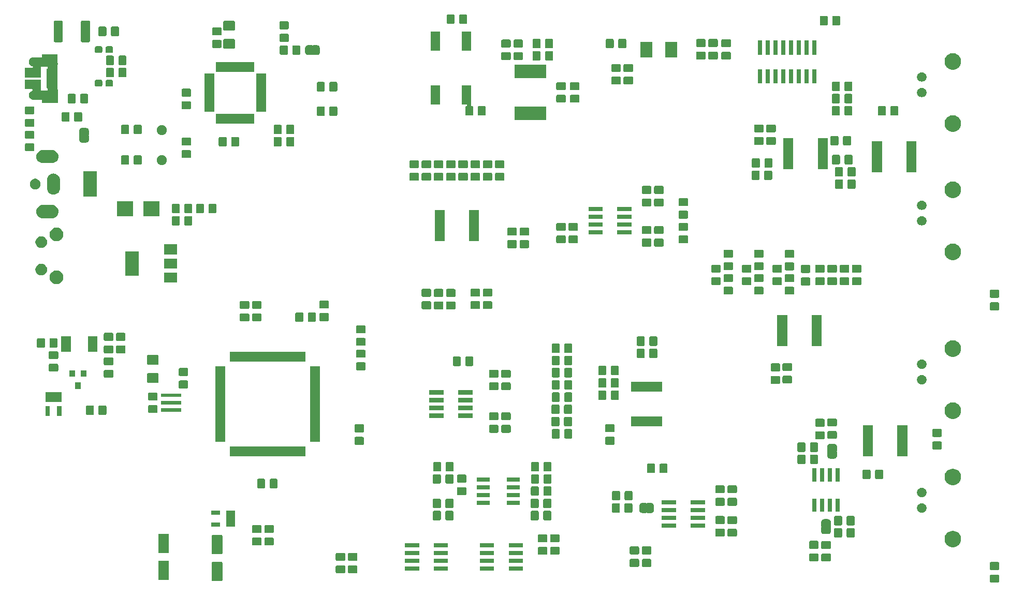
<source format=gts>
%TF.GenerationSoftware,KiCad,Pcbnew,5.0.2-5.fc29*%
%TF.CreationDate,2019-08-24T17:40:24-05:00*%
%TF.ProjectId,impedance_777,696d7065-6461-46e6-9365-5f3737372e6b,1*%
%TF.SameCoordinates,Original*%
%TF.FileFunction,Soldermask,Top*%
%TF.FilePolarity,Negative*%
%FSLAX46Y46*%
G04 Gerber Fmt 4.6, Leading zero omitted, Abs format (unit mm)*
G04 Created by KiCad (PCBNEW 5.0.2-5.fc29) date Sat 24 Aug 2019 05:40:24 PM CDT*
%MOMM*%
%LPD*%
G01*
G04 APERTURE LIST*
%ADD10C,0.100000*%
G04 APERTURE END LIST*
D10*
G36*
X222505055Y-151903476D02*
X222544805Y-151915534D01*
X222581431Y-151935111D01*
X222613539Y-151961461D01*
X222639889Y-151993569D01*
X222659466Y-152030195D01*
X222671524Y-152069945D01*
X222676200Y-152117418D01*
X222676200Y-152982582D01*
X222671524Y-153030055D01*
X222659466Y-153069805D01*
X222639889Y-153106431D01*
X222613539Y-153138539D01*
X222581431Y-153164889D01*
X222544805Y-153184466D01*
X222505055Y-153196524D01*
X222457582Y-153201200D01*
X221342418Y-153201200D01*
X221294945Y-153196524D01*
X221255195Y-153184466D01*
X221218569Y-153164889D01*
X221186461Y-153138539D01*
X221160111Y-153106431D01*
X221140534Y-153069805D01*
X221128476Y-153030055D01*
X221123800Y-152982582D01*
X221123800Y-152117418D01*
X221128476Y-152069945D01*
X221140534Y-152030195D01*
X221160111Y-151993569D01*
X221186461Y-151961461D01*
X221218569Y-151935111D01*
X221255195Y-151915534D01*
X221294945Y-151903476D01*
X221342418Y-151898800D01*
X222457582Y-151898800D01*
X222505055Y-151903476D01*
X222505055Y-151903476D01*
G37*
G36*
X95474858Y-149828003D02*
X95509991Y-149838660D01*
X95542368Y-149855966D01*
X95570745Y-149879255D01*
X95594034Y-149907632D01*
X95611340Y-149940009D01*
X95621997Y-149975142D01*
X95626200Y-150017816D01*
X95626200Y-152782184D01*
X95621997Y-152824858D01*
X95611340Y-152859991D01*
X95594034Y-152892368D01*
X95570745Y-152920745D01*
X95542368Y-152944034D01*
X95509991Y-152961340D01*
X95474858Y-152971997D01*
X95432184Y-152976200D01*
X94067816Y-152976200D01*
X94025142Y-152971997D01*
X93990009Y-152961340D01*
X93957632Y-152944034D01*
X93929255Y-152920745D01*
X93905966Y-152892368D01*
X93888660Y-152859991D01*
X93878003Y-152824858D01*
X93873800Y-152782184D01*
X93873800Y-150017816D01*
X93878003Y-149975142D01*
X93888660Y-149940009D01*
X93905966Y-149907632D01*
X93929255Y-149879255D01*
X93957632Y-149855966D01*
X93990009Y-149838660D01*
X94025142Y-149828003D01*
X94067816Y-149823800D01*
X95432184Y-149823800D01*
X95474858Y-149828003D01*
X95474858Y-149828003D01*
G37*
G36*
X86724858Y-149628003D02*
X86759991Y-149638660D01*
X86792368Y-149655966D01*
X86820745Y-149679255D01*
X86844034Y-149707632D01*
X86861340Y-149740009D01*
X86871997Y-149775142D01*
X86876200Y-149817816D01*
X86876200Y-152582184D01*
X86871997Y-152624858D01*
X86861340Y-152659991D01*
X86844034Y-152692368D01*
X86820745Y-152720745D01*
X86792368Y-152744034D01*
X86759991Y-152761340D01*
X86724858Y-152771997D01*
X86682184Y-152776200D01*
X85317816Y-152776200D01*
X85275142Y-152771997D01*
X85240009Y-152761340D01*
X85207632Y-152744034D01*
X85179255Y-152720745D01*
X85155966Y-152692368D01*
X85138660Y-152659991D01*
X85128003Y-152624858D01*
X85123800Y-152582184D01*
X85123800Y-149817816D01*
X85128003Y-149775142D01*
X85138660Y-149740009D01*
X85155966Y-149707632D01*
X85179255Y-149679255D01*
X85207632Y-149655966D01*
X85240009Y-149638660D01*
X85275142Y-149628003D01*
X85317816Y-149623800D01*
X86682184Y-149623800D01*
X86724858Y-149628003D01*
X86724858Y-149628003D01*
G37*
G36*
X117538565Y-150410408D02*
X117578315Y-150422466D01*
X117614941Y-150442043D01*
X117647049Y-150468393D01*
X117673399Y-150500501D01*
X117692976Y-150537127D01*
X117705034Y-150576877D01*
X117709710Y-150624350D01*
X117709710Y-151489514D01*
X117705034Y-151536987D01*
X117692976Y-151576737D01*
X117673399Y-151613363D01*
X117647049Y-151645471D01*
X117614941Y-151671821D01*
X117578315Y-151691398D01*
X117538565Y-151703456D01*
X117491092Y-151708132D01*
X116375928Y-151708132D01*
X116328455Y-151703456D01*
X116288705Y-151691398D01*
X116252079Y-151671821D01*
X116219971Y-151645471D01*
X116193621Y-151613363D01*
X116174044Y-151576737D01*
X116161986Y-151536987D01*
X116157310Y-151489514D01*
X116157310Y-150624350D01*
X116161986Y-150576877D01*
X116174044Y-150537127D01*
X116193621Y-150500501D01*
X116219971Y-150468393D01*
X116252079Y-150442043D01*
X116288705Y-150422466D01*
X116328455Y-150410408D01*
X116375928Y-150405732D01*
X117491092Y-150405732D01*
X117538565Y-150410408D01*
X117538565Y-150410408D01*
G37*
G36*
X115538565Y-150410408D02*
X115578315Y-150422466D01*
X115614941Y-150442043D01*
X115647049Y-150468393D01*
X115673399Y-150500501D01*
X115692976Y-150537127D01*
X115705034Y-150576877D01*
X115709710Y-150624350D01*
X115709710Y-151489514D01*
X115705034Y-151536987D01*
X115692976Y-151576737D01*
X115673399Y-151613363D01*
X115647049Y-151645471D01*
X115614941Y-151671821D01*
X115578315Y-151691398D01*
X115538565Y-151703456D01*
X115491092Y-151708132D01*
X114375928Y-151708132D01*
X114328455Y-151703456D01*
X114288705Y-151691398D01*
X114252079Y-151671821D01*
X114219971Y-151645471D01*
X114193621Y-151613363D01*
X114174044Y-151576737D01*
X114161986Y-151536987D01*
X114157310Y-151489514D01*
X114157310Y-150624350D01*
X114161986Y-150576877D01*
X114174044Y-150537127D01*
X114193621Y-150500501D01*
X114219971Y-150468393D01*
X114252079Y-150442043D01*
X114288705Y-150422466D01*
X114328455Y-150410408D01*
X114375928Y-150405732D01*
X115491092Y-150405732D01*
X115538565Y-150410408D01*
X115538565Y-150410408D01*
G37*
G36*
X144774999Y-151265200D02*
X142449401Y-151265200D01*
X142449401Y-150544800D01*
X144774999Y-150544800D01*
X144774999Y-151265200D01*
X144774999Y-151265200D01*
G37*
G36*
X127800599Y-151265200D02*
X125475001Y-151265200D01*
X125475001Y-150544800D01*
X127800599Y-150544800D01*
X127800599Y-151265200D01*
X127800599Y-151265200D01*
G37*
G36*
X140050599Y-151265200D02*
X137725001Y-151265200D01*
X137725001Y-150544800D01*
X140050599Y-150544800D01*
X140050599Y-151265200D01*
X140050599Y-151265200D01*
G37*
G36*
X132524999Y-151265200D02*
X130199401Y-151265200D01*
X130199401Y-150544800D01*
X132524999Y-150544800D01*
X132524999Y-151265200D01*
X132524999Y-151265200D01*
G37*
G36*
X222505055Y-149853476D02*
X222544805Y-149865534D01*
X222581431Y-149885111D01*
X222613539Y-149911461D01*
X222639889Y-149943569D01*
X222659466Y-149980195D01*
X222671524Y-150019945D01*
X222676200Y-150067418D01*
X222676200Y-150932582D01*
X222671524Y-150980055D01*
X222659466Y-151019805D01*
X222639889Y-151056431D01*
X222613539Y-151088539D01*
X222581431Y-151114889D01*
X222544805Y-151134466D01*
X222505055Y-151146524D01*
X222457582Y-151151200D01*
X221342418Y-151151200D01*
X221294945Y-151146524D01*
X221255195Y-151134466D01*
X221218569Y-151114889D01*
X221186461Y-151088539D01*
X221160111Y-151056431D01*
X221140534Y-151019805D01*
X221128476Y-150980055D01*
X221123800Y-150932582D01*
X221123800Y-150067418D01*
X221128476Y-150019945D01*
X221140534Y-149980195D01*
X221160111Y-149943569D01*
X221186461Y-149911461D01*
X221218569Y-149885111D01*
X221255195Y-149865534D01*
X221294945Y-149853476D01*
X221342418Y-149848800D01*
X222457582Y-149848800D01*
X222505055Y-149853476D01*
X222505055Y-149853476D01*
G37*
G36*
X165605055Y-149353476D02*
X165644805Y-149365534D01*
X165681431Y-149385111D01*
X165713539Y-149411461D01*
X165739889Y-149443569D01*
X165759466Y-149480195D01*
X165771524Y-149519945D01*
X165776200Y-149567418D01*
X165776200Y-150432582D01*
X165771524Y-150480055D01*
X165759466Y-150519805D01*
X165739889Y-150556431D01*
X165713539Y-150588539D01*
X165681431Y-150614889D01*
X165644805Y-150634466D01*
X165605055Y-150646524D01*
X165557582Y-150651200D01*
X164442418Y-150651200D01*
X164394945Y-150646524D01*
X164355195Y-150634466D01*
X164318569Y-150614889D01*
X164286461Y-150588539D01*
X164260111Y-150556431D01*
X164240534Y-150519805D01*
X164228476Y-150480055D01*
X164223800Y-150432582D01*
X164223800Y-149567418D01*
X164228476Y-149519945D01*
X164240534Y-149480195D01*
X164260111Y-149443569D01*
X164286461Y-149411461D01*
X164318569Y-149385111D01*
X164355195Y-149365534D01*
X164394945Y-149353476D01*
X164442418Y-149348800D01*
X165557582Y-149348800D01*
X165605055Y-149353476D01*
X165605055Y-149353476D01*
G37*
G36*
X163605055Y-149353476D02*
X163644805Y-149365534D01*
X163681431Y-149385111D01*
X163713539Y-149411461D01*
X163739889Y-149443569D01*
X163759466Y-149480195D01*
X163771524Y-149519945D01*
X163776200Y-149567418D01*
X163776200Y-150432582D01*
X163771524Y-150480055D01*
X163759466Y-150519805D01*
X163739889Y-150556431D01*
X163713539Y-150588539D01*
X163681431Y-150614889D01*
X163644805Y-150634466D01*
X163605055Y-150646524D01*
X163557582Y-150651200D01*
X162442418Y-150651200D01*
X162394945Y-150646524D01*
X162355195Y-150634466D01*
X162318569Y-150614889D01*
X162286461Y-150588539D01*
X162260111Y-150556431D01*
X162240534Y-150519805D01*
X162228476Y-150480055D01*
X162223800Y-150432582D01*
X162223800Y-149567418D01*
X162228476Y-149519945D01*
X162240534Y-149480195D01*
X162260111Y-149443569D01*
X162286461Y-149411461D01*
X162318569Y-149385111D01*
X162355195Y-149365534D01*
X162394945Y-149353476D01*
X162442418Y-149348800D01*
X163557582Y-149348800D01*
X163605055Y-149353476D01*
X163605055Y-149353476D01*
G37*
G36*
X140050599Y-149995200D02*
X137725001Y-149995200D01*
X137725001Y-149274800D01*
X140050599Y-149274800D01*
X140050599Y-149995200D01*
X140050599Y-149995200D01*
G37*
G36*
X144774999Y-149995200D02*
X142449401Y-149995200D01*
X142449401Y-149274800D01*
X144774999Y-149274800D01*
X144774999Y-149995200D01*
X144774999Y-149995200D01*
G37*
G36*
X132524999Y-149995200D02*
X130199401Y-149995200D01*
X130199401Y-149274800D01*
X132524999Y-149274800D01*
X132524999Y-149995200D01*
X132524999Y-149995200D01*
G37*
G36*
X127800599Y-149995200D02*
X125475001Y-149995200D01*
X125475001Y-149274800D01*
X127800599Y-149274800D01*
X127800599Y-149995200D01*
X127800599Y-149995200D01*
G37*
G36*
X194947603Y-148465104D02*
X194987353Y-148477162D01*
X195023979Y-148496739D01*
X195056087Y-148523089D01*
X195082437Y-148555197D01*
X195102014Y-148591823D01*
X195114072Y-148631573D01*
X195118748Y-148679046D01*
X195118748Y-149544210D01*
X195114072Y-149591683D01*
X195102014Y-149631433D01*
X195082437Y-149668059D01*
X195056087Y-149700167D01*
X195023979Y-149726517D01*
X194987353Y-149746094D01*
X194947603Y-149758152D01*
X194900130Y-149762828D01*
X193784966Y-149762828D01*
X193737493Y-149758152D01*
X193697743Y-149746094D01*
X193661117Y-149726517D01*
X193629009Y-149700167D01*
X193602659Y-149668059D01*
X193583082Y-149631433D01*
X193571024Y-149591683D01*
X193566348Y-149544210D01*
X193566348Y-148679046D01*
X193571024Y-148631573D01*
X193583082Y-148591823D01*
X193602659Y-148555197D01*
X193629009Y-148523089D01*
X193661117Y-148496739D01*
X193697743Y-148477162D01*
X193737493Y-148465104D01*
X193784966Y-148460428D01*
X194900130Y-148460428D01*
X194947603Y-148465104D01*
X194947603Y-148465104D01*
G37*
G36*
X192947603Y-148440104D02*
X192987353Y-148452162D01*
X193023979Y-148471739D01*
X193056087Y-148498089D01*
X193082437Y-148530197D01*
X193102014Y-148566823D01*
X193114072Y-148606573D01*
X193118748Y-148654046D01*
X193118748Y-149519210D01*
X193114072Y-149566683D01*
X193102014Y-149606433D01*
X193082437Y-149643059D01*
X193056087Y-149675167D01*
X193023979Y-149701517D01*
X192987353Y-149721094D01*
X192947603Y-149733152D01*
X192900130Y-149737828D01*
X191784966Y-149737828D01*
X191737493Y-149733152D01*
X191697743Y-149721094D01*
X191661117Y-149701517D01*
X191629009Y-149675167D01*
X191602659Y-149643059D01*
X191583082Y-149606433D01*
X191571024Y-149566683D01*
X191566348Y-149519210D01*
X191566348Y-148654046D01*
X191571024Y-148606573D01*
X191583082Y-148566823D01*
X191602659Y-148530197D01*
X191629009Y-148498089D01*
X191661117Y-148471739D01*
X191697743Y-148452162D01*
X191737493Y-148440104D01*
X191784966Y-148435428D01*
X192900130Y-148435428D01*
X192947603Y-148440104D01*
X192947603Y-148440104D01*
G37*
G36*
X117538565Y-148360408D02*
X117578315Y-148372466D01*
X117614941Y-148392043D01*
X117647049Y-148418393D01*
X117673399Y-148450501D01*
X117692976Y-148487127D01*
X117705034Y-148526877D01*
X117709710Y-148574350D01*
X117709710Y-149439514D01*
X117705034Y-149486987D01*
X117692976Y-149526737D01*
X117673399Y-149563363D01*
X117647049Y-149595471D01*
X117614941Y-149621821D01*
X117578315Y-149641398D01*
X117538565Y-149653456D01*
X117491092Y-149658132D01*
X116375928Y-149658132D01*
X116328455Y-149653456D01*
X116288705Y-149641398D01*
X116252079Y-149621821D01*
X116219971Y-149595471D01*
X116193621Y-149563363D01*
X116174044Y-149526737D01*
X116161986Y-149486987D01*
X116157310Y-149439514D01*
X116157310Y-148574350D01*
X116161986Y-148526877D01*
X116174044Y-148487127D01*
X116193621Y-148450501D01*
X116219971Y-148418393D01*
X116252079Y-148392043D01*
X116288705Y-148372466D01*
X116328455Y-148360408D01*
X116375928Y-148355732D01*
X117491092Y-148355732D01*
X117538565Y-148360408D01*
X117538565Y-148360408D01*
G37*
G36*
X115538565Y-148360408D02*
X115578315Y-148372466D01*
X115614941Y-148392043D01*
X115647049Y-148418393D01*
X115673399Y-148450501D01*
X115692976Y-148487127D01*
X115705034Y-148526877D01*
X115709710Y-148574350D01*
X115709710Y-149439514D01*
X115705034Y-149486987D01*
X115692976Y-149526737D01*
X115673399Y-149563363D01*
X115647049Y-149595471D01*
X115614941Y-149621821D01*
X115578315Y-149641398D01*
X115538565Y-149653456D01*
X115491092Y-149658132D01*
X114375928Y-149658132D01*
X114328455Y-149653456D01*
X114288705Y-149641398D01*
X114252079Y-149621821D01*
X114219971Y-149595471D01*
X114193621Y-149563363D01*
X114174044Y-149526737D01*
X114161986Y-149486987D01*
X114157310Y-149439514D01*
X114157310Y-148574350D01*
X114161986Y-148526877D01*
X114174044Y-148487127D01*
X114193621Y-148450501D01*
X114219971Y-148418393D01*
X114252079Y-148392043D01*
X114288705Y-148372466D01*
X114328455Y-148360408D01*
X114375928Y-148355732D01*
X115491092Y-148355732D01*
X115538565Y-148360408D01*
X115538565Y-148360408D01*
G37*
G36*
X144774999Y-148725200D02*
X142449401Y-148725200D01*
X142449401Y-148004800D01*
X144774999Y-148004800D01*
X144774999Y-148725200D01*
X144774999Y-148725200D01*
G37*
G36*
X140050599Y-148725200D02*
X137725001Y-148725200D01*
X137725001Y-148004800D01*
X140050599Y-148004800D01*
X140050599Y-148725200D01*
X140050599Y-148725200D01*
G37*
G36*
X132524999Y-148725200D02*
X130199401Y-148725200D01*
X130199401Y-148004800D01*
X132524999Y-148004800D01*
X132524999Y-148725200D01*
X132524999Y-148725200D01*
G37*
G36*
X127800599Y-148725200D02*
X125475001Y-148725200D01*
X125475001Y-148004800D01*
X127800599Y-148004800D01*
X127800599Y-148725200D01*
X127800599Y-148725200D01*
G37*
G36*
X148605055Y-147378476D02*
X148644805Y-147390534D01*
X148681431Y-147410111D01*
X148713539Y-147436461D01*
X148739889Y-147468569D01*
X148759466Y-147505195D01*
X148771524Y-147544945D01*
X148776200Y-147592418D01*
X148776200Y-148457582D01*
X148771524Y-148505055D01*
X148759466Y-148544805D01*
X148739889Y-148581431D01*
X148713539Y-148613539D01*
X148681431Y-148639889D01*
X148644805Y-148659466D01*
X148605055Y-148671524D01*
X148557582Y-148676200D01*
X147442418Y-148676200D01*
X147394945Y-148671524D01*
X147355195Y-148659466D01*
X147318569Y-148639889D01*
X147286461Y-148613539D01*
X147260111Y-148581431D01*
X147240534Y-148544805D01*
X147228476Y-148505055D01*
X147223800Y-148457582D01*
X147223800Y-147592418D01*
X147228476Y-147544945D01*
X147240534Y-147505195D01*
X147260111Y-147468569D01*
X147286461Y-147436461D01*
X147318569Y-147410111D01*
X147355195Y-147390534D01*
X147394945Y-147378476D01*
X147442418Y-147373800D01*
X148557582Y-147373800D01*
X148605055Y-147378476D01*
X148605055Y-147378476D01*
G37*
G36*
X150605055Y-147353476D02*
X150644805Y-147365534D01*
X150681431Y-147385111D01*
X150713539Y-147411461D01*
X150739889Y-147443569D01*
X150759466Y-147480195D01*
X150771524Y-147519945D01*
X150776200Y-147567418D01*
X150776200Y-148432582D01*
X150771524Y-148480055D01*
X150759466Y-148519805D01*
X150739889Y-148556431D01*
X150713539Y-148588539D01*
X150681431Y-148614889D01*
X150644805Y-148634466D01*
X150605055Y-148646524D01*
X150557582Y-148651200D01*
X149442418Y-148651200D01*
X149394945Y-148646524D01*
X149355195Y-148634466D01*
X149318569Y-148614889D01*
X149286461Y-148588539D01*
X149260111Y-148556431D01*
X149240534Y-148519805D01*
X149228476Y-148480055D01*
X149223800Y-148432582D01*
X149223800Y-147567418D01*
X149228476Y-147519945D01*
X149240534Y-147480195D01*
X149260111Y-147443569D01*
X149286461Y-147411461D01*
X149318569Y-147385111D01*
X149355195Y-147365534D01*
X149394945Y-147353476D01*
X149442418Y-147348800D01*
X150557582Y-147348800D01*
X150605055Y-147353476D01*
X150605055Y-147353476D01*
G37*
G36*
X163605055Y-147303476D02*
X163644805Y-147315534D01*
X163681431Y-147335111D01*
X163713539Y-147361461D01*
X163739889Y-147393569D01*
X163759466Y-147430195D01*
X163771524Y-147469945D01*
X163776200Y-147517418D01*
X163776200Y-148382582D01*
X163771524Y-148430055D01*
X163759466Y-148469805D01*
X163739889Y-148506431D01*
X163713539Y-148538539D01*
X163681431Y-148564889D01*
X163644805Y-148584466D01*
X163605055Y-148596524D01*
X163557582Y-148601200D01*
X162442418Y-148601200D01*
X162394945Y-148596524D01*
X162355195Y-148584466D01*
X162318569Y-148564889D01*
X162286461Y-148538539D01*
X162260111Y-148506431D01*
X162240534Y-148469805D01*
X162228476Y-148430055D01*
X162223800Y-148382582D01*
X162223800Y-147517418D01*
X162228476Y-147469945D01*
X162240534Y-147430195D01*
X162260111Y-147393569D01*
X162286461Y-147361461D01*
X162318569Y-147335111D01*
X162355195Y-147315534D01*
X162394945Y-147303476D01*
X162442418Y-147298800D01*
X163557582Y-147298800D01*
X163605055Y-147303476D01*
X163605055Y-147303476D01*
G37*
G36*
X165605055Y-147303476D02*
X165644805Y-147315534D01*
X165681431Y-147335111D01*
X165713539Y-147361461D01*
X165739889Y-147393569D01*
X165759466Y-147430195D01*
X165771524Y-147469945D01*
X165776200Y-147517418D01*
X165776200Y-148382582D01*
X165771524Y-148430055D01*
X165759466Y-148469805D01*
X165739889Y-148506431D01*
X165713539Y-148538539D01*
X165681431Y-148564889D01*
X165644805Y-148584466D01*
X165605055Y-148596524D01*
X165557582Y-148601200D01*
X164442418Y-148601200D01*
X164394945Y-148596524D01*
X164355195Y-148584466D01*
X164318569Y-148564889D01*
X164286461Y-148538539D01*
X164260111Y-148506431D01*
X164240534Y-148469805D01*
X164228476Y-148430055D01*
X164223800Y-148382582D01*
X164223800Y-147517418D01*
X164228476Y-147469945D01*
X164240534Y-147430195D01*
X164260111Y-147393569D01*
X164286461Y-147361461D01*
X164318569Y-147335111D01*
X164355195Y-147315534D01*
X164394945Y-147303476D01*
X164442418Y-147298800D01*
X165557582Y-147298800D01*
X165605055Y-147303476D01*
X165605055Y-147303476D01*
G37*
G36*
X95474858Y-145428003D02*
X95509991Y-145438660D01*
X95542368Y-145455966D01*
X95570745Y-145479255D01*
X95594034Y-145507632D01*
X95611340Y-145540009D01*
X95621997Y-145575142D01*
X95626200Y-145617816D01*
X95626200Y-148382184D01*
X95621997Y-148424858D01*
X95611340Y-148459991D01*
X95594034Y-148492368D01*
X95570745Y-148520745D01*
X95542368Y-148544034D01*
X95509991Y-148561340D01*
X95474858Y-148571997D01*
X95432184Y-148576200D01*
X94067816Y-148576200D01*
X94025142Y-148571997D01*
X93990009Y-148561340D01*
X93957632Y-148544034D01*
X93929255Y-148520745D01*
X93905966Y-148492368D01*
X93888660Y-148459991D01*
X93878003Y-148424858D01*
X93873800Y-148382184D01*
X93873800Y-145617816D01*
X93878003Y-145575142D01*
X93888660Y-145540009D01*
X93905966Y-145507632D01*
X93929255Y-145479255D01*
X93957632Y-145455966D01*
X93990009Y-145438660D01*
X94025142Y-145428003D01*
X94067816Y-145423800D01*
X95432184Y-145423800D01*
X95474858Y-145428003D01*
X95474858Y-145428003D01*
G37*
G36*
X86724858Y-145228003D02*
X86759991Y-145238660D01*
X86792368Y-145255966D01*
X86820745Y-145279255D01*
X86844034Y-145307632D01*
X86861340Y-145340009D01*
X86871997Y-145375142D01*
X86876200Y-145417816D01*
X86876200Y-148182184D01*
X86871997Y-148224858D01*
X86861340Y-148259991D01*
X86844034Y-148292368D01*
X86820745Y-148320745D01*
X86792368Y-148344034D01*
X86759991Y-148361340D01*
X86724858Y-148371997D01*
X86682184Y-148376200D01*
X85317816Y-148376200D01*
X85275142Y-148371997D01*
X85240009Y-148361340D01*
X85207632Y-148344034D01*
X85179255Y-148320745D01*
X85155966Y-148292368D01*
X85138660Y-148259991D01*
X85128003Y-148224858D01*
X85123800Y-148182184D01*
X85123800Y-145417816D01*
X85128003Y-145375142D01*
X85138660Y-145340009D01*
X85155966Y-145307632D01*
X85179255Y-145279255D01*
X85207632Y-145255966D01*
X85240009Y-145238660D01*
X85275142Y-145228003D01*
X85317816Y-145223800D01*
X86682184Y-145223800D01*
X86724858Y-145228003D01*
X86724858Y-145228003D01*
G37*
G36*
X194947603Y-146415104D02*
X194987353Y-146427162D01*
X195023979Y-146446739D01*
X195056087Y-146473089D01*
X195082437Y-146505197D01*
X195102014Y-146541823D01*
X195114072Y-146581573D01*
X195118748Y-146629046D01*
X195118748Y-147494210D01*
X195114072Y-147541683D01*
X195102014Y-147581433D01*
X195082437Y-147618059D01*
X195056087Y-147650167D01*
X195023979Y-147676517D01*
X194987353Y-147696094D01*
X194947603Y-147708152D01*
X194900130Y-147712828D01*
X193784966Y-147712828D01*
X193737493Y-147708152D01*
X193697743Y-147696094D01*
X193661117Y-147676517D01*
X193629009Y-147650167D01*
X193602659Y-147618059D01*
X193583082Y-147581433D01*
X193571024Y-147541683D01*
X193566348Y-147494210D01*
X193566348Y-146629046D01*
X193571024Y-146581573D01*
X193583082Y-146541823D01*
X193602659Y-146505197D01*
X193629009Y-146473089D01*
X193661117Y-146446739D01*
X193697743Y-146427162D01*
X193737493Y-146415104D01*
X193784966Y-146410428D01*
X194900130Y-146410428D01*
X194947603Y-146415104D01*
X194947603Y-146415104D01*
G37*
G36*
X192947603Y-146390104D02*
X192987353Y-146402162D01*
X193023979Y-146421739D01*
X193056087Y-146448089D01*
X193082437Y-146480197D01*
X193102014Y-146516823D01*
X193114072Y-146556573D01*
X193118748Y-146604046D01*
X193118748Y-147469210D01*
X193114072Y-147516683D01*
X193102014Y-147556433D01*
X193082437Y-147593059D01*
X193056087Y-147625167D01*
X193023979Y-147651517D01*
X192987353Y-147671094D01*
X192947603Y-147683152D01*
X192900130Y-147687828D01*
X191784966Y-147687828D01*
X191737493Y-147683152D01*
X191697743Y-147671094D01*
X191661117Y-147651517D01*
X191629009Y-147625167D01*
X191602659Y-147593059D01*
X191583082Y-147556433D01*
X191571024Y-147516683D01*
X191566348Y-147469210D01*
X191566348Y-146604046D01*
X191571024Y-146556573D01*
X191583082Y-146516823D01*
X191602659Y-146480197D01*
X191629009Y-146448089D01*
X191661117Y-146421739D01*
X191697743Y-146402162D01*
X191737493Y-146390104D01*
X191784966Y-146385428D01*
X192900130Y-146385428D01*
X192947603Y-146390104D01*
X192947603Y-146390104D01*
G37*
G36*
X127800599Y-147455200D02*
X125475001Y-147455200D01*
X125475001Y-146734800D01*
X127800599Y-146734800D01*
X127800599Y-147455200D01*
X127800599Y-147455200D01*
G37*
G36*
X132524999Y-147455200D02*
X130199401Y-147455200D01*
X130199401Y-146734800D01*
X132524999Y-146734800D01*
X132524999Y-147455200D01*
X132524999Y-147455200D01*
G37*
G36*
X144774999Y-147455200D02*
X142449401Y-147455200D01*
X142449401Y-146734800D01*
X144774999Y-146734800D01*
X144774999Y-147455200D01*
X144774999Y-147455200D01*
G37*
G36*
X140050599Y-147455200D02*
X137725001Y-147455200D01*
X137725001Y-146734800D01*
X140050599Y-146734800D01*
X140050599Y-147455200D01*
X140050599Y-147455200D01*
G37*
G36*
X215472672Y-144785533D02*
X215717664Y-144887012D01*
X215938156Y-145034340D01*
X216125660Y-145221844D01*
X216272988Y-145442336D01*
X216374467Y-145687328D01*
X216426200Y-145947409D01*
X216426200Y-146212591D01*
X216374467Y-146472672D01*
X216272988Y-146717664D01*
X216125660Y-146938156D01*
X215938156Y-147125660D01*
X215717664Y-147272988D01*
X215472672Y-147374467D01*
X215212591Y-147426200D01*
X214947409Y-147426200D01*
X214687328Y-147374467D01*
X214442336Y-147272988D01*
X214221844Y-147125660D01*
X214034340Y-146938156D01*
X213887012Y-146717664D01*
X213785533Y-146472672D01*
X213733800Y-146212591D01*
X213733800Y-145947409D01*
X213785533Y-145687328D01*
X213887012Y-145442336D01*
X214034340Y-145221844D01*
X214221844Y-145034340D01*
X214442336Y-144887012D01*
X214687328Y-144785533D01*
X214947409Y-144733800D01*
X215212591Y-144733800D01*
X215472672Y-144785533D01*
X215472672Y-144785533D01*
G37*
G36*
X101855055Y-145853476D02*
X101894805Y-145865534D01*
X101931431Y-145885111D01*
X101963539Y-145911461D01*
X101989889Y-145943569D01*
X102009466Y-145980195D01*
X102021524Y-146019945D01*
X102026200Y-146067418D01*
X102026200Y-146932582D01*
X102021524Y-146980055D01*
X102009466Y-147019805D01*
X101989889Y-147056431D01*
X101963539Y-147088539D01*
X101931431Y-147114889D01*
X101894805Y-147134466D01*
X101855055Y-147146524D01*
X101807582Y-147151200D01*
X100692418Y-147151200D01*
X100644945Y-147146524D01*
X100605195Y-147134466D01*
X100568569Y-147114889D01*
X100536461Y-147088539D01*
X100510111Y-147056431D01*
X100490534Y-147019805D01*
X100478476Y-146980055D01*
X100473800Y-146932582D01*
X100473800Y-146067418D01*
X100478476Y-146019945D01*
X100490534Y-145980195D01*
X100510111Y-145943569D01*
X100536461Y-145911461D01*
X100568569Y-145885111D01*
X100605195Y-145865534D01*
X100644945Y-145853476D01*
X100692418Y-145848800D01*
X101807582Y-145848800D01*
X101855055Y-145853476D01*
X101855055Y-145853476D01*
G37*
G36*
X103855055Y-145853476D02*
X103894805Y-145865534D01*
X103931431Y-145885111D01*
X103963539Y-145911461D01*
X103989889Y-145943569D01*
X104009466Y-145980195D01*
X104021524Y-146019945D01*
X104026200Y-146067418D01*
X104026200Y-146932582D01*
X104021524Y-146980055D01*
X104009466Y-147019805D01*
X103989889Y-147056431D01*
X103963539Y-147088539D01*
X103931431Y-147114889D01*
X103894805Y-147134466D01*
X103855055Y-147146524D01*
X103807582Y-147151200D01*
X102692418Y-147151200D01*
X102644945Y-147146524D01*
X102605195Y-147134466D01*
X102568569Y-147114889D01*
X102536461Y-147088539D01*
X102510111Y-147056431D01*
X102490534Y-147019805D01*
X102478476Y-146980055D01*
X102473800Y-146932582D01*
X102473800Y-146067418D01*
X102478476Y-146019945D01*
X102490534Y-145980195D01*
X102510111Y-145943569D01*
X102536461Y-145911461D01*
X102568569Y-145885111D01*
X102605195Y-145865534D01*
X102644945Y-145853476D01*
X102692418Y-145848800D01*
X103807582Y-145848800D01*
X103855055Y-145853476D01*
X103855055Y-145853476D01*
G37*
G36*
X148605055Y-145328476D02*
X148644805Y-145340534D01*
X148681431Y-145360111D01*
X148713539Y-145386461D01*
X148739889Y-145418569D01*
X148759466Y-145455195D01*
X148771524Y-145494945D01*
X148776200Y-145542418D01*
X148776200Y-146407582D01*
X148771524Y-146455055D01*
X148759466Y-146494805D01*
X148739889Y-146531431D01*
X148713539Y-146563539D01*
X148681431Y-146589889D01*
X148644805Y-146609466D01*
X148605055Y-146621524D01*
X148557582Y-146626200D01*
X147442418Y-146626200D01*
X147394945Y-146621524D01*
X147355195Y-146609466D01*
X147318569Y-146589889D01*
X147286461Y-146563539D01*
X147260111Y-146531431D01*
X147240534Y-146494805D01*
X147228476Y-146455055D01*
X147223800Y-146407582D01*
X147223800Y-145542418D01*
X147228476Y-145494945D01*
X147240534Y-145455195D01*
X147260111Y-145418569D01*
X147286461Y-145386461D01*
X147318569Y-145360111D01*
X147355195Y-145340534D01*
X147394945Y-145328476D01*
X147442418Y-145323800D01*
X148557582Y-145323800D01*
X148605055Y-145328476D01*
X148605055Y-145328476D01*
G37*
G36*
X150605055Y-145303476D02*
X150644805Y-145315534D01*
X150681431Y-145335111D01*
X150713539Y-145361461D01*
X150739889Y-145393569D01*
X150759466Y-145430195D01*
X150771524Y-145469945D01*
X150776200Y-145517418D01*
X150776200Y-146382582D01*
X150771524Y-146430055D01*
X150759466Y-146469805D01*
X150739889Y-146506431D01*
X150713539Y-146538539D01*
X150681431Y-146564889D01*
X150644805Y-146584466D01*
X150605055Y-146596524D01*
X150557582Y-146601200D01*
X149442418Y-146601200D01*
X149394945Y-146596524D01*
X149355195Y-146584466D01*
X149318569Y-146564889D01*
X149286461Y-146538539D01*
X149260111Y-146506431D01*
X149240534Y-146469805D01*
X149228476Y-146430055D01*
X149223800Y-146382582D01*
X149223800Y-145517418D01*
X149228476Y-145469945D01*
X149240534Y-145430195D01*
X149260111Y-145393569D01*
X149286461Y-145361461D01*
X149318569Y-145335111D01*
X149355195Y-145315534D01*
X149394945Y-145303476D01*
X149442418Y-145298800D01*
X150557582Y-145298800D01*
X150605055Y-145303476D01*
X150605055Y-145303476D01*
G37*
G36*
X196797603Y-144290104D02*
X196837353Y-144302162D01*
X196873979Y-144321739D01*
X196906087Y-144348089D01*
X196932437Y-144380197D01*
X196952014Y-144416823D01*
X196964072Y-144456573D01*
X196968748Y-144504046D01*
X196968748Y-145619210D01*
X196964072Y-145666683D01*
X196952014Y-145706433D01*
X196932437Y-145743059D01*
X196906087Y-145775167D01*
X196873979Y-145801517D01*
X196837353Y-145821094D01*
X196797603Y-145833152D01*
X196750130Y-145837828D01*
X195884966Y-145837828D01*
X195837493Y-145833152D01*
X195797743Y-145821094D01*
X195761117Y-145801517D01*
X195729009Y-145775167D01*
X195702659Y-145743059D01*
X195683082Y-145706433D01*
X195671024Y-145666683D01*
X195666348Y-145619210D01*
X195666348Y-144504046D01*
X195671024Y-144456573D01*
X195683082Y-144416823D01*
X195702659Y-144380197D01*
X195729009Y-144348089D01*
X195761117Y-144321739D01*
X195797743Y-144302162D01*
X195837493Y-144290104D01*
X195884966Y-144285428D01*
X196750130Y-144285428D01*
X196797603Y-144290104D01*
X196797603Y-144290104D01*
G37*
G36*
X198847603Y-144290104D02*
X198887353Y-144302162D01*
X198923979Y-144321739D01*
X198956087Y-144348089D01*
X198982437Y-144380197D01*
X199002014Y-144416823D01*
X199014072Y-144456573D01*
X199018748Y-144504046D01*
X199018748Y-145619210D01*
X199014072Y-145666683D01*
X199002014Y-145706433D01*
X198982437Y-145743059D01*
X198956087Y-145775167D01*
X198923979Y-145801517D01*
X198887353Y-145821094D01*
X198847603Y-145833152D01*
X198800130Y-145837828D01*
X197934966Y-145837828D01*
X197887493Y-145833152D01*
X197847743Y-145821094D01*
X197811117Y-145801517D01*
X197779009Y-145775167D01*
X197752659Y-145743059D01*
X197733082Y-145706433D01*
X197721024Y-145666683D01*
X197716348Y-145619210D01*
X197716348Y-144504046D01*
X197721024Y-144456573D01*
X197733082Y-144416823D01*
X197752659Y-144380197D01*
X197779009Y-144348089D01*
X197811117Y-144321739D01*
X197847743Y-144302162D01*
X197887493Y-144290104D01*
X197934966Y-144285428D01*
X198800130Y-144285428D01*
X198847603Y-144290104D01*
X198847603Y-144290104D01*
G37*
G36*
X179605055Y-144403476D02*
X179644805Y-144415534D01*
X179681431Y-144435111D01*
X179713539Y-144461461D01*
X179739889Y-144493569D01*
X179759466Y-144530195D01*
X179771524Y-144569945D01*
X179776200Y-144617418D01*
X179776200Y-145482582D01*
X179771524Y-145530055D01*
X179759466Y-145569805D01*
X179739889Y-145606431D01*
X179713539Y-145638539D01*
X179681431Y-145664889D01*
X179644805Y-145684466D01*
X179605055Y-145696524D01*
X179557582Y-145701200D01*
X178442418Y-145701200D01*
X178394945Y-145696524D01*
X178355195Y-145684466D01*
X178318569Y-145664889D01*
X178286461Y-145638539D01*
X178260111Y-145606431D01*
X178240534Y-145569805D01*
X178228476Y-145530055D01*
X178223800Y-145482582D01*
X178223800Y-144617418D01*
X178228476Y-144569945D01*
X178240534Y-144530195D01*
X178260111Y-144493569D01*
X178286461Y-144461461D01*
X178318569Y-144435111D01*
X178355195Y-144415534D01*
X178394945Y-144403476D01*
X178442418Y-144398800D01*
X179557582Y-144398800D01*
X179605055Y-144403476D01*
X179605055Y-144403476D01*
G37*
G36*
X177605055Y-144378476D02*
X177644805Y-144390534D01*
X177681431Y-144410111D01*
X177713539Y-144436461D01*
X177739889Y-144468569D01*
X177759466Y-144505195D01*
X177771524Y-144544945D01*
X177776200Y-144592418D01*
X177776200Y-145457582D01*
X177771524Y-145505055D01*
X177759466Y-145544805D01*
X177739889Y-145581431D01*
X177713539Y-145613539D01*
X177681431Y-145639889D01*
X177644805Y-145659466D01*
X177605055Y-145671524D01*
X177557582Y-145676200D01*
X176442418Y-145676200D01*
X176394945Y-145671524D01*
X176355195Y-145659466D01*
X176318569Y-145639889D01*
X176286461Y-145613539D01*
X176260111Y-145581431D01*
X176240534Y-145544805D01*
X176228476Y-145505055D01*
X176223800Y-145457582D01*
X176223800Y-144592418D01*
X176228476Y-144544945D01*
X176240534Y-144505195D01*
X176260111Y-144468569D01*
X176286461Y-144436461D01*
X176318569Y-144410111D01*
X176355195Y-144390534D01*
X176394945Y-144378476D01*
X176442418Y-144373800D01*
X177557582Y-144373800D01*
X177605055Y-144378476D01*
X177605055Y-144378476D01*
G37*
G36*
X194596733Y-142835471D02*
X194604746Y-142836260D01*
X194616995Y-142836862D01*
X194635416Y-142836862D01*
X194652021Y-142838497D01*
X194656495Y-142838938D01*
X194656496Y-142838938D01*
X194662637Y-142839543D01*
X194746725Y-142856269D01*
X194772895Y-142864208D01*
X194852107Y-142897018D01*
X194876223Y-142909908D01*
X194947517Y-142957546D01*
X194952280Y-142961455D01*
X194952285Y-142961458D01*
X194954820Y-142963539D01*
X194968662Y-142974898D01*
X195029278Y-143035514D01*
X195039588Y-143048078D01*
X195042718Y-143051891D01*
X195042721Y-143051896D01*
X195046630Y-143056659D01*
X195094268Y-143127953D01*
X195107158Y-143152069D01*
X195139968Y-143231281D01*
X195147907Y-143257451D01*
X195164633Y-143341539D01*
X195167314Y-143368760D01*
X195167314Y-143387181D01*
X195167916Y-143399434D01*
X195169722Y-143417769D01*
X195169722Y-143905487D01*
X195169117Y-143911628D01*
X195167646Y-143926566D01*
X195163289Y-143940930D01*
X195159877Y-143947313D01*
X195156214Y-143954167D01*
X195145919Y-143966711D01*
X195130303Y-143982326D01*
X195116689Y-144002700D01*
X195107311Y-144025339D01*
X195102529Y-144049372D01*
X195102529Y-144073876D01*
X195107308Y-144097910D01*
X195116685Y-144120549D01*
X195130298Y-144140924D01*
X195145919Y-144156545D01*
X195156214Y-144169089D01*
X195159877Y-144175943D01*
X195163289Y-144182326D01*
X195167646Y-144196690D01*
X195167646Y-144196692D01*
X195169722Y-144217769D01*
X195169722Y-144705487D01*
X195167916Y-144723822D01*
X195167314Y-144736075D01*
X195167314Y-144754496D01*
X195164633Y-144781717D01*
X195147907Y-144865805D01*
X195139968Y-144891975D01*
X195107158Y-144971187D01*
X195094268Y-144995303D01*
X195046630Y-145066597D01*
X195042721Y-145071360D01*
X195042718Y-145071365D01*
X195039588Y-145075178D01*
X195029278Y-145087742D01*
X194968662Y-145148358D01*
X194956098Y-145158668D01*
X194952285Y-145161798D01*
X194952280Y-145161801D01*
X194947517Y-145165710D01*
X194876223Y-145213348D01*
X194852107Y-145226238D01*
X194772895Y-145259048D01*
X194746725Y-145266987D01*
X194662637Y-145283713D01*
X194656496Y-145284318D01*
X194656495Y-145284318D01*
X194652021Y-145284759D01*
X194635416Y-145286394D01*
X194616995Y-145286394D01*
X194604746Y-145286996D01*
X194596733Y-145287785D01*
X194586407Y-145288802D01*
X194098689Y-145288802D01*
X194088363Y-145287785D01*
X194080350Y-145286996D01*
X194068101Y-145286394D01*
X194049680Y-145286394D01*
X194033075Y-145284759D01*
X194028601Y-145284318D01*
X194028600Y-145284318D01*
X194022459Y-145283713D01*
X193938371Y-145266987D01*
X193912201Y-145259048D01*
X193832989Y-145226238D01*
X193808873Y-145213348D01*
X193737579Y-145165710D01*
X193732816Y-145161801D01*
X193732811Y-145161798D01*
X193728998Y-145158668D01*
X193716434Y-145148358D01*
X193655818Y-145087742D01*
X193645508Y-145075178D01*
X193642378Y-145071365D01*
X193642375Y-145071360D01*
X193638466Y-145066597D01*
X193590828Y-144995303D01*
X193577938Y-144971187D01*
X193545128Y-144891975D01*
X193537189Y-144865805D01*
X193520463Y-144781717D01*
X193517782Y-144754496D01*
X193517782Y-144736075D01*
X193517180Y-144723822D01*
X193515374Y-144705487D01*
X193515374Y-144217769D01*
X193517450Y-144196692D01*
X193517450Y-144196690D01*
X193521807Y-144182326D01*
X193525219Y-144175943D01*
X193528882Y-144169089D01*
X193539177Y-144156545D01*
X193554793Y-144140930D01*
X193568407Y-144120556D01*
X193577785Y-144097917D01*
X193582567Y-144073884D01*
X193582567Y-144049380D01*
X193577788Y-144025346D01*
X193568411Y-144002707D01*
X193554798Y-143982332D01*
X193539177Y-143966711D01*
X193528882Y-143954167D01*
X193525219Y-143947313D01*
X193521807Y-143940930D01*
X193517450Y-143926566D01*
X193515979Y-143911628D01*
X193515374Y-143905487D01*
X193515374Y-143417769D01*
X193517180Y-143399434D01*
X193517782Y-143387181D01*
X193517782Y-143368760D01*
X193520463Y-143341539D01*
X193537189Y-143257451D01*
X193545128Y-143231281D01*
X193577938Y-143152069D01*
X193590828Y-143127953D01*
X193638466Y-143056659D01*
X193642375Y-143051896D01*
X193642378Y-143051891D01*
X193645508Y-143048078D01*
X193655818Y-143035514D01*
X193716434Y-142974898D01*
X193730276Y-142963539D01*
X193732811Y-142961458D01*
X193732816Y-142961455D01*
X193737579Y-142957546D01*
X193808873Y-142909908D01*
X193832989Y-142897018D01*
X193912201Y-142864208D01*
X193938371Y-142856269D01*
X194022459Y-142839543D01*
X194028600Y-142838938D01*
X194028601Y-142838938D01*
X194033075Y-142838497D01*
X194049680Y-142836862D01*
X194068101Y-142836862D01*
X194080350Y-142836260D01*
X194088363Y-142835471D01*
X194098689Y-142834454D01*
X194586407Y-142834454D01*
X194596733Y-142835471D01*
X194596733Y-142835471D01*
G37*
G36*
X101855055Y-143803476D02*
X101894805Y-143815534D01*
X101931431Y-143835111D01*
X101963539Y-143861461D01*
X101989889Y-143893569D01*
X102009466Y-143930195D01*
X102021524Y-143969945D01*
X102026200Y-144017418D01*
X102026200Y-144882582D01*
X102021524Y-144930055D01*
X102009466Y-144969805D01*
X101989889Y-145006431D01*
X101963539Y-145038539D01*
X101931431Y-145064889D01*
X101894805Y-145084466D01*
X101855055Y-145096524D01*
X101807582Y-145101200D01*
X100692418Y-145101200D01*
X100644945Y-145096524D01*
X100605195Y-145084466D01*
X100568569Y-145064889D01*
X100536461Y-145038539D01*
X100510111Y-145006431D01*
X100490534Y-144969805D01*
X100478476Y-144930055D01*
X100473800Y-144882582D01*
X100473800Y-144017418D01*
X100478476Y-143969945D01*
X100490534Y-143930195D01*
X100510111Y-143893569D01*
X100536461Y-143861461D01*
X100568569Y-143835111D01*
X100605195Y-143815534D01*
X100644945Y-143803476D01*
X100692418Y-143798800D01*
X101807582Y-143798800D01*
X101855055Y-143803476D01*
X101855055Y-143803476D01*
G37*
G36*
X103855055Y-143803476D02*
X103894805Y-143815534D01*
X103931431Y-143835111D01*
X103963539Y-143861461D01*
X103989889Y-143893569D01*
X104009466Y-143930195D01*
X104021524Y-143969945D01*
X104026200Y-144017418D01*
X104026200Y-144882582D01*
X104021524Y-144930055D01*
X104009466Y-144969805D01*
X103989889Y-145006431D01*
X103963539Y-145038539D01*
X103931431Y-145064889D01*
X103894805Y-145084466D01*
X103855055Y-145096524D01*
X103807582Y-145101200D01*
X102692418Y-145101200D01*
X102644945Y-145096524D01*
X102605195Y-145084466D01*
X102568569Y-145064889D01*
X102536461Y-145038539D01*
X102510111Y-145006431D01*
X102490534Y-144969805D01*
X102478476Y-144930055D01*
X102473800Y-144882582D01*
X102473800Y-144017418D01*
X102478476Y-143969945D01*
X102490534Y-143930195D01*
X102510111Y-143893569D01*
X102536461Y-143861461D01*
X102568569Y-143835111D01*
X102605195Y-143815534D01*
X102644945Y-143803476D01*
X102692418Y-143798800D01*
X103807582Y-143798800D01*
X103855055Y-143803476D01*
X103855055Y-143803476D01*
G37*
G36*
X174524999Y-144265200D02*
X172203801Y-144265200D01*
X172203801Y-143544800D01*
X174524999Y-143544800D01*
X174524999Y-144265200D01*
X174524999Y-144265200D01*
G37*
G36*
X169796199Y-144265200D02*
X167475001Y-144265200D01*
X167475001Y-143544800D01*
X169796199Y-143544800D01*
X169796199Y-144265200D01*
X169796199Y-144265200D01*
G37*
G36*
X97680400Y-144058100D02*
X96258000Y-144058100D01*
X96258000Y-141441900D01*
X97680400Y-141441900D01*
X97680400Y-144058100D01*
X97680400Y-144058100D01*
G37*
G36*
X95242000Y-144058100D02*
X93819600Y-144058100D01*
X93819600Y-143346900D01*
X95242000Y-143346900D01*
X95242000Y-144058100D01*
X95242000Y-144058100D01*
G37*
G36*
X196797603Y-142315104D02*
X196837353Y-142327162D01*
X196873979Y-142346739D01*
X196906087Y-142373089D01*
X196932437Y-142405197D01*
X196952014Y-142441823D01*
X196964072Y-142481573D01*
X196968748Y-142529046D01*
X196968748Y-143644210D01*
X196964072Y-143691683D01*
X196952014Y-143731433D01*
X196932437Y-143768059D01*
X196906087Y-143800167D01*
X196873979Y-143826517D01*
X196837353Y-143846094D01*
X196797603Y-143858152D01*
X196750130Y-143862828D01*
X195884966Y-143862828D01*
X195837493Y-143858152D01*
X195797743Y-143846094D01*
X195761117Y-143826517D01*
X195729009Y-143800167D01*
X195702659Y-143768059D01*
X195683082Y-143731433D01*
X195671024Y-143691683D01*
X195666348Y-143644210D01*
X195666348Y-142529046D01*
X195671024Y-142481573D01*
X195683082Y-142441823D01*
X195702659Y-142405197D01*
X195729009Y-142373089D01*
X195761117Y-142346739D01*
X195797743Y-142327162D01*
X195837493Y-142315104D01*
X195884966Y-142310428D01*
X196750130Y-142310428D01*
X196797603Y-142315104D01*
X196797603Y-142315104D01*
G37*
G36*
X198847603Y-142315104D02*
X198887353Y-142327162D01*
X198923979Y-142346739D01*
X198956087Y-142373089D01*
X198982437Y-142405197D01*
X199002014Y-142441823D01*
X199014072Y-142481573D01*
X199018748Y-142529046D01*
X199018748Y-143644210D01*
X199014072Y-143691683D01*
X199002014Y-143731433D01*
X198982437Y-143768059D01*
X198956087Y-143800167D01*
X198923979Y-143826517D01*
X198887353Y-143846094D01*
X198847603Y-143858152D01*
X198800130Y-143862828D01*
X197934966Y-143862828D01*
X197887493Y-143858152D01*
X197847743Y-143846094D01*
X197811117Y-143826517D01*
X197779009Y-143800167D01*
X197752659Y-143768059D01*
X197733082Y-143731433D01*
X197721024Y-143691683D01*
X197716348Y-143644210D01*
X197716348Y-142529046D01*
X197721024Y-142481573D01*
X197733082Y-142441823D01*
X197752659Y-142405197D01*
X197779009Y-142373089D01*
X197811117Y-142346739D01*
X197847743Y-142327162D01*
X197887493Y-142315104D01*
X197934966Y-142310428D01*
X198800130Y-142310428D01*
X198847603Y-142315104D01*
X198847603Y-142315104D01*
G37*
G36*
X179605055Y-142353476D02*
X179644805Y-142365534D01*
X179681431Y-142385111D01*
X179713539Y-142411461D01*
X179739889Y-142443569D01*
X179759466Y-142480195D01*
X179771524Y-142519945D01*
X179776200Y-142567418D01*
X179776200Y-143432582D01*
X179771524Y-143480055D01*
X179759466Y-143519805D01*
X179739889Y-143556431D01*
X179713539Y-143588539D01*
X179681431Y-143614889D01*
X179644805Y-143634466D01*
X179605055Y-143646524D01*
X179557582Y-143651200D01*
X178442418Y-143651200D01*
X178394945Y-143646524D01*
X178355195Y-143634466D01*
X178318569Y-143614889D01*
X178286461Y-143588539D01*
X178260111Y-143556431D01*
X178240534Y-143519805D01*
X178228476Y-143480055D01*
X178223800Y-143432582D01*
X178223800Y-142567418D01*
X178228476Y-142519945D01*
X178240534Y-142480195D01*
X178260111Y-142443569D01*
X178286461Y-142411461D01*
X178318569Y-142385111D01*
X178355195Y-142365534D01*
X178394945Y-142353476D01*
X178442418Y-142348800D01*
X179557582Y-142348800D01*
X179605055Y-142353476D01*
X179605055Y-142353476D01*
G37*
G36*
X177605055Y-142328476D02*
X177644805Y-142340534D01*
X177681431Y-142360111D01*
X177713539Y-142386461D01*
X177739889Y-142418569D01*
X177759466Y-142455195D01*
X177771524Y-142494945D01*
X177776200Y-142542418D01*
X177776200Y-143407582D01*
X177771524Y-143455055D01*
X177759466Y-143494805D01*
X177739889Y-143531431D01*
X177713539Y-143563539D01*
X177681431Y-143589889D01*
X177644805Y-143609466D01*
X177605055Y-143621524D01*
X177557582Y-143626200D01*
X176442418Y-143626200D01*
X176394945Y-143621524D01*
X176355195Y-143609466D01*
X176318569Y-143589889D01*
X176286461Y-143563539D01*
X176260111Y-143531431D01*
X176240534Y-143494805D01*
X176228476Y-143455055D01*
X176223800Y-143407582D01*
X176223800Y-142542418D01*
X176228476Y-142494945D01*
X176240534Y-142455195D01*
X176260111Y-142418569D01*
X176286461Y-142386461D01*
X176318569Y-142360111D01*
X176355195Y-142340534D01*
X176394945Y-142328476D01*
X176442418Y-142323800D01*
X177557582Y-142323800D01*
X177605055Y-142328476D01*
X177605055Y-142328476D01*
G37*
G36*
X147180055Y-141478476D02*
X147219805Y-141490534D01*
X147256431Y-141510111D01*
X147288539Y-141536461D01*
X147314889Y-141568569D01*
X147334466Y-141605195D01*
X147346524Y-141644945D01*
X147351200Y-141692418D01*
X147351200Y-142807582D01*
X147346524Y-142855055D01*
X147334466Y-142894805D01*
X147314889Y-142931431D01*
X147288539Y-142963539D01*
X147256431Y-142989889D01*
X147219805Y-143009466D01*
X147180055Y-143021524D01*
X147132582Y-143026200D01*
X146267418Y-143026200D01*
X146219945Y-143021524D01*
X146180195Y-143009466D01*
X146143569Y-142989889D01*
X146111461Y-142963539D01*
X146085111Y-142931431D01*
X146065534Y-142894805D01*
X146053476Y-142855055D01*
X146048800Y-142807582D01*
X146048800Y-141692418D01*
X146053476Y-141644945D01*
X146065534Y-141605195D01*
X146085111Y-141568569D01*
X146111461Y-141536461D01*
X146143569Y-141510111D01*
X146180195Y-141490534D01*
X146219945Y-141478476D01*
X146267418Y-141473800D01*
X147132582Y-141473800D01*
X147180055Y-141478476D01*
X147180055Y-141478476D01*
G37*
G36*
X149230055Y-141478476D02*
X149269805Y-141490534D01*
X149306431Y-141510111D01*
X149338539Y-141536461D01*
X149364889Y-141568569D01*
X149384466Y-141605195D01*
X149396524Y-141644945D01*
X149401200Y-141692418D01*
X149401200Y-142807582D01*
X149396524Y-142855055D01*
X149384466Y-142894805D01*
X149364889Y-142931431D01*
X149338539Y-142963539D01*
X149306431Y-142989889D01*
X149269805Y-143009466D01*
X149230055Y-143021524D01*
X149182582Y-143026200D01*
X148317418Y-143026200D01*
X148269945Y-143021524D01*
X148230195Y-143009466D01*
X148193569Y-142989889D01*
X148161461Y-142963539D01*
X148135111Y-142931431D01*
X148115534Y-142894805D01*
X148103476Y-142855055D01*
X148098800Y-142807582D01*
X148098800Y-141692418D01*
X148103476Y-141644945D01*
X148115534Y-141605195D01*
X148135111Y-141568569D01*
X148161461Y-141536461D01*
X148193569Y-141510111D01*
X148230195Y-141490534D01*
X148269945Y-141478476D01*
X148317418Y-141473800D01*
X149182582Y-141473800D01*
X149230055Y-141478476D01*
X149230055Y-141478476D01*
G37*
G36*
X133230055Y-141478476D02*
X133269805Y-141490534D01*
X133306431Y-141510111D01*
X133338539Y-141536461D01*
X133364889Y-141568569D01*
X133384466Y-141605195D01*
X133396524Y-141644945D01*
X133401200Y-141692418D01*
X133401200Y-142807582D01*
X133396524Y-142855055D01*
X133384466Y-142894805D01*
X133364889Y-142931431D01*
X133338539Y-142963539D01*
X133306431Y-142989889D01*
X133269805Y-143009466D01*
X133230055Y-143021524D01*
X133182582Y-143026200D01*
X132317418Y-143026200D01*
X132269945Y-143021524D01*
X132230195Y-143009466D01*
X132193569Y-142989889D01*
X132161461Y-142963539D01*
X132135111Y-142931431D01*
X132115534Y-142894805D01*
X132103476Y-142855055D01*
X132098800Y-142807582D01*
X132098800Y-141692418D01*
X132103476Y-141644945D01*
X132115534Y-141605195D01*
X132135111Y-141568569D01*
X132161461Y-141536461D01*
X132193569Y-141510111D01*
X132230195Y-141490534D01*
X132269945Y-141478476D01*
X132317418Y-141473800D01*
X133182582Y-141473800D01*
X133230055Y-141478476D01*
X133230055Y-141478476D01*
G37*
G36*
X131180055Y-141478476D02*
X131219805Y-141490534D01*
X131256431Y-141510111D01*
X131288539Y-141536461D01*
X131314889Y-141568569D01*
X131334466Y-141605195D01*
X131346524Y-141644945D01*
X131351200Y-141692418D01*
X131351200Y-142807582D01*
X131346524Y-142855055D01*
X131334466Y-142894805D01*
X131314889Y-142931431D01*
X131288539Y-142963539D01*
X131256431Y-142989889D01*
X131219805Y-143009466D01*
X131180055Y-143021524D01*
X131132582Y-143026200D01*
X130267418Y-143026200D01*
X130219945Y-143021524D01*
X130180195Y-143009466D01*
X130143569Y-142989889D01*
X130111461Y-142963539D01*
X130085111Y-142931431D01*
X130065534Y-142894805D01*
X130053476Y-142855055D01*
X130048800Y-142807582D01*
X130048800Y-141692418D01*
X130053476Y-141644945D01*
X130065534Y-141605195D01*
X130085111Y-141568569D01*
X130111461Y-141536461D01*
X130143569Y-141510111D01*
X130180195Y-141490534D01*
X130219945Y-141478476D01*
X130267418Y-141473800D01*
X131132582Y-141473800D01*
X131180055Y-141478476D01*
X131180055Y-141478476D01*
G37*
G36*
X174524999Y-142995200D02*
X172203801Y-142995200D01*
X172203801Y-142274800D01*
X174524999Y-142274800D01*
X174524999Y-142995200D01*
X174524999Y-142995200D01*
G37*
G36*
X169796199Y-142995200D02*
X167475001Y-142995200D01*
X167475001Y-142274800D01*
X169796199Y-142274800D01*
X169796199Y-142995200D01*
X169796199Y-142995200D01*
G37*
G36*
X95242000Y-142153100D02*
X93819600Y-142153100D01*
X93819600Y-141441900D01*
X95242000Y-141441900D01*
X95242000Y-142153100D01*
X95242000Y-142153100D01*
G37*
G36*
X164856104Y-140174032D02*
X164864938Y-140174902D01*
X164879302Y-140179259D01*
X164885685Y-140182671D01*
X164892539Y-140186334D01*
X164905083Y-140196629D01*
X164920698Y-140212245D01*
X164941072Y-140225859D01*
X164963711Y-140235237D01*
X164987744Y-140240019D01*
X165012248Y-140240019D01*
X165036282Y-140235240D01*
X165058921Y-140225863D01*
X165079296Y-140212250D01*
X165094917Y-140196629D01*
X165107461Y-140186334D01*
X165114315Y-140182671D01*
X165120698Y-140179259D01*
X165135062Y-140174902D01*
X165143896Y-140174032D01*
X165156141Y-140172826D01*
X165643859Y-140172826D01*
X165654185Y-140173843D01*
X165662198Y-140174632D01*
X165674447Y-140175234D01*
X165692868Y-140175234D01*
X165709473Y-140176869D01*
X165713947Y-140177310D01*
X165713948Y-140177310D01*
X165720089Y-140177915D01*
X165804177Y-140194641D01*
X165830347Y-140202580D01*
X165909559Y-140235390D01*
X165933675Y-140248280D01*
X166004969Y-140295918D01*
X166009732Y-140299827D01*
X166009737Y-140299830D01*
X166013550Y-140302960D01*
X166026114Y-140313270D01*
X166086730Y-140373886D01*
X166097040Y-140386450D01*
X166100170Y-140390263D01*
X166100173Y-140390268D01*
X166104082Y-140395031D01*
X166151720Y-140466325D01*
X166164610Y-140490441D01*
X166197420Y-140569653D01*
X166205359Y-140595823D01*
X166222085Y-140679911D01*
X166224766Y-140707132D01*
X166224766Y-140725553D01*
X166225368Y-140737806D01*
X166227174Y-140756141D01*
X166227174Y-141243859D01*
X166225368Y-141262194D01*
X166224766Y-141274447D01*
X166224766Y-141292868D01*
X166222085Y-141320089D01*
X166205359Y-141404177D01*
X166197420Y-141430347D01*
X166164610Y-141509559D01*
X166151720Y-141533675D01*
X166104082Y-141604969D01*
X166100173Y-141609732D01*
X166100170Y-141609737D01*
X166097040Y-141613550D01*
X166086730Y-141626114D01*
X166026114Y-141686730D01*
X166013550Y-141697040D01*
X166009737Y-141700170D01*
X166009732Y-141700173D01*
X166004969Y-141704082D01*
X165933675Y-141751720D01*
X165909559Y-141764610D01*
X165830347Y-141797420D01*
X165804177Y-141805359D01*
X165720089Y-141822085D01*
X165713948Y-141822690D01*
X165713947Y-141822690D01*
X165709473Y-141823131D01*
X165692868Y-141824766D01*
X165674447Y-141824766D01*
X165662198Y-141825368D01*
X165654185Y-141826157D01*
X165643859Y-141827174D01*
X165156141Y-141827174D01*
X165143896Y-141825968D01*
X165135062Y-141825098D01*
X165120698Y-141820741D01*
X165114315Y-141817329D01*
X165107461Y-141813666D01*
X165094917Y-141803371D01*
X165079302Y-141787755D01*
X165058928Y-141774141D01*
X165036289Y-141764763D01*
X165012256Y-141759981D01*
X164987752Y-141759981D01*
X164963718Y-141764760D01*
X164941079Y-141774137D01*
X164920704Y-141787750D01*
X164905083Y-141803371D01*
X164892539Y-141813666D01*
X164885685Y-141817329D01*
X164879302Y-141820741D01*
X164864938Y-141825098D01*
X164856104Y-141825968D01*
X164843859Y-141827174D01*
X164356141Y-141827174D01*
X164345815Y-141826157D01*
X164337802Y-141825368D01*
X164325553Y-141824766D01*
X164307132Y-141824766D01*
X164290527Y-141823131D01*
X164286053Y-141822690D01*
X164286052Y-141822690D01*
X164279911Y-141822085D01*
X164195823Y-141805359D01*
X164169653Y-141797420D01*
X164090441Y-141764610D01*
X164066325Y-141751720D01*
X163995031Y-141704082D01*
X163990268Y-141700173D01*
X163990263Y-141700170D01*
X163986450Y-141697040D01*
X163973886Y-141686730D01*
X163913270Y-141626114D01*
X163902960Y-141613550D01*
X163899830Y-141609737D01*
X163899827Y-141609732D01*
X163895918Y-141604969D01*
X163848280Y-141533675D01*
X163835390Y-141509559D01*
X163802580Y-141430347D01*
X163794641Y-141404177D01*
X163777915Y-141320089D01*
X163775234Y-141292868D01*
X163775234Y-141274447D01*
X163774632Y-141262194D01*
X163772826Y-141243859D01*
X163772826Y-140756141D01*
X163774632Y-140737806D01*
X163775234Y-140725553D01*
X163775234Y-140707132D01*
X163777915Y-140679911D01*
X163794641Y-140595823D01*
X163802580Y-140569653D01*
X163835390Y-140490441D01*
X163848280Y-140466325D01*
X163895918Y-140395031D01*
X163899827Y-140390268D01*
X163899830Y-140390263D01*
X163902960Y-140386450D01*
X163913270Y-140373886D01*
X163973886Y-140313270D01*
X163986450Y-140302960D01*
X163990263Y-140299830D01*
X163990268Y-140299827D01*
X163995031Y-140295918D01*
X164066325Y-140248280D01*
X164090441Y-140235390D01*
X164169653Y-140202580D01*
X164195823Y-140194641D01*
X164279911Y-140177915D01*
X164286052Y-140177310D01*
X164286053Y-140177310D01*
X164290527Y-140176869D01*
X164307132Y-140175234D01*
X164325553Y-140175234D01*
X164337802Y-140174632D01*
X164345815Y-140173843D01*
X164356141Y-140172826D01*
X164843859Y-140172826D01*
X164856104Y-140174032D01*
X164856104Y-140174032D01*
G37*
G36*
X162505055Y-140228476D02*
X162544805Y-140240534D01*
X162581431Y-140260111D01*
X162613539Y-140286461D01*
X162639889Y-140318569D01*
X162659466Y-140355195D01*
X162671524Y-140394945D01*
X162676200Y-140442418D01*
X162676200Y-141557582D01*
X162671524Y-141605055D01*
X162659466Y-141644805D01*
X162639889Y-141681431D01*
X162613539Y-141713539D01*
X162581431Y-141739889D01*
X162544805Y-141759466D01*
X162505055Y-141771524D01*
X162457582Y-141776200D01*
X161592418Y-141776200D01*
X161544945Y-141771524D01*
X161505195Y-141759466D01*
X161468569Y-141739889D01*
X161436461Y-141713539D01*
X161410111Y-141681431D01*
X161390534Y-141644805D01*
X161378476Y-141605055D01*
X161373800Y-141557582D01*
X161373800Y-140442418D01*
X161378476Y-140394945D01*
X161390534Y-140355195D01*
X161410111Y-140318569D01*
X161436461Y-140286461D01*
X161468569Y-140260111D01*
X161505195Y-140240534D01*
X161544945Y-140228476D01*
X161592418Y-140223800D01*
X162457582Y-140223800D01*
X162505055Y-140228476D01*
X162505055Y-140228476D01*
G37*
G36*
X160455055Y-140228476D02*
X160494805Y-140240534D01*
X160531431Y-140260111D01*
X160563539Y-140286461D01*
X160589889Y-140318569D01*
X160609466Y-140355195D01*
X160621524Y-140394945D01*
X160626200Y-140442418D01*
X160626200Y-141557582D01*
X160621524Y-141605055D01*
X160609466Y-141644805D01*
X160589889Y-141681431D01*
X160563539Y-141713539D01*
X160531431Y-141739889D01*
X160494805Y-141759466D01*
X160455055Y-141771524D01*
X160407582Y-141776200D01*
X159542418Y-141776200D01*
X159494945Y-141771524D01*
X159455195Y-141759466D01*
X159418569Y-141739889D01*
X159386461Y-141713539D01*
X159360111Y-141681431D01*
X159340534Y-141644805D01*
X159328476Y-141605055D01*
X159323800Y-141557582D01*
X159323800Y-140442418D01*
X159328476Y-140394945D01*
X159340534Y-140355195D01*
X159360111Y-140318569D01*
X159386461Y-140286461D01*
X159418569Y-140260111D01*
X159455195Y-140240534D01*
X159494945Y-140228476D01*
X159542418Y-140223800D01*
X160407582Y-140223800D01*
X160455055Y-140228476D01*
X160455055Y-140228476D01*
G37*
G36*
X210225971Y-140255071D02*
X210366958Y-140313470D01*
X210493843Y-140398252D01*
X210601748Y-140506157D01*
X210686530Y-140633042D01*
X210744929Y-140774029D01*
X210774700Y-140923697D01*
X210774700Y-141076303D01*
X210744929Y-141225971D01*
X210686530Y-141366958D01*
X210601748Y-141493843D01*
X210493843Y-141601748D01*
X210366958Y-141686530D01*
X210225971Y-141744929D01*
X210076303Y-141774700D01*
X209923697Y-141774700D01*
X209774029Y-141744929D01*
X209633042Y-141686530D01*
X209506157Y-141601748D01*
X209398252Y-141493843D01*
X209313470Y-141366958D01*
X209255071Y-141225971D01*
X209225300Y-141076303D01*
X209225300Y-140923697D01*
X209255071Y-140774029D01*
X209313470Y-140633042D01*
X209398252Y-140506157D01*
X209506157Y-140398252D01*
X209633042Y-140313470D01*
X209774029Y-140255071D01*
X209923697Y-140225300D01*
X210076303Y-140225300D01*
X210225971Y-140255071D01*
X210225971Y-140255071D01*
G37*
G36*
X169796199Y-141725200D02*
X167475001Y-141725200D01*
X167475001Y-141004800D01*
X169796199Y-141004800D01*
X169796199Y-141725200D01*
X169796199Y-141725200D01*
G37*
G36*
X174524999Y-141725200D02*
X172203801Y-141725200D01*
X172203801Y-141004800D01*
X174524999Y-141004800D01*
X174524999Y-141725200D01*
X174524999Y-141725200D01*
G37*
G36*
X196607748Y-141586627D02*
X195887348Y-141586627D01*
X195887348Y-139464229D01*
X196607748Y-139464229D01*
X196607748Y-141586627D01*
X196607748Y-141586627D01*
G37*
G36*
X192797748Y-141586627D02*
X192077348Y-141586627D01*
X192077348Y-139464229D01*
X192797748Y-139464229D01*
X192797748Y-141586627D01*
X192797748Y-141586627D01*
G37*
G36*
X194067748Y-141586627D02*
X193347348Y-141586627D01*
X193347348Y-139464229D01*
X194067748Y-139464229D01*
X194067748Y-141586627D01*
X194067748Y-141586627D01*
G37*
G36*
X195337748Y-141586627D02*
X194617348Y-141586627D01*
X194617348Y-139464229D01*
X195337748Y-139464229D01*
X195337748Y-141586627D01*
X195337748Y-141586627D01*
G37*
G36*
X131180055Y-139478476D02*
X131219805Y-139490534D01*
X131256431Y-139510111D01*
X131288539Y-139536461D01*
X131314889Y-139568569D01*
X131334466Y-139605195D01*
X131346524Y-139644945D01*
X131351200Y-139692418D01*
X131351200Y-140807582D01*
X131346524Y-140855055D01*
X131334466Y-140894805D01*
X131314889Y-140931431D01*
X131288539Y-140963539D01*
X131256431Y-140989889D01*
X131219805Y-141009466D01*
X131180055Y-141021524D01*
X131132582Y-141026200D01*
X130267418Y-141026200D01*
X130219945Y-141021524D01*
X130180195Y-141009466D01*
X130143569Y-140989889D01*
X130111461Y-140963539D01*
X130085111Y-140931431D01*
X130065534Y-140894805D01*
X130053476Y-140855055D01*
X130048800Y-140807582D01*
X130048800Y-139692418D01*
X130053476Y-139644945D01*
X130065534Y-139605195D01*
X130085111Y-139568569D01*
X130111461Y-139536461D01*
X130143569Y-139510111D01*
X130180195Y-139490534D01*
X130219945Y-139478476D01*
X130267418Y-139473800D01*
X131132582Y-139473800D01*
X131180055Y-139478476D01*
X131180055Y-139478476D01*
G37*
G36*
X133230055Y-139478476D02*
X133269805Y-139490534D01*
X133306431Y-139510111D01*
X133338539Y-139536461D01*
X133364889Y-139568569D01*
X133384466Y-139605195D01*
X133396524Y-139644945D01*
X133401200Y-139692418D01*
X133401200Y-140807582D01*
X133396524Y-140855055D01*
X133384466Y-140894805D01*
X133364889Y-140931431D01*
X133338539Y-140963539D01*
X133306431Y-140989889D01*
X133269805Y-141009466D01*
X133230055Y-141021524D01*
X133182582Y-141026200D01*
X132317418Y-141026200D01*
X132269945Y-141021524D01*
X132230195Y-141009466D01*
X132193569Y-140989889D01*
X132161461Y-140963539D01*
X132135111Y-140931431D01*
X132115534Y-140894805D01*
X132103476Y-140855055D01*
X132098800Y-140807582D01*
X132098800Y-139692418D01*
X132103476Y-139644945D01*
X132115534Y-139605195D01*
X132135111Y-139568569D01*
X132161461Y-139536461D01*
X132193569Y-139510111D01*
X132230195Y-139490534D01*
X132269945Y-139478476D01*
X132317418Y-139473800D01*
X133182582Y-139473800D01*
X133230055Y-139478476D01*
X133230055Y-139478476D01*
G37*
G36*
X147180055Y-139478476D02*
X147219805Y-139490534D01*
X147256431Y-139510111D01*
X147288539Y-139536461D01*
X147314889Y-139568569D01*
X147334466Y-139605195D01*
X147346524Y-139644945D01*
X147351200Y-139692418D01*
X147351200Y-140807582D01*
X147346524Y-140855055D01*
X147334466Y-140894805D01*
X147314889Y-140931431D01*
X147288539Y-140963539D01*
X147256431Y-140989889D01*
X147219805Y-141009466D01*
X147180055Y-141021524D01*
X147132582Y-141026200D01*
X146267418Y-141026200D01*
X146219945Y-141021524D01*
X146180195Y-141009466D01*
X146143569Y-140989889D01*
X146111461Y-140963539D01*
X146085111Y-140931431D01*
X146065534Y-140894805D01*
X146053476Y-140855055D01*
X146048800Y-140807582D01*
X146048800Y-139692418D01*
X146053476Y-139644945D01*
X146065534Y-139605195D01*
X146085111Y-139568569D01*
X146111461Y-139536461D01*
X146143569Y-139510111D01*
X146180195Y-139490534D01*
X146219945Y-139478476D01*
X146267418Y-139473800D01*
X147132582Y-139473800D01*
X147180055Y-139478476D01*
X147180055Y-139478476D01*
G37*
G36*
X149230055Y-139478476D02*
X149269805Y-139490534D01*
X149306431Y-139510111D01*
X149338539Y-139536461D01*
X149364889Y-139568569D01*
X149384466Y-139605195D01*
X149396524Y-139644945D01*
X149401200Y-139692418D01*
X149401200Y-140807582D01*
X149396524Y-140855055D01*
X149384466Y-140894805D01*
X149364889Y-140931431D01*
X149338539Y-140963539D01*
X149306431Y-140989889D01*
X149269805Y-141009466D01*
X149230055Y-141021524D01*
X149182582Y-141026200D01*
X148317418Y-141026200D01*
X148269945Y-141021524D01*
X148230195Y-141009466D01*
X148193569Y-140989889D01*
X148161461Y-140963539D01*
X148135111Y-140931431D01*
X148115534Y-140894805D01*
X148103476Y-140855055D01*
X148098800Y-140807582D01*
X148098800Y-139692418D01*
X148103476Y-139644945D01*
X148115534Y-139605195D01*
X148135111Y-139568569D01*
X148161461Y-139536461D01*
X148193569Y-139510111D01*
X148230195Y-139490534D01*
X148269945Y-139478476D01*
X148317418Y-139473800D01*
X149182582Y-139473800D01*
X149230055Y-139478476D01*
X149230055Y-139478476D01*
G37*
G36*
X179605055Y-139353476D02*
X179644805Y-139365534D01*
X179681431Y-139385111D01*
X179713539Y-139411461D01*
X179739889Y-139443569D01*
X179759466Y-139480195D01*
X179771524Y-139519945D01*
X179776200Y-139567418D01*
X179776200Y-140432582D01*
X179771524Y-140480055D01*
X179759466Y-140519805D01*
X179739889Y-140556431D01*
X179713539Y-140588539D01*
X179681431Y-140614889D01*
X179644805Y-140634466D01*
X179605055Y-140646524D01*
X179557582Y-140651200D01*
X178442418Y-140651200D01*
X178394945Y-140646524D01*
X178355195Y-140634466D01*
X178318569Y-140614889D01*
X178286461Y-140588539D01*
X178260111Y-140556431D01*
X178240534Y-140519805D01*
X178228476Y-140480055D01*
X178223800Y-140432582D01*
X178223800Y-139567418D01*
X178228476Y-139519945D01*
X178240534Y-139480195D01*
X178260111Y-139443569D01*
X178286461Y-139411461D01*
X178318569Y-139385111D01*
X178355195Y-139365534D01*
X178394945Y-139353476D01*
X178442418Y-139348800D01*
X179557582Y-139348800D01*
X179605055Y-139353476D01*
X179605055Y-139353476D01*
G37*
G36*
X177605055Y-139353476D02*
X177644805Y-139365534D01*
X177681431Y-139385111D01*
X177713539Y-139411461D01*
X177739889Y-139443569D01*
X177759466Y-139480195D01*
X177771524Y-139519945D01*
X177776200Y-139567418D01*
X177776200Y-140432582D01*
X177771524Y-140480055D01*
X177759466Y-140519805D01*
X177739889Y-140556431D01*
X177713539Y-140588539D01*
X177681431Y-140614889D01*
X177644805Y-140634466D01*
X177605055Y-140646524D01*
X177557582Y-140651200D01*
X176442418Y-140651200D01*
X176394945Y-140646524D01*
X176355195Y-140634466D01*
X176318569Y-140614889D01*
X176286461Y-140588539D01*
X176260111Y-140556431D01*
X176240534Y-140519805D01*
X176228476Y-140480055D01*
X176223800Y-140432582D01*
X176223800Y-139567418D01*
X176228476Y-139519945D01*
X176240534Y-139480195D01*
X176260111Y-139443569D01*
X176286461Y-139411461D01*
X176318569Y-139385111D01*
X176355195Y-139365534D01*
X176394945Y-139353476D01*
X176442418Y-139348800D01*
X177557582Y-139348800D01*
X177605055Y-139353476D01*
X177605055Y-139353476D01*
G37*
G36*
X139347399Y-140515200D02*
X137225001Y-140515200D01*
X137225001Y-139794800D01*
X139347399Y-139794800D01*
X139347399Y-140515200D01*
X139347399Y-140515200D01*
G37*
G36*
X144274999Y-140515200D02*
X142152601Y-140515200D01*
X142152601Y-139794800D01*
X144274999Y-139794800D01*
X144274999Y-140515200D01*
X144274999Y-140515200D01*
G37*
G36*
X174524999Y-140455200D02*
X172203801Y-140455200D01*
X172203801Y-139734800D01*
X174524999Y-139734800D01*
X174524999Y-140455200D01*
X174524999Y-140455200D01*
G37*
G36*
X169796199Y-140455200D02*
X167475001Y-140455200D01*
X167475001Y-139734800D01*
X169796199Y-139734800D01*
X169796199Y-140455200D01*
X169796199Y-140455200D01*
G37*
G36*
X160480055Y-138228476D02*
X160519805Y-138240534D01*
X160556431Y-138260111D01*
X160588539Y-138286461D01*
X160614889Y-138318569D01*
X160634466Y-138355195D01*
X160646524Y-138394945D01*
X160651200Y-138442418D01*
X160651200Y-139557582D01*
X160646524Y-139605055D01*
X160634466Y-139644805D01*
X160614889Y-139681431D01*
X160588539Y-139713539D01*
X160556431Y-139739889D01*
X160519805Y-139759466D01*
X160480055Y-139771524D01*
X160432582Y-139776200D01*
X159567418Y-139776200D01*
X159519945Y-139771524D01*
X159480195Y-139759466D01*
X159443569Y-139739889D01*
X159411461Y-139713539D01*
X159385111Y-139681431D01*
X159365534Y-139644805D01*
X159353476Y-139605055D01*
X159348800Y-139557582D01*
X159348800Y-138442418D01*
X159353476Y-138394945D01*
X159365534Y-138355195D01*
X159385111Y-138318569D01*
X159411461Y-138286461D01*
X159443569Y-138260111D01*
X159480195Y-138240534D01*
X159519945Y-138228476D01*
X159567418Y-138223800D01*
X160432582Y-138223800D01*
X160480055Y-138228476D01*
X160480055Y-138228476D01*
G37*
G36*
X162530055Y-138228476D02*
X162569805Y-138240534D01*
X162606431Y-138260111D01*
X162638539Y-138286461D01*
X162664889Y-138318569D01*
X162684466Y-138355195D01*
X162696524Y-138394945D01*
X162701200Y-138442418D01*
X162701200Y-139557582D01*
X162696524Y-139605055D01*
X162684466Y-139644805D01*
X162664889Y-139681431D01*
X162638539Y-139713539D01*
X162606431Y-139739889D01*
X162569805Y-139759466D01*
X162530055Y-139771524D01*
X162482582Y-139776200D01*
X161617418Y-139776200D01*
X161569945Y-139771524D01*
X161530195Y-139759466D01*
X161493569Y-139739889D01*
X161461461Y-139713539D01*
X161435111Y-139681431D01*
X161415534Y-139644805D01*
X161403476Y-139605055D01*
X161398800Y-139557582D01*
X161398800Y-138442418D01*
X161403476Y-138394945D01*
X161415534Y-138355195D01*
X161435111Y-138318569D01*
X161461461Y-138286461D01*
X161493569Y-138260111D01*
X161530195Y-138240534D01*
X161569945Y-138228476D01*
X161617418Y-138223800D01*
X162482582Y-138223800D01*
X162530055Y-138228476D01*
X162530055Y-138228476D01*
G37*
G36*
X139347399Y-139245200D02*
X137225001Y-139245200D01*
X137225001Y-138524800D01*
X139347399Y-138524800D01*
X139347399Y-139245200D01*
X139347399Y-139245200D01*
G37*
G36*
X144274999Y-139245200D02*
X142152601Y-139245200D01*
X142152601Y-138524800D01*
X144274999Y-138524800D01*
X144274999Y-139245200D01*
X144274999Y-139245200D01*
G37*
G36*
X210225971Y-137715071D02*
X210366958Y-137773470D01*
X210493843Y-137858252D01*
X210601748Y-137966157D01*
X210686530Y-138093042D01*
X210744929Y-138234029D01*
X210774700Y-138383697D01*
X210774700Y-138536303D01*
X210744929Y-138685971D01*
X210686530Y-138826958D01*
X210601748Y-138953843D01*
X210493843Y-139061748D01*
X210366958Y-139146530D01*
X210225971Y-139204929D01*
X210076303Y-139234700D01*
X209923697Y-139234700D01*
X209774029Y-139204929D01*
X209633042Y-139146530D01*
X209506157Y-139061748D01*
X209398252Y-138953843D01*
X209313470Y-138826958D01*
X209255071Y-138685971D01*
X209225300Y-138536303D01*
X209225300Y-138383697D01*
X209255071Y-138234029D01*
X209313470Y-138093042D01*
X209398252Y-137966157D01*
X209506157Y-137858252D01*
X209633042Y-137773470D01*
X209774029Y-137715071D01*
X209923697Y-137685300D01*
X210076303Y-137685300D01*
X210225971Y-137715071D01*
X210225971Y-137715071D01*
G37*
G36*
X147205055Y-137478476D02*
X147244805Y-137490534D01*
X147281431Y-137510111D01*
X147313539Y-137536461D01*
X147339889Y-137568569D01*
X147359466Y-137605195D01*
X147371524Y-137644945D01*
X147376200Y-137692418D01*
X147376200Y-138807582D01*
X147371524Y-138855055D01*
X147359466Y-138894805D01*
X147339889Y-138931431D01*
X147313539Y-138963539D01*
X147281431Y-138989889D01*
X147244805Y-139009466D01*
X147205055Y-139021524D01*
X147157582Y-139026200D01*
X146292418Y-139026200D01*
X146244945Y-139021524D01*
X146205195Y-139009466D01*
X146168569Y-138989889D01*
X146136461Y-138963539D01*
X146110111Y-138931431D01*
X146090534Y-138894805D01*
X146078476Y-138855055D01*
X146073800Y-138807582D01*
X146073800Y-137692418D01*
X146078476Y-137644945D01*
X146090534Y-137605195D01*
X146110111Y-137568569D01*
X146136461Y-137536461D01*
X146168569Y-137510111D01*
X146205195Y-137490534D01*
X146244945Y-137478476D01*
X146292418Y-137473800D01*
X147157582Y-137473800D01*
X147205055Y-137478476D01*
X147205055Y-137478476D01*
G37*
G36*
X149255055Y-137478476D02*
X149294805Y-137490534D01*
X149331431Y-137510111D01*
X149363539Y-137536461D01*
X149389889Y-137568569D01*
X149409466Y-137605195D01*
X149421524Y-137644945D01*
X149426200Y-137692418D01*
X149426200Y-138807582D01*
X149421524Y-138855055D01*
X149409466Y-138894805D01*
X149389889Y-138931431D01*
X149363539Y-138963539D01*
X149331431Y-138989889D01*
X149294805Y-139009466D01*
X149255055Y-139021524D01*
X149207582Y-139026200D01*
X148342418Y-139026200D01*
X148294945Y-139021524D01*
X148255195Y-139009466D01*
X148218569Y-138989889D01*
X148186461Y-138963539D01*
X148160111Y-138931431D01*
X148140534Y-138894805D01*
X148128476Y-138855055D01*
X148123800Y-138807582D01*
X148123800Y-137692418D01*
X148128476Y-137644945D01*
X148140534Y-137605195D01*
X148160111Y-137568569D01*
X148186461Y-137536461D01*
X148218569Y-137510111D01*
X148255195Y-137490534D01*
X148294945Y-137478476D01*
X148342418Y-137473800D01*
X149207582Y-137473800D01*
X149255055Y-137478476D01*
X149255055Y-137478476D01*
G37*
G36*
X135355055Y-137603476D02*
X135394805Y-137615534D01*
X135431431Y-137635111D01*
X135463539Y-137661461D01*
X135489889Y-137693569D01*
X135509466Y-137730195D01*
X135521524Y-137769945D01*
X135526200Y-137817418D01*
X135526200Y-138682582D01*
X135521524Y-138730055D01*
X135509466Y-138769805D01*
X135489889Y-138806431D01*
X135463539Y-138838539D01*
X135431431Y-138864889D01*
X135394805Y-138884466D01*
X135355055Y-138896524D01*
X135307582Y-138901200D01*
X134192418Y-138901200D01*
X134144945Y-138896524D01*
X134105195Y-138884466D01*
X134068569Y-138864889D01*
X134036461Y-138838539D01*
X134010111Y-138806431D01*
X133990534Y-138769805D01*
X133978476Y-138730055D01*
X133973800Y-138682582D01*
X133973800Y-137817418D01*
X133978476Y-137769945D01*
X133990534Y-137730195D01*
X134010111Y-137693569D01*
X134036461Y-137661461D01*
X134068569Y-137635111D01*
X134105195Y-137615534D01*
X134144945Y-137603476D01*
X134192418Y-137598800D01*
X135307582Y-137598800D01*
X135355055Y-137603476D01*
X135355055Y-137603476D01*
G37*
G36*
X179605055Y-137303476D02*
X179644805Y-137315534D01*
X179681431Y-137335111D01*
X179713539Y-137361461D01*
X179739889Y-137393569D01*
X179759466Y-137430195D01*
X179771524Y-137469945D01*
X179776200Y-137517418D01*
X179776200Y-138382582D01*
X179771524Y-138430055D01*
X179759466Y-138469805D01*
X179739889Y-138506431D01*
X179713539Y-138538539D01*
X179681431Y-138564889D01*
X179644805Y-138584466D01*
X179605055Y-138596524D01*
X179557582Y-138601200D01*
X178442418Y-138601200D01*
X178394945Y-138596524D01*
X178355195Y-138584466D01*
X178318569Y-138564889D01*
X178286461Y-138538539D01*
X178260111Y-138506431D01*
X178240534Y-138469805D01*
X178228476Y-138430055D01*
X178223800Y-138382582D01*
X178223800Y-137517418D01*
X178228476Y-137469945D01*
X178240534Y-137430195D01*
X178260111Y-137393569D01*
X178286461Y-137361461D01*
X178318569Y-137335111D01*
X178355195Y-137315534D01*
X178394945Y-137303476D01*
X178442418Y-137298800D01*
X179557582Y-137298800D01*
X179605055Y-137303476D01*
X179605055Y-137303476D01*
G37*
G36*
X177605055Y-137303476D02*
X177644805Y-137315534D01*
X177681431Y-137335111D01*
X177713539Y-137361461D01*
X177739889Y-137393569D01*
X177759466Y-137430195D01*
X177771524Y-137469945D01*
X177776200Y-137517418D01*
X177776200Y-138382582D01*
X177771524Y-138430055D01*
X177759466Y-138469805D01*
X177739889Y-138506431D01*
X177713539Y-138538539D01*
X177681431Y-138564889D01*
X177644805Y-138584466D01*
X177605055Y-138596524D01*
X177557582Y-138601200D01*
X176442418Y-138601200D01*
X176394945Y-138596524D01*
X176355195Y-138584466D01*
X176318569Y-138564889D01*
X176286461Y-138538539D01*
X176260111Y-138506431D01*
X176240534Y-138469805D01*
X176228476Y-138430055D01*
X176223800Y-138382582D01*
X176223800Y-137517418D01*
X176228476Y-137469945D01*
X176240534Y-137430195D01*
X176260111Y-137393569D01*
X176286461Y-137361461D01*
X176318569Y-137335111D01*
X176355195Y-137315534D01*
X176394945Y-137303476D01*
X176442418Y-137298800D01*
X177557582Y-137298800D01*
X177605055Y-137303476D01*
X177605055Y-137303476D01*
G37*
G36*
X144274999Y-137975200D02*
X142152601Y-137975200D01*
X142152601Y-137254800D01*
X144274999Y-137254800D01*
X144274999Y-137975200D01*
X144274999Y-137975200D01*
G37*
G36*
X139347399Y-137975200D02*
X137225001Y-137975200D01*
X137225001Y-137254800D01*
X139347399Y-137254800D01*
X139347399Y-137975200D01*
X139347399Y-137975200D01*
G37*
G36*
X104480055Y-136228476D02*
X104519805Y-136240534D01*
X104556431Y-136260111D01*
X104588539Y-136286461D01*
X104614889Y-136318569D01*
X104634466Y-136355195D01*
X104646524Y-136394945D01*
X104651200Y-136442418D01*
X104651200Y-137557582D01*
X104646524Y-137605055D01*
X104634466Y-137644805D01*
X104614889Y-137681431D01*
X104588539Y-137713539D01*
X104556431Y-137739889D01*
X104519805Y-137759466D01*
X104480055Y-137771524D01*
X104432582Y-137776200D01*
X103567418Y-137776200D01*
X103519945Y-137771524D01*
X103480195Y-137759466D01*
X103443569Y-137739889D01*
X103411461Y-137713539D01*
X103385111Y-137681431D01*
X103365534Y-137644805D01*
X103353476Y-137605055D01*
X103348800Y-137557582D01*
X103348800Y-136442418D01*
X103353476Y-136394945D01*
X103365534Y-136355195D01*
X103385111Y-136318569D01*
X103411461Y-136286461D01*
X103443569Y-136260111D01*
X103480195Y-136240534D01*
X103519945Y-136228476D01*
X103567418Y-136223800D01*
X104432582Y-136223800D01*
X104480055Y-136228476D01*
X104480055Y-136228476D01*
G37*
G36*
X102430055Y-136228476D02*
X102469805Y-136240534D01*
X102506431Y-136260111D01*
X102538539Y-136286461D01*
X102564889Y-136318569D01*
X102584466Y-136355195D01*
X102596524Y-136394945D01*
X102601200Y-136442418D01*
X102601200Y-137557582D01*
X102596524Y-137605055D01*
X102584466Y-137644805D01*
X102564889Y-137681431D01*
X102538539Y-137713539D01*
X102506431Y-137739889D01*
X102469805Y-137759466D01*
X102430055Y-137771524D01*
X102382582Y-137776200D01*
X101517418Y-137776200D01*
X101469945Y-137771524D01*
X101430195Y-137759466D01*
X101393569Y-137739889D01*
X101361461Y-137713539D01*
X101335111Y-137681431D01*
X101315534Y-137644805D01*
X101303476Y-137605055D01*
X101298800Y-137557582D01*
X101298800Y-136442418D01*
X101303476Y-136394945D01*
X101315534Y-136355195D01*
X101335111Y-136318569D01*
X101361461Y-136286461D01*
X101393569Y-136260111D01*
X101430195Y-136240534D01*
X101469945Y-136228476D01*
X101517418Y-136223800D01*
X102382582Y-136223800D01*
X102430055Y-136228476D01*
X102430055Y-136228476D01*
G37*
G36*
X215472672Y-134625533D02*
X215717664Y-134727012D01*
X215938156Y-134874340D01*
X216125660Y-135061844D01*
X216272988Y-135282336D01*
X216374467Y-135527328D01*
X216426200Y-135787409D01*
X216426200Y-136052591D01*
X216374467Y-136312672D01*
X216272988Y-136557664D01*
X216125660Y-136778156D01*
X215938156Y-136965660D01*
X215717664Y-137112988D01*
X215472672Y-137214467D01*
X215212591Y-137266200D01*
X214947409Y-137266200D01*
X214687328Y-137214467D01*
X214442336Y-137112988D01*
X214221844Y-136965660D01*
X214034340Y-136778156D01*
X213887012Y-136557664D01*
X213785533Y-136312672D01*
X213733800Y-136052591D01*
X213733800Y-135787409D01*
X213785533Y-135527328D01*
X213887012Y-135282336D01*
X214034340Y-135061844D01*
X214221844Y-134874340D01*
X214442336Y-134727012D01*
X214687328Y-134625533D01*
X214947409Y-134573800D01*
X215212591Y-134573800D01*
X215472672Y-134625533D01*
X215472672Y-134625533D01*
G37*
G36*
X131180055Y-135478476D02*
X131219805Y-135490534D01*
X131256431Y-135510111D01*
X131288539Y-135536461D01*
X131314889Y-135568569D01*
X131334466Y-135605195D01*
X131346524Y-135644945D01*
X131351200Y-135692418D01*
X131351200Y-136807582D01*
X131346524Y-136855055D01*
X131334466Y-136894805D01*
X131314889Y-136931431D01*
X131288539Y-136963539D01*
X131256431Y-136989889D01*
X131219805Y-137009466D01*
X131180055Y-137021524D01*
X131132582Y-137026200D01*
X130267418Y-137026200D01*
X130219945Y-137021524D01*
X130180195Y-137009466D01*
X130143569Y-136989889D01*
X130111461Y-136963539D01*
X130085111Y-136931431D01*
X130065534Y-136894805D01*
X130053476Y-136855055D01*
X130048800Y-136807582D01*
X130048800Y-135692418D01*
X130053476Y-135644945D01*
X130065534Y-135605195D01*
X130085111Y-135568569D01*
X130111461Y-135536461D01*
X130143569Y-135510111D01*
X130180195Y-135490534D01*
X130219945Y-135478476D01*
X130267418Y-135473800D01*
X131132582Y-135473800D01*
X131180055Y-135478476D01*
X131180055Y-135478476D01*
G37*
G36*
X133230055Y-135478476D02*
X133269805Y-135490534D01*
X133306431Y-135510111D01*
X133338539Y-135536461D01*
X133364889Y-135568569D01*
X133384466Y-135605195D01*
X133396524Y-135644945D01*
X133401200Y-135692418D01*
X133401200Y-136807582D01*
X133396524Y-136855055D01*
X133384466Y-136894805D01*
X133364889Y-136931431D01*
X133338539Y-136963539D01*
X133306431Y-136989889D01*
X133269805Y-137009466D01*
X133230055Y-137021524D01*
X133182582Y-137026200D01*
X132317418Y-137026200D01*
X132269945Y-137021524D01*
X132230195Y-137009466D01*
X132193569Y-136989889D01*
X132161461Y-136963539D01*
X132135111Y-136931431D01*
X132115534Y-136894805D01*
X132103476Y-136855055D01*
X132098800Y-136807582D01*
X132098800Y-135692418D01*
X132103476Y-135644945D01*
X132115534Y-135605195D01*
X132135111Y-135568569D01*
X132161461Y-135536461D01*
X132193569Y-135510111D01*
X132230195Y-135490534D01*
X132269945Y-135478476D01*
X132317418Y-135473800D01*
X133182582Y-135473800D01*
X133230055Y-135478476D01*
X133230055Y-135478476D01*
G37*
G36*
X149280055Y-135478476D02*
X149319805Y-135490534D01*
X149356431Y-135510111D01*
X149388539Y-135536461D01*
X149414889Y-135568569D01*
X149434466Y-135605195D01*
X149446524Y-135644945D01*
X149451200Y-135692418D01*
X149451200Y-136807582D01*
X149446524Y-136855055D01*
X149434466Y-136894805D01*
X149414889Y-136931431D01*
X149388539Y-136963539D01*
X149356431Y-136989889D01*
X149319805Y-137009466D01*
X149280055Y-137021524D01*
X149232582Y-137026200D01*
X148367418Y-137026200D01*
X148319945Y-137021524D01*
X148280195Y-137009466D01*
X148243569Y-136989889D01*
X148211461Y-136963539D01*
X148185111Y-136931431D01*
X148165534Y-136894805D01*
X148153476Y-136855055D01*
X148148800Y-136807582D01*
X148148800Y-135692418D01*
X148153476Y-135644945D01*
X148165534Y-135605195D01*
X148185111Y-135568569D01*
X148211461Y-135536461D01*
X148243569Y-135510111D01*
X148280195Y-135490534D01*
X148319945Y-135478476D01*
X148367418Y-135473800D01*
X149232582Y-135473800D01*
X149280055Y-135478476D01*
X149280055Y-135478476D01*
G37*
G36*
X147230055Y-135478476D02*
X147269805Y-135490534D01*
X147306431Y-135510111D01*
X147338539Y-135536461D01*
X147364889Y-135568569D01*
X147384466Y-135605195D01*
X147396524Y-135644945D01*
X147401200Y-135692418D01*
X147401200Y-136807582D01*
X147396524Y-136855055D01*
X147384466Y-136894805D01*
X147364889Y-136931431D01*
X147338539Y-136963539D01*
X147306431Y-136989889D01*
X147269805Y-137009466D01*
X147230055Y-137021524D01*
X147182582Y-137026200D01*
X146317418Y-137026200D01*
X146269945Y-137021524D01*
X146230195Y-137009466D01*
X146193569Y-136989889D01*
X146161461Y-136963539D01*
X146135111Y-136931431D01*
X146115534Y-136894805D01*
X146103476Y-136855055D01*
X146098800Y-136807582D01*
X146098800Y-135692418D01*
X146103476Y-135644945D01*
X146115534Y-135605195D01*
X146135111Y-135568569D01*
X146161461Y-135536461D01*
X146193569Y-135510111D01*
X146230195Y-135490534D01*
X146269945Y-135478476D01*
X146317418Y-135473800D01*
X147182582Y-135473800D01*
X147230055Y-135478476D01*
X147230055Y-135478476D01*
G37*
G36*
X135355055Y-135553476D02*
X135394805Y-135565534D01*
X135431431Y-135585111D01*
X135463539Y-135611461D01*
X135489889Y-135643569D01*
X135509466Y-135680195D01*
X135521524Y-135719945D01*
X135526200Y-135767418D01*
X135526200Y-136632582D01*
X135521524Y-136680055D01*
X135509466Y-136719805D01*
X135489889Y-136756431D01*
X135463539Y-136788539D01*
X135431431Y-136814889D01*
X135394805Y-136834466D01*
X135355055Y-136846524D01*
X135307582Y-136851200D01*
X134192418Y-136851200D01*
X134144945Y-136846524D01*
X134105195Y-136834466D01*
X134068569Y-136814889D01*
X134036461Y-136788539D01*
X134010111Y-136756431D01*
X133990534Y-136719805D01*
X133978476Y-136680055D01*
X133973800Y-136632582D01*
X133973800Y-135767418D01*
X133978476Y-135719945D01*
X133990534Y-135680195D01*
X134010111Y-135643569D01*
X134036461Y-135611461D01*
X134068569Y-135585111D01*
X134105195Y-135565534D01*
X134144945Y-135553476D01*
X134192418Y-135548800D01*
X135307582Y-135548800D01*
X135355055Y-135553476D01*
X135355055Y-135553476D01*
G37*
G36*
X139347399Y-136705200D02*
X137225001Y-136705200D01*
X137225001Y-135984800D01*
X139347399Y-135984800D01*
X139347399Y-136705200D01*
X139347399Y-136705200D01*
G37*
G36*
X144274999Y-136705200D02*
X142152601Y-136705200D01*
X142152601Y-135984800D01*
X144274999Y-135984800D01*
X144274999Y-136705200D01*
X144274999Y-136705200D01*
G37*
G36*
X194067748Y-136659027D02*
X193347348Y-136659027D01*
X193347348Y-134536629D01*
X194067748Y-134536629D01*
X194067748Y-136659027D01*
X194067748Y-136659027D01*
G37*
G36*
X192797748Y-136659027D02*
X192077348Y-136659027D01*
X192077348Y-134536629D01*
X192797748Y-134536629D01*
X192797748Y-136659027D01*
X192797748Y-136659027D01*
G37*
G36*
X195337748Y-136659027D02*
X194617348Y-136659027D01*
X194617348Y-134536629D01*
X195337748Y-134536629D01*
X195337748Y-136659027D01*
X195337748Y-136659027D01*
G37*
G36*
X196607748Y-136659027D02*
X195887348Y-136659027D01*
X195887348Y-134536629D01*
X196607748Y-134536629D01*
X196607748Y-136659027D01*
X196607748Y-136659027D01*
G37*
G36*
X203505055Y-134728476D02*
X203544805Y-134740534D01*
X203581431Y-134760111D01*
X203613539Y-134786461D01*
X203639889Y-134818569D01*
X203659466Y-134855195D01*
X203671524Y-134894945D01*
X203676200Y-134942418D01*
X203676200Y-136057582D01*
X203671524Y-136105055D01*
X203659466Y-136144805D01*
X203639889Y-136181431D01*
X203613539Y-136213539D01*
X203581431Y-136239889D01*
X203544805Y-136259466D01*
X203505055Y-136271524D01*
X203457582Y-136276200D01*
X202592418Y-136276200D01*
X202544945Y-136271524D01*
X202505195Y-136259466D01*
X202468569Y-136239889D01*
X202436461Y-136213539D01*
X202410111Y-136181431D01*
X202390534Y-136144805D01*
X202378476Y-136105055D01*
X202373800Y-136057582D01*
X202373800Y-134942418D01*
X202378476Y-134894945D01*
X202390534Y-134855195D01*
X202410111Y-134818569D01*
X202436461Y-134786461D01*
X202468569Y-134760111D01*
X202505195Y-134740534D01*
X202544945Y-134728476D01*
X202592418Y-134723800D01*
X203457582Y-134723800D01*
X203505055Y-134728476D01*
X203505055Y-134728476D01*
G37*
G36*
X201455055Y-134728476D02*
X201494805Y-134740534D01*
X201531431Y-134760111D01*
X201563539Y-134786461D01*
X201589889Y-134818569D01*
X201609466Y-134855195D01*
X201621524Y-134894945D01*
X201626200Y-134942418D01*
X201626200Y-136057582D01*
X201621524Y-136105055D01*
X201609466Y-136144805D01*
X201589889Y-136181431D01*
X201563539Y-136213539D01*
X201531431Y-136239889D01*
X201494805Y-136259466D01*
X201455055Y-136271524D01*
X201407582Y-136276200D01*
X200542418Y-136276200D01*
X200494945Y-136271524D01*
X200455195Y-136259466D01*
X200418569Y-136239889D01*
X200386461Y-136213539D01*
X200360111Y-136181431D01*
X200340534Y-136144805D01*
X200328476Y-136105055D01*
X200323800Y-136057582D01*
X200323800Y-134942418D01*
X200328476Y-134894945D01*
X200340534Y-134855195D01*
X200360111Y-134818569D01*
X200386461Y-134786461D01*
X200418569Y-134760111D01*
X200455195Y-134740534D01*
X200494945Y-134728476D01*
X200542418Y-134723800D01*
X201407582Y-134723800D01*
X201455055Y-134728476D01*
X201455055Y-134728476D01*
G37*
G36*
X166202087Y-133745966D02*
X166241837Y-133758024D01*
X166278463Y-133777601D01*
X166310571Y-133803951D01*
X166336921Y-133836059D01*
X166356498Y-133872685D01*
X166368556Y-133912435D01*
X166373232Y-133959908D01*
X166373232Y-135075072D01*
X166368556Y-135122545D01*
X166356498Y-135162295D01*
X166336921Y-135198921D01*
X166310571Y-135231029D01*
X166278463Y-135257379D01*
X166241837Y-135276956D01*
X166202087Y-135289014D01*
X166154614Y-135293690D01*
X165289450Y-135293690D01*
X165241977Y-135289014D01*
X165202227Y-135276956D01*
X165165601Y-135257379D01*
X165133493Y-135231029D01*
X165107143Y-135198921D01*
X165087566Y-135162295D01*
X165075508Y-135122545D01*
X165070832Y-135075072D01*
X165070832Y-133959908D01*
X165075508Y-133912435D01*
X165087566Y-133872685D01*
X165107143Y-133836059D01*
X165133493Y-133803951D01*
X165165601Y-133777601D01*
X165202227Y-133758024D01*
X165241977Y-133745966D01*
X165289450Y-133741290D01*
X166154614Y-133741290D01*
X166202087Y-133745966D01*
X166202087Y-133745966D01*
G37*
G36*
X168252087Y-133745966D02*
X168291837Y-133758024D01*
X168328463Y-133777601D01*
X168360571Y-133803951D01*
X168386921Y-133836059D01*
X168406498Y-133872685D01*
X168418556Y-133912435D01*
X168423232Y-133959908D01*
X168423232Y-135075072D01*
X168418556Y-135122545D01*
X168406498Y-135162295D01*
X168386921Y-135198921D01*
X168360571Y-135231029D01*
X168328463Y-135257379D01*
X168291837Y-135276956D01*
X168252087Y-135289014D01*
X168204614Y-135293690D01*
X167339450Y-135293690D01*
X167291977Y-135289014D01*
X167252227Y-135276956D01*
X167215601Y-135257379D01*
X167183493Y-135231029D01*
X167157143Y-135198921D01*
X167137566Y-135162295D01*
X167125508Y-135122545D01*
X167120832Y-135075072D01*
X167120832Y-133959908D01*
X167125508Y-133912435D01*
X167137566Y-133872685D01*
X167157143Y-133836059D01*
X167183493Y-133803951D01*
X167215601Y-133777601D01*
X167252227Y-133758024D01*
X167291977Y-133745966D01*
X167339450Y-133741290D01*
X168204614Y-133741290D01*
X168252087Y-133745966D01*
X168252087Y-133745966D01*
G37*
G36*
X131230055Y-133478476D02*
X131269805Y-133490534D01*
X131306431Y-133510111D01*
X131338539Y-133536461D01*
X131364889Y-133568569D01*
X131384466Y-133605195D01*
X131396524Y-133644945D01*
X131401200Y-133692418D01*
X131401200Y-134807582D01*
X131396524Y-134855055D01*
X131384466Y-134894805D01*
X131364889Y-134931431D01*
X131338539Y-134963539D01*
X131306431Y-134989889D01*
X131269805Y-135009466D01*
X131230055Y-135021524D01*
X131182582Y-135026200D01*
X130317418Y-135026200D01*
X130269945Y-135021524D01*
X130230195Y-135009466D01*
X130193569Y-134989889D01*
X130161461Y-134963539D01*
X130135111Y-134931431D01*
X130115534Y-134894805D01*
X130103476Y-134855055D01*
X130098800Y-134807582D01*
X130098800Y-133692418D01*
X130103476Y-133644945D01*
X130115534Y-133605195D01*
X130135111Y-133568569D01*
X130161461Y-133536461D01*
X130193569Y-133510111D01*
X130230195Y-133490534D01*
X130269945Y-133478476D01*
X130317418Y-133473800D01*
X131182582Y-133473800D01*
X131230055Y-133478476D01*
X131230055Y-133478476D01*
G37*
G36*
X147230055Y-133478476D02*
X147269805Y-133490534D01*
X147306431Y-133510111D01*
X147338539Y-133536461D01*
X147364889Y-133568569D01*
X147384466Y-133605195D01*
X147396524Y-133644945D01*
X147401200Y-133692418D01*
X147401200Y-134807582D01*
X147396524Y-134855055D01*
X147384466Y-134894805D01*
X147364889Y-134931431D01*
X147338539Y-134963539D01*
X147306431Y-134989889D01*
X147269805Y-135009466D01*
X147230055Y-135021524D01*
X147182582Y-135026200D01*
X146317418Y-135026200D01*
X146269945Y-135021524D01*
X146230195Y-135009466D01*
X146193569Y-134989889D01*
X146161461Y-134963539D01*
X146135111Y-134931431D01*
X146115534Y-134894805D01*
X146103476Y-134855055D01*
X146098800Y-134807582D01*
X146098800Y-133692418D01*
X146103476Y-133644945D01*
X146115534Y-133605195D01*
X146135111Y-133568569D01*
X146161461Y-133536461D01*
X146193569Y-133510111D01*
X146230195Y-133490534D01*
X146269945Y-133478476D01*
X146317418Y-133473800D01*
X147182582Y-133473800D01*
X147230055Y-133478476D01*
X147230055Y-133478476D01*
G37*
G36*
X149280055Y-133478476D02*
X149319805Y-133490534D01*
X149356431Y-133510111D01*
X149388539Y-133536461D01*
X149414889Y-133568569D01*
X149434466Y-133605195D01*
X149446524Y-133644945D01*
X149451200Y-133692418D01*
X149451200Y-134807582D01*
X149446524Y-134855055D01*
X149434466Y-134894805D01*
X149414889Y-134931431D01*
X149388539Y-134963539D01*
X149356431Y-134989889D01*
X149319805Y-135009466D01*
X149280055Y-135021524D01*
X149232582Y-135026200D01*
X148367418Y-135026200D01*
X148319945Y-135021524D01*
X148280195Y-135009466D01*
X148243569Y-134989889D01*
X148211461Y-134963539D01*
X148185111Y-134931431D01*
X148165534Y-134894805D01*
X148153476Y-134855055D01*
X148148800Y-134807582D01*
X148148800Y-133692418D01*
X148153476Y-133644945D01*
X148165534Y-133605195D01*
X148185111Y-133568569D01*
X148211461Y-133536461D01*
X148243569Y-133510111D01*
X148280195Y-133490534D01*
X148319945Y-133478476D01*
X148367418Y-133473800D01*
X149232582Y-133473800D01*
X149280055Y-133478476D01*
X149280055Y-133478476D01*
G37*
G36*
X133280055Y-133478476D02*
X133319805Y-133490534D01*
X133356431Y-133510111D01*
X133388539Y-133536461D01*
X133414889Y-133568569D01*
X133434466Y-133605195D01*
X133446524Y-133644945D01*
X133451200Y-133692418D01*
X133451200Y-134807582D01*
X133446524Y-134855055D01*
X133434466Y-134894805D01*
X133414889Y-134931431D01*
X133388539Y-134963539D01*
X133356431Y-134989889D01*
X133319805Y-135009466D01*
X133280055Y-135021524D01*
X133232582Y-135026200D01*
X132367418Y-135026200D01*
X132319945Y-135021524D01*
X132280195Y-135009466D01*
X132243569Y-134989889D01*
X132211461Y-134963539D01*
X132185111Y-134931431D01*
X132165534Y-134894805D01*
X132153476Y-134855055D01*
X132148800Y-134807582D01*
X132148800Y-133692418D01*
X132153476Y-133644945D01*
X132165534Y-133605195D01*
X132185111Y-133568569D01*
X132211461Y-133536461D01*
X132243569Y-133510111D01*
X132280195Y-133490534D01*
X132319945Y-133478476D01*
X132367418Y-133473800D01*
X133232582Y-133473800D01*
X133280055Y-133478476D01*
X133280055Y-133478476D01*
G37*
G36*
X192847603Y-132265104D02*
X192887353Y-132277162D01*
X192923979Y-132296739D01*
X192956087Y-132323089D01*
X192982437Y-132355197D01*
X193002014Y-132391823D01*
X193014072Y-132431573D01*
X193018748Y-132479046D01*
X193018748Y-133594210D01*
X193014072Y-133641683D01*
X193002014Y-133681433D01*
X192982437Y-133718059D01*
X192956087Y-133750167D01*
X192923979Y-133776517D01*
X192887353Y-133796094D01*
X192847603Y-133808152D01*
X192800130Y-133812828D01*
X191934966Y-133812828D01*
X191887493Y-133808152D01*
X191847743Y-133796094D01*
X191811117Y-133776517D01*
X191779009Y-133750167D01*
X191752659Y-133718059D01*
X191733082Y-133681433D01*
X191721024Y-133641683D01*
X191716348Y-133594210D01*
X191716348Y-132479046D01*
X191721024Y-132431573D01*
X191733082Y-132391823D01*
X191752659Y-132355197D01*
X191779009Y-132323089D01*
X191811117Y-132296739D01*
X191847743Y-132277162D01*
X191887493Y-132265104D01*
X191934966Y-132260428D01*
X192800130Y-132260428D01*
X192847603Y-132265104D01*
X192847603Y-132265104D01*
G37*
G36*
X190797603Y-132265104D02*
X190837353Y-132277162D01*
X190873979Y-132296739D01*
X190906087Y-132323089D01*
X190932437Y-132355197D01*
X190952014Y-132391823D01*
X190964072Y-132431573D01*
X190968748Y-132479046D01*
X190968748Y-133594210D01*
X190964072Y-133641683D01*
X190952014Y-133681433D01*
X190932437Y-133718059D01*
X190906087Y-133750167D01*
X190873979Y-133776517D01*
X190837353Y-133796094D01*
X190797603Y-133808152D01*
X190750130Y-133812828D01*
X189884966Y-133812828D01*
X189837493Y-133808152D01*
X189797743Y-133796094D01*
X189761117Y-133776517D01*
X189729009Y-133750167D01*
X189702659Y-133718059D01*
X189683082Y-133681433D01*
X189671024Y-133641683D01*
X189666348Y-133594210D01*
X189666348Y-132479046D01*
X189671024Y-132431573D01*
X189683082Y-132391823D01*
X189702659Y-132355197D01*
X189729009Y-132323089D01*
X189761117Y-132296739D01*
X189797743Y-132277162D01*
X189837493Y-132265104D01*
X189884966Y-132260428D01*
X190750130Y-132260428D01*
X190797603Y-132265104D01*
X190797603Y-132265104D01*
G37*
G36*
X195596733Y-130485471D02*
X195604746Y-130486260D01*
X195616995Y-130486862D01*
X195635416Y-130486862D01*
X195652021Y-130488497D01*
X195656495Y-130488938D01*
X195656496Y-130488938D01*
X195662637Y-130489543D01*
X195746725Y-130506269D01*
X195772895Y-130514208D01*
X195852107Y-130547018D01*
X195876223Y-130559908D01*
X195947517Y-130607546D01*
X195952280Y-130611455D01*
X195952285Y-130611458D01*
X195954820Y-130613539D01*
X195968662Y-130624898D01*
X196029278Y-130685514D01*
X196039588Y-130698078D01*
X196042718Y-130701891D01*
X196042721Y-130701896D01*
X196046630Y-130706659D01*
X196094268Y-130777953D01*
X196107158Y-130802069D01*
X196139968Y-130881281D01*
X196147907Y-130907451D01*
X196164633Y-130991539D01*
X196167314Y-131018760D01*
X196167314Y-131037181D01*
X196167916Y-131049434D01*
X196169722Y-131067769D01*
X196169722Y-131555487D01*
X196169117Y-131561628D01*
X196167646Y-131576566D01*
X196163289Y-131590930D01*
X196159877Y-131597313D01*
X196156214Y-131604167D01*
X196145919Y-131616711D01*
X196130303Y-131632326D01*
X196116689Y-131652700D01*
X196107311Y-131675339D01*
X196102529Y-131699372D01*
X196102529Y-131723876D01*
X196107308Y-131747910D01*
X196116685Y-131770549D01*
X196130298Y-131790924D01*
X196145919Y-131806545D01*
X196156214Y-131819089D01*
X196159877Y-131825943D01*
X196163289Y-131832326D01*
X196167646Y-131846690D01*
X196167646Y-131846692D01*
X196169722Y-131867769D01*
X196169722Y-132355487D01*
X196167916Y-132373822D01*
X196167314Y-132386075D01*
X196167314Y-132404496D01*
X196164633Y-132431717D01*
X196147907Y-132515805D01*
X196139968Y-132541975D01*
X196107158Y-132621187D01*
X196094268Y-132645303D01*
X196046630Y-132716597D01*
X196042721Y-132721360D01*
X196042718Y-132721365D01*
X196039588Y-132725178D01*
X196029278Y-132737742D01*
X195968662Y-132798358D01*
X195956098Y-132808668D01*
X195952285Y-132811798D01*
X195952280Y-132811801D01*
X195947517Y-132815710D01*
X195876223Y-132863348D01*
X195852107Y-132876238D01*
X195772895Y-132909048D01*
X195746725Y-132916987D01*
X195662637Y-132933713D01*
X195656496Y-132934318D01*
X195656495Y-132934318D01*
X195652021Y-132934759D01*
X195635416Y-132936394D01*
X195616995Y-132936394D01*
X195604746Y-132936996D01*
X195596733Y-132937785D01*
X195586407Y-132938802D01*
X195098689Y-132938802D01*
X195088363Y-132937785D01*
X195080350Y-132936996D01*
X195068101Y-132936394D01*
X195049680Y-132936394D01*
X195033075Y-132934759D01*
X195028601Y-132934318D01*
X195028600Y-132934318D01*
X195022459Y-132933713D01*
X194938371Y-132916987D01*
X194912201Y-132909048D01*
X194832989Y-132876238D01*
X194808873Y-132863348D01*
X194737579Y-132815710D01*
X194732816Y-132811801D01*
X194732811Y-132811798D01*
X194728998Y-132808668D01*
X194716434Y-132798358D01*
X194655818Y-132737742D01*
X194645508Y-132725178D01*
X194642378Y-132721365D01*
X194642375Y-132721360D01*
X194638466Y-132716597D01*
X194590828Y-132645303D01*
X194577938Y-132621187D01*
X194545128Y-132541975D01*
X194537189Y-132515805D01*
X194520463Y-132431717D01*
X194517782Y-132404496D01*
X194517782Y-132386075D01*
X194517180Y-132373822D01*
X194515374Y-132355487D01*
X194515374Y-131867769D01*
X194517450Y-131846692D01*
X194517450Y-131846690D01*
X194521807Y-131832326D01*
X194525219Y-131825943D01*
X194528882Y-131819089D01*
X194539177Y-131806545D01*
X194554793Y-131790930D01*
X194568407Y-131770556D01*
X194577785Y-131747917D01*
X194582567Y-131723884D01*
X194582567Y-131699380D01*
X194577788Y-131675346D01*
X194568411Y-131652707D01*
X194554798Y-131632332D01*
X194539177Y-131616711D01*
X194528882Y-131604167D01*
X194525219Y-131597313D01*
X194521807Y-131590930D01*
X194517450Y-131576566D01*
X194515979Y-131561628D01*
X194515374Y-131555487D01*
X194515374Y-131067769D01*
X194517180Y-131049434D01*
X194517782Y-131037181D01*
X194517782Y-131018760D01*
X194520463Y-130991539D01*
X194537189Y-130907451D01*
X194545128Y-130881281D01*
X194577938Y-130802069D01*
X194590828Y-130777953D01*
X194638466Y-130706659D01*
X194642375Y-130701896D01*
X194642378Y-130701891D01*
X194645508Y-130698078D01*
X194655818Y-130685514D01*
X194716434Y-130624898D01*
X194730276Y-130613539D01*
X194732811Y-130611458D01*
X194732816Y-130611455D01*
X194737579Y-130607546D01*
X194808873Y-130559908D01*
X194832989Y-130547018D01*
X194912201Y-130514208D01*
X194938371Y-130506269D01*
X195022459Y-130489543D01*
X195028600Y-130488938D01*
X195028601Y-130488938D01*
X195033075Y-130488497D01*
X195049680Y-130486862D01*
X195068101Y-130486862D01*
X195080350Y-130486260D01*
X195088363Y-130485471D01*
X195098689Y-130484454D01*
X195586407Y-130484454D01*
X195596733Y-130485471D01*
X195596733Y-130485471D01*
G37*
G36*
X109195901Y-132554199D02*
X96804099Y-132554199D01*
X96804099Y-130939801D01*
X109195901Y-130939801D01*
X109195901Y-132554199D01*
X109195901Y-132554199D01*
G37*
G36*
X201981799Y-132526599D02*
X200368199Y-132526599D01*
X200368199Y-127473401D01*
X201981799Y-127473401D01*
X201981799Y-132526599D01*
X201981799Y-132526599D01*
G37*
G36*
X207631801Y-132526599D02*
X206018201Y-132526599D01*
X206018201Y-127473401D01*
X207631801Y-127473401D01*
X207631801Y-132526599D01*
X207631801Y-132526599D01*
G37*
G36*
X192847603Y-130290104D02*
X192887353Y-130302162D01*
X192923979Y-130321739D01*
X192956087Y-130348089D01*
X192982437Y-130380197D01*
X193002014Y-130416823D01*
X193014072Y-130456573D01*
X193018748Y-130504046D01*
X193018748Y-131619210D01*
X193014072Y-131666683D01*
X193002014Y-131706433D01*
X192982437Y-131743059D01*
X192956087Y-131775167D01*
X192923979Y-131801517D01*
X192887353Y-131821094D01*
X192847603Y-131833152D01*
X192800130Y-131837828D01*
X191934966Y-131837828D01*
X191887493Y-131833152D01*
X191847743Y-131821094D01*
X191811117Y-131801517D01*
X191779009Y-131775167D01*
X191752659Y-131743059D01*
X191733082Y-131706433D01*
X191721024Y-131666683D01*
X191716348Y-131619210D01*
X191716348Y-130504046D01*
X191721024Y-130456573D01*
X191733082Y-130416823D01*
X191752659Y-130380197D01*
X191779009Y-130348089D01*
X191811117Y-130321739D01*
X191847743Y-130302162D01*
X191887493Y-130290104D01*
X191934966Y-130285428D01*
X192800130Y-130285428D01*
X192847603Y-130290104D01*
X192847603Y-130290104D01*
G37*
G36*
X190797603Y-130290104D02*
X190837353Y-130302162D01*
X190873979Y-130321739D01*
X190906087Y-130348089D01*
X190932437Y-130380197D01*
X190952014Y-130416823D01*
X190964072Y-130456573D01*
X190968748Y-130504046D01*
X190968748Y-131619210D01*
X190964072Y-131666683D01*
X190952014Y-131706433D01*
X190932437Y-131743059D01*
X190906087Y-131775167D01*
X190873979Y-131801517D01*
X190837353Y-131821094D01*
X190797603Y-131833152D01*
X190750130Y-131837828D01*
X189884966Y-131837828D01*
X189837493Y-131833152D01*
X189797743Y-131821094D01*
X189761117Y-131801517D01*
X189729009Y-131775167D01*
X189702659Y-131743059D01*
X189683082Y-131706433D01*
X189671024Y-131666683D01*
X189666348Y-131619210D01*
X189666348Y-130504046D01*
X189671024Y-130456573D01*
X189683082Y-130416823D01*
X189702659Y-130380197D01*
X189729009Y-130348089D01*
X189761117Y-130321739D01*
X189797743Y-130302162D01*
X189837493Y-130290104D01*
X189884966Y-130285428D01*
X190750130Y-130285428D01*
X190797603Y-130290104D01*
X190797603Y-130290104D01*
G37*
G36*
X213105055Y-130128476D02*
X213144805Y-130140534D01*
X213181431Y-130160111D01*
X213213539Y-130186461D01*
X213239889Y-130218569D01*
X213259466Y-130255195D01*
X213271524Y-130294945D01*
X213276200Y-130342418D01*
X213276200Y-131207582D01*
X213271524Y-131255055D01*
X213259466Y-131294805D01*
X213239889Y-131331431D01*
X213213539Y-131363539D01*
X213181431Y-131389889D01*
X213144805Y-131409466D01*
X213105055Y-131421524D01*
X213057582Y-131426200D01*
X211942418Y-131426200D01*
X211894945Y-131421524D01*
X211855195Y-131409466D01*
X211818569Y-131389889D01*
X211786461Y-131363539D01*
X211760111Y-131331431D01*
X211740534Y-131294805D01*
X211728476Y-131255055D01*
X211723800Y-131207582D01*
X211723800Y-130342418D01*
X211728476Y-130294945D01*
X211740534Y-130255195D01*
X211760111Y-130218569D01*
X211786461Y-130186461D01*
X211818569Y-130160111D01*
X211855195Y-130140534D01*
X211894945Y-130128476D01*
X211942418Y-130123800D01*
X213057582Y-130123800D01*
X213105055Y-130128476D01*
X213105055Y-130128476D01*
G37*
G36*
X118605055Y-129378476D02*
X118644805Y-129390534D01*
X118681431Y-129410111D01*
X118713539Y-129436461D01*
X118739889Y-129468569D01*
X118759466Y-129505195D01*
X118771524Y-129544945D01*
X118776200Y-129592418D01*
X118776200Y-130457582D01*
X118771524Y-130505055D01*
X118759466Y-130544805D01*
X118739889Y-130581431D01*
X118713539Y-130613539D01*
X118681431Y-130639889D01*
X118644805Y-130659466D01*
X118605055Y-130671524D01*
X118557582Y-130676200D01*
X117442418Y-130676200D01*
X117394945Y-130671524D01*
X117355195Y-130659466D01*
X117318569Y-130639889D01*
X117286461Y-130613539D01*
X117260111Y-130581431D01*
X117240534Y-130544805D01*
X117228476Y-130505055D01*
X117223800Y-130457582D01*
X117223800Y-129592418D01*
X117228476Y-129544945D01*
X117240534Y-129505195D01*
X117260111Y-129468569D01*
X117286461Y-129436461D01*
X117318569Y-129410111D01*
X117355195Y-129390534D01*
X117394945Y-129378476D01*
X117442418Y-129373800D01*
X118557582Y-129373800D01*
X118605055Y-129378476D01*
X118605055Y-129378476D01*
G37*
G36*
X159605055Y-129353476D02*
X159644805Y-129365534D01*
X159681431Y-129385111D01*
X159713539Y-129411461D01*
X159739889Y-129443569D01*
X159759466Y-129480195D01*
X159771524Y-129519945D01*
X159776200Y-129567418D01*
X159776200Y-130432582D01*
X159771524Y-130480055D01*
X159759466Y-130519805D01*
X159739889Y-130556431D01*
X159713539Y-130588539D01*
X159681431Y-130614889D01*
X159644805Y-130634466D01*
X159605055Y-130646524D01*
X159557582Y-130651200D01*
X158442418Y-130651200D01*
X158394945Y-130646524D01*
X158355195Y-130634466D01*
X158318569Y-130614889D01*
X158286461Y-130588539D01*
X158260111Y-130556431D01*
X158240534Y-130519805D01*
X158228476Y-130480055D01*
X158223800Y-130432582D01*
X158223800Y-129567418D01*
X158228476Y-129519945D01*
X158240534Y-129480195D01*
X158260111Y-129443569D01*
X158286461Y-129411461D01*
X158318569Y-129385111D01*
X158355195Y-129365534D01*
X158394945Y-129353476D01*
X158442418Y-129348800D01*
X159557582Y-129348800D01*
X159605055Y-129353476D01*
X159605055Y-129353476D01*
G37*
G36*
X96060199Y-130195901D02*
X94445801Y-130195901D01*
X94445801Y-117804099D01*
X96060199Y-117804099D01*
X96060199Y-130195901D01*
X96060199Y-130195901D01*
G37*
G36*
X111554199Y-130195901D02*
X109939801Y-130195901D01*
X109939801Y-117804099D01*
X111554199Y-117804099D01*
X111554199Y-130195901D01*
X111554199Y-130195901D01*
G37*
G36*
X193947603Y-128465104D02*
X193987353Y-128477162D01*
X194023979Y-128496739D01*
X194056087Y-128523089D01*
X194082437Y-128555197D01*
X194102014Y-128591823D01*
X194114072Y-128631573D01*
X194118748Y-128679046D01*
X194118748Y-129544210D01*
X194114072Y-129591683D01*
X194102014Y-129631433D01*
X194082437Y-129668059D01*
X194056087Y-129700167D01*
X194023979Y-129726517D01*
X193987353Y-129746094D01*
X193947603Y-129758152D01*
X193900130Y-129762828D01*
X192784966Y-129762828D01*
X192737493Y-129758152D01*
X192697743Y-129746094D01*
X192661117Y-129726517D01*
X192629009Y-129700167D01*
X192602659Y-129668059D01*
X192583082Y-129631433D01*
X192571024Y-129591683D01*
X192566348Y-129544210D01*
X192566348Y-128679046D01*
X192571024Y-128631573D01*
X192583082Y-128591823D01*
X192602659Y-128555197D01*
X192629009Y-128523089D01*
X192661117Y-128496739D01*
X192697743Y-128477162D01*
X192737493Y-128465104D01*
X192784966Y-128460428D01*
X193900130Y-128460428D01*
X193947603Y-128465104D01*
X193947603Y-128465104D01*
G37*
G36*
X195947603Y-128415104D02*
X195987353Y-128427162D01*
X196023979Y-128446739D01*
X196056087Y-128473089D01*
X196082437Y-128505197D01*
X196102014Y-128541823D01*
X196114072Y-128581573D01*
X196118748Y-128629046D01*
X196118748Y-129494210D01*
X196114072Y-129541683D01*
X196102014Y-129581433D01*
X196082437Y-129618059D01*
X196056087Y-129650167D01*
X196023979Y-129676517D01*
X195987353Y-129696094D01*
X195947603Y-129708152D01*
X195900130Y-129712828D01*
X194784966Y-129712828D01*
X194737493Y-129708152D01*
X194697743Y-129696094D01*
X194661117Y-129676517D01*
X194629009Y-129650167D01*
X194602659Y-129618059D01*
X194583082Y-129581433D01*
X194571024Y-129541683D01*
X194566348Y-129494210D01*
X194566348Y-128629046D01*
X194571024Y-128581573D01*
X194583082Y-128541823D01*
X194602659Y-128505197D01*
X194629009Y-128473089D01*
X194661117Y-128446739D01*
X194697743Y-128427162D01*
X194737493Y-128415104D01*
X194784966Y-128410428D01*
X195900130Y-128410428D01*
X195947603Y-128415104D01*
X195947603Y-128415104D01*
G37*
G36*
X150622606Y-128093166D02*
X150662356Y-128105224D01*
X150698982Y-128124801D01*
X150731090Y-128151151D01*
X150757440Y-128183259D01*
X150777017Y-128219885D01*
X150789075Y-128259635D01*
X150793751Y-128307108D01*
X150793751Y-129422272D01*
X150789075Y-129469745D01*
X150777017Y-129509495D01*
X150757440Y-129546121D01*
X150731090Y-129578229D01*
X150698982Y-129604579D01*
X150662356Y-129624156D01*
X150622606Y-129636214D01*
X150575133Y-129640890D01*
X149709969Y-129640890D01*
X149662496Y-129636214D01*
X149622746Y-129624156D01*
X149586120Y-129604579D01*
X149554012Y-129578229D01*
X149527662Y-129546121D01*
X149508085Y-129509495D01*
X149496027Y-129469745D01*
X149491351Y-129422272D01*
X149491351Y-128307108D01*
X149496027Y-128259635D01*
X149508085Y-128219885D01*
X149527662Y-128183259D01*
X149554012Y-128151151D01*
X149586120Y-128124801D01*
X149622746Y-128105224D01*
X149662496Y-128093166D01*
X149709969Y-128088490D01*
X150575133Y-128088490D01*
X150622606Y-128093166D01*
X150622606Y-128093166D01*
G37*
G36*
X152672606Y-128093166D02*
X152712356Y-128105224D01*
X152748982Y-128124801D01*
X152781090Y-128151151D01*
X152807440Y-128183259D01*
X152827017Y-128219885D01*
X152839075Y-128259635D01*
X152843751Y-128307108D01*
X152843751Y-129422272D01*
X152839075Y-129469745D01*
X152827017Y-129509495D01*
X152807440Y-129546121D01*
X152781090Y-129578229D01*
X152748982Y-129604579D01*
X152712356Y-129624156D01*
X152672606Y-129636214D01*
X152625133Y-129640890D01*
X151759969Y-129640890D01*
X151712496Y-129636214D01*
X151672746Y-129624156D01*
X151636120Y-129604579D01*
X151604012Y-129578229D01*
X151577662Y-129546121D01*
X151558085Y-129509495D01*
X151546027Y-129469745D01*
X151541351Y-129422272D01*
X151541351Y-128307108D01*
X151546027Y-128259635D01*
X151558085Y-128219885D01*
X151577662Y-128183259D01*
X151604012Y-128151151D01*
X151636120Y-128124801D01*
X151672746Y-128105224D01*
X151712496Y-128093166D01*
X151759969Y-128088490D01*
X152625133Y-128088490D01*
X152672606Y-128093166D01*
X152672606Y-128093166D01*
G37*
G36*
X213105055Y-128078476D02*
X213144805Y-128090534D01*
X213181431Y-128110111D01*
X213213539Y-128136461D01*
X213239889Y-128168569D01*
X213259466Y-128205195D01*
X213271524Y-128244945D01*
X213276200Y-128292418D01*
X213276200Y-129157582D01*
X213271524Y-129205055D01*
X213259466Y-129244805D01*
X213239889Y-129281431D01*
X213213539Y-129313539D01*
X213181431Y-129339889D01*
X213144805Y-129359466D01*
X213105055Y-129371524D01*
X213057582Y-129376200D01*
X211942418Y-129376200D01*
X211894945Y-129371524D01*
X211855195Y-129359466D01*
X211818569Y-129339889D01*
X211786461Y-129313539D01*
X211760111Y-129281431D01*
X211740534Y-129244805D01*
X211728476Y-129205055D01*
X211723800Y-129157582D01*
X211723800Y-128292418D01*
X211728476Y-128244945D01*
X211740534Y-128205195D01*
X211760111Y-128168569D01*
X211786461Y-128136461D01*
X211818569Y-128110111D01*
X211855195Y-128090534D01*
X211894945Y-128078476D01*
X211942418Y-128073800D01*
X213057582Y-128073800D01*
X213105055Y-128078476D01*
X213105055Y-128078476D01*
G37*
G36*
X140605055Y-127403476D02*
X140644805Y-127415534D01*
X140681431Y-127435111D01*
X140713539Y-127461461D01*
X140739889Y-127493569D01*
X140759466Y-127530195D01*
X140771524Y-127569945D01*
X140776200Y-127617418D01*
X140776200Y-128482582D01*
X140771524Y-128530055D01*
X140759466Y-128569805D01*
X140739889Y-128606431D01*
X140713539Y-128638539D01*
X140681431Y-128664889D01*
X140644805Y-128684466D01*
X140605055Y-128696524D01*
X140557582Y-128701200D01*
X139442418Y-128701200D01*
X139394945Y-128696524D01*
X139355195Y-128684466D01*
X139318569Y-128664889D01*
X139286461Y-128638539D01*
X139260111Y-128606431D01*
X139240534Y-128569805D01*
X139228476Y-128530055D01*
X139223800Y-128482582D01*
X139223800Y-127617418D01*
X139228476Y-127569945D01*
X139240534Y-127530195D01*
X139260111Y-127493569D01*
X139286461Y-127461461D01*
X139318569Y-127435111D01*
X139355195Y-127415534D01*
X139394945Y-127403476D01*
X139442418Y-127398800D01*
X140557582Y-127398800D01*
X140605055Y-127403476D01*
X140605055Y-127403476D01*
G37*
G36*
X142605055Y-127403476D02*
X142644805Y-127415534D01*
X142681431Y-127435111D01*
X142713539Y-127461461D01*
X142739889Y-127493569D01*
X142759466Y-127530195D01*
X142771524Y-127569945D01*
X142776200Y-127617418D01*
X142776200Y-128482582D01*
X142771524Y-128530055D01*
X142759466Y-128569805D01*
X142739889Y-128606431D01*
X142713539Y-128638539D01*
X142681431Y-128664889D01*
X142644805Y-128684466D01*
X142605055Y-128696524D01*
X142557582Y-128701200D01*
X141442418Y-128701200D01*
X141394945Y-128696524D01*
X141355195Y-128684466D01*
X141318569Y-128664889D01*
X141286461Y-128638539D01*
X141260111Y-128606431D01*
X141240534Y-128569805D01*
X141228476Y-128530055D01*
X141223800Y-128482582D01*
X141223800Y-127617418D01*
X141228476Y-127569945D01*
X141240534Y-127530195D01*
X141260111Y-127493569D01*
X141286461Y-127461461D01*
X141318569Y-127435111D01*
X141355195Y-127415534D01*
X141394945Y-127403476D01*
X141442418Y-127398800D01*
X142557582Y-127398800D01*
X142605055Y-127403476D01*
X142605055Y-127403476D01*
G37*
G36*
X118605055Y-127328476D02*
X118644805Y-127340534D01*
X118681431Y-127360111D01*
X118713539Y-127386461D01*
X118739889Y-127418569D01*
X118759466Y-127455195D01*
X118771524Y-127494945D01*
X118776200Y-127542418D01*
X118776200Y-128407582D01*
X118771524Y-128455055D01*
X118759466Y-128494805D01*
X118739889Y-128531431D01*
X118713539Y-128563539D01*
X118681431Y-128589889D01*
X118644805Y-128609466D01*
X118605055Y-128621524D01*
X118557582Y-128626200D01*
X117442418Y-128626200D01*
X117394945Y-128621524D01*
X117355195Y-128609466D01*
X117318569Y-128589889D01*
X117286461Y-128563539D01*
X117260111Y-128531431D01*
X117240534Y-128494805D01*
X117228476Y-128455055D01*
X117223800Y-128407582D01*
X117223800Y-127542418D01*
X117228476Y-127494945D01*
X117240534Y-127455195D01*
X117260111Y-127418569D01*
X117286461Y-127386461D01*
X117318569Y-127360111D01*
X117355195Y-127340534D01*
X117394945Y-127328476D01*
X117442418Y-127323800D01*
X118557582Y-127323800D01*
X118605055Y-127328476D01*
X118605055Y-127328476D01*
G37*
G36*
X159605055Y-127303476D02*
X159644805Y-127315534D01*
X159681431Y-127335111D01*
X159713539Y-127361461D01*
X159739889Y-127393569D01*
X159759466Y-127430195D01*
X159771524Y-127469945D01*
X159776200Y-127517418D01*
X159776200Y-128382582D01*
X159771524Y-128430055D01*
X159759466Y-128469805D01*
X159739889Y-128506431D01*
X159713539Y-128538539D01*
X159681431Y-128564889D01*
X159644805Y-128584466D01*
X159605055Y-128596524D01*
X159557582Y-128601200D01*
X158442418Y-128601200D01*
X158394945Y-128596524D01*
X158355195Y-128584466D01*
X158318569Y-128564889D01*
X158286461Y-128538539D01*
X158260111Y-128506431D01*
X158240534Y-128469805D01*
X158228476Y-128430055D01*
X158223800Y-128382582D01*
X158223800Y-127517418D01*
X158228476Y-127469945D01*
X158240534Y-127430195D01*
X158260111Y-127393569D01*
X158286461Y-127361461D01*
X158318569Y-127335111D01*
X158355195Y-127315534D01*
X158394945Y-127303476D01*
X158442418Y-127298800D01*
X159557582Y-127298800D01*
X159605055Y-127303476D01*
X159605055Y-127303476D01*
G37*
G36*
X193947603Y-126415104D02*
X193987353Y-126427162D01*
X194023979Y-126446739D01*
X194056087Y-126473089D01*
X194082437Y-126505197D01*
X194102014Y-126541823D01*
X194114072Y-126581573D01*
X194118748Y-126629046D01*
X194118748Y-127494210D01*
X194114072Y-127541683D01*
X194102014Y-127581433D01*
X194082437Y-127618059D01*
X194056087Y-127650167D01*
X194023979Y-127676517D01*
X193987353Y-127696094D01*
X193947603Y-127708152D01*
X193900130Y-127712828D01*
X192784966Y-127712828D01*
X192737493Y-127708152D01*
X192697743Y-127696094D01*
X192661117Y-127676517D01*
X192629009Y-127650167D01*
X192602659Y-127618059D01*
X192583082Y-127581433D01*
X192571024Y-127541683D01*
X192566348Y-127494210D01*
X192566348Y-126629046D01*
X192571024Y-126581573D01*
X192583082Y-126541823D01*
X192602659Y-126505197D01*
X192629009Y-126473089D01*
X192661117Y-126446739D01*
X192697743Y-126427162D01*
X192737493Y-126415104D01*
X192784966Y-126410428D01*
X193900130Y-126410428D01*
X193947603Y-126415104D01*
X193947603Y-126415104D01*
G37*
G36*
X195947603Y-126365104D02*
X195987353Y-126377162D01*
X196023979Y-126396739D01*
X196056087Y-126423089D01*
X196082437Y-126455197D01*
X196102014Y-126491823D01*
X196114072Y-126531573D01*
X196118748Y-126579046D01*
X196118748Y-127444210D01*
X196114072Y-127491683D01*
X196102014Y-127531433D01*
X196082437Y-127568059D01*
X196056087Y-127600167D01*
X196023979Y-127626517D01*
X195987353Y-127646094D01*
X195947603Y-127658152D01*
X195900130Y-127662828D01*
X194784966Y-127662828D01*
X194737493Y-127658152D01*
X194697743Y-127646094D01*
X194661117Y-127626517D01*
X194629009Y-127600167D01*
X194602659Y-127568059D01*
X194583082Y-127531433D01*
X194571024Y-127491683D01*
X194566348Y-127444210D01*
X194566348Y-126579046D01*
X194571024Y-126531573D01*
X194583082Y-126491823D01*
X194602659Y-126455197D01*
X194629009Y-126423089D01*
X194661117Y-126396739D01*
X194697743Y-126377162D01*
X194737493Y-126365104D01*
X194784966Y-126360428D01*
X195900130Y-126360428D01*
X195947603Y-126365104D01*
X195947603Y-126365104D01*
G37*
G36*
X152622606Y-126093166D02*
X152662356Y-126105224D01*
X152698982Y-126124801D01*
X152731090Y-126151151D01*
X152757440Y-126183259D01*
X152777017Y-126219885D01*
X152789075Y-126259635D01*
X152793751Y-126307108D01*
X152793751Y-127422272D01*
X152789075Y-127469745D01*
X152777017Y-127509495D01*
X152757440Y-127546121D01*
X152731090Y-127578229D01*
X152698982Y-127604579D01*
X152662356Y-127624156D01*
X152622606Y-127636214D01*
X152575133Y-127640890D01*
X151709969Y-127640890D01*
X151662496Y-127636214D01*
X151622746Y-127624156D01*
X151586120Y-127604579D01*
X151554012Y-127578229D01*
X151527662Y-127546121D01*
X151508085Y-127509495D01*
X151496027Y-127469745D01*
X151491351Y-127422272D01*
X151491351Y-126307108D01*
X151496027Y-126259635D01*
X151508085Y-126219885D01*
X151527662Y-126183259D01*
X151554012Y-126151151D01*
X151586120Y-126124801D01*
X151622746Y-126105224D01*
X151662496Y-126093166D01*
X151709969Y-126088490D01*
X152575133Y-126088490D01*
X152622606Y-126093166D01*
X152622606Y-126093166D01*
G37*
G36*
X150572606Y-126093166D02*
X150612356Y-126105224D01*
X150648982Y-126124801D01*
X150681090Y-126151151D01*
X150707440Y-126183259D01*
X150727017Y-126219885D01*
X150739075Y-126259635D01*
X150743751Y-126307108D01*
X150743751Y-127422272D01*
X150739075Y-127469745D01*
X150727017Y-127509495D01*
X150707440Y-127546121D01*
X150681090Y-127578229D01*
X150648982Y-127604579D01*
X150612356Y-127624156D01*
X150572606Y-127636214D01*
X150525133Y-127640890D01*
X149659969Y-127640890D01*
X149612496Y-127636214D01*
X149572746Y-127624156D01*
X149536120Y-127604579D01*
X149504012Y-127578229D01*
X149477662Y-127546121D01*
X149458085Y-127509495D01*
X149446027Y-127469745D01*
X149441351Y-127422272D01*
X149441351Y-126307108D01*
X149446027Y-126259635D01*
X149458085Y-126219885D01*
X149477662Y-126183259D01*
X149504012Y-126151151D01*
X149536120Y-126124801D01*
X149572746Y-126105224D01*
X149612496Y-126093166D01*
X149659969Y-126088490D01*
X150525133Y-126088490D01*
X150572606Y-126093166D01*
X150572606Y-126093166D01*
G37*
G36*
X167533599Y-127626599D02*
X162466401Y-127626599D01*
X162466401Y-126012201D01*
X167533599Y-126012201D01*
X167533599Y-127626599D01*
X167533599Y-127626599D01*
G37*
G36*
X142605055Y-125353476D02*
X142644805Y-125365534D01*
X142681431Y-125385111D01*
X142713539Y-125411461D01*
X142739889Y-125443569D01*
X142759466Y-125480195D01*
X142771524Y-125519945D01*
X142776200Y-125567418D01*
X142776200Y-126432582D01*
X142771524Y-126480055D01*
X142759466Y-126519805D01*
X142739889Y-126556431D01*
X142713539Y-126588539D01*
X142681431Y-126614889D01*
X142644805Y-126634466D01*
X142605055Y-126646524D01*
X142557582Y-126651200D01*
X141442418Y-126651200D01*
X141394945Y-126646524D01*
X141355195Y-126634466D01*
X141318569Y-126614889D01*
X141286461Y-126588539D01*
X141260111Y-126556431D01*
X141240534Y-126519805D01*
X141228476Y-126480055D01*
X141223800Y-126432582D01*
X141223800Y-125567418D01*
X141228476Y-125519945D01*
X141240534Y-125480195D01*
X141260111Y-125443569D01*
X141286461Y-125411461D01*
X141318569Y-125385111D01*
X141355195Y-125365534D01*
X141394945Y-125353476D01*
X141442418Y-125348800D01*
X142557582Y-125348800D01*
X142605055Y-125353476D01*
X142605055Y-125353476D01*
G37*
G36*
X140605055Y-125353476D02*
X140644805Y-125365534D01*
X140681431Y-125385111D01*
X140713539Y-125411461D01*
X140739889Y-125443569D01*
X140759466Y-125480195D01*
X140771524Y-125519945D01*
X140776200Y-125567418D01*
X140776200Y-126432582D01*
X140771524Y-126480055D01*
X140759466Y-126519805D01*
X140739889Y-126556431D01*
X140713539Y-126588539D01*
X140681431Y-126614889D01*
X140644805Y-126634466D01*
X140605055Y-126646524D01*
X140557582Y-126651200D01*
X139442418Y-126651200D01*
X139394945Y-126646524D01*
X139355195Y-126634466D01*
X139318569Y-126614889D01*
X139286461Y-126588539D01*
X139260111Y-126556431D01*
X139240534Y-126519805D01*
X139228476Y-126480055D01*
X139223800Y-126432582D01*
X139223800Y-125567418D01*
X139228476Y-125519945D01*
X139240534Y-125480195D01*
X139260111Y-125443569D01*
X139286461Y-125411461D01*
X139318569Y-125385111D01*
X139355195Y-125365534D01*
X139394945Y-125353476D01*
X139442418Y-125348800D01*
X140557582Y-125348800D01*
X140605055Y-125353476D01*
X140605055Y-125353476D01*
G37*
G36*
X215472672Y-123785533D02*
X215717664Y-123887012D01*
X215938156Y-124034340D01*
X216125660Y-124221844D01*
X216272988Y-124442336D01*
X216374467Y-124687328D01*
X216426200Y-124947409D01*
X216426200Y-125212591D01*
X216374467Y-125472672D01*
X216272988Y-125717664D01*
X216125660Y-125938156D01*
X215938156Y-126125660D01*
X215717664Y-126272988D01*
X215472672Y-126374467D01*
X215212591Y-126426200D01*
X214947409Y-126426200D01*
X214687328Y-126374467D01*
X214442336Y-126272988D01*
X214221844Y-126125660D01*
X214034340Y-125938156D01*
X213887012Y-125717664D01*
X213785533Y-125472672D01*
X213733800Y-125212591D01*
X213733800Y-124947409D01*
X213785533Y-124687328D01*
X213887012Y-124442336D01*
X214034340Y-124221844D01*
X214221844Y-124034340D01*
X214442336Y-123887012D01*
X214687328Y-123785533D01*
X214947409Y-123733800D01*
X215212591Y-123733800D01*
X215472672Y-123785533D01*
X215472672Y-123785533D01*
G37*
G36*
X136524999Y-126265200D02*
X134199401Y-126265200D01*
X134199401Y-125544800D01*
X136524999Y-125544800D01*
X136524999Y-126265200D01*
X136524999Y-126265200D01*
G37*
G36*
X131800599Y-126265200D02*
X129475001Y-126265200D01*
X129475001Y-125544800D01*
X131800599Y-125544800D01*
X131800599Y-126265200D01*
X131800599Y-126265200D01*
G37*
G36*
X69310201Y-125924799D02*
X68589801Y-125924799D01*
X68589801Y-124310401D01*
X69310201Y-124310401D01*
X69310201Y-125924799D01*
X69310201Y-125924799D01*
G37*
G36*
X67410199Y-125924799D02*
X66689799Y-125924799D01*
X66689799Y-124310401D01*
X67410199Y-124310401D01*
X67410199Y-125924799D01*
X67410199Y-125924799D01*
G37*
G36*
X76480055Y-124228476D02*
X76519805Y-124240534D01*
X76556431Y-124260111D01*
X76588539Y-124286461D01*
X76614889Y-124318569D01*
X76634466Y-124355195D01*
X76646524Y-124394945D01*
X76651200Y-124442418D01*
X76651200Y-125557582D01*
X76646524Y-125605055D01*
X76634466Y-125644805D01*
X76614889Y-125681431D01*
X76588539Y-125713539D01*
X76556431Y-125739889D01*
X76519805Y-125759466D01*
X76480055Y-125771524D01*
X76432582Y-125776200D01*
X75567418Y-125776200D01*
X75519945Y-125771524D01*
X75480195Y-125759466D01*
X75443569Y-125739889D01*
X75411461Y-125713539D01*
X75385111Y-125681431D01*
X75365534Y-125644805D01*
X75353476Y-125605055D01*
X75348800Y-125557582D01*
X75348800Y-124442418D01*
X75353476Y-124394945D01*
X75365534Y-124355195D01*
X75385111Y-124318569D01*
X75411461Y-124286461D01*
X75443569Y-124260111D01*
X75480195Y-124240534D01*
X75519945Y-124228476D01*
X75567418Y-124223800D01*
X76432582Y-124223800D01*
X76480055Y-124228476D01*
X76480055Y-124228476D01*
G37*
G36*
X74430055Y-124228476D02*
X74469805Y-124240534D01*
X74506431Y-124260111D01*
X74538539Y-124286461D01*
X74564889Y-124318569D01*
X74584466Y-124355195D01*
X74596524Y-124394945D01*
X74601200Y-124442418D01*
X74601200Y-125557582D01*
X74596524Y-125605055D01*
X74584466Y-125644805D01*
X74564889Y-125681431D01*
X74538539Y-125713539D01*
X74506431Y-125739889D01*
X74469805Y-125759466D01*
X74430055Y-125771524D01*
X74382582Y-125776200D01*
X73517418Y-125776200D01*
X73469945Y-125771524D01*
X73430195Y-125759466D01*
X73393569Y-125739889D01*
X73361461Y-125713539D01*
X73335111Y-125681431D01*
X73315534Y-125644805D01*
X73303476Y-125605055D01*
X73298800Y-125557582D01*
X73298800Y-124442418D01*
X73303476Y-124394945D01*
X73315534Y-124355195D01*
X73335111Y-124318569D01*
X73361461Y-124286461D01*
X73393569Y-124260111D01*
X73430195Y-124240534D01*
X73469945Y-124228476D01*
X73517418Y-124223800D01*
X74382582Y-124223800D01*
X74430055Y-124228476D01*
X74430055Y-124228476D01*
G37*
G36*
X152622606Y-124093166D02*
X152662356Y-124105224D01*
X152698982Y-124124801D01*
X152731090Y-124151151D01*
X152757440Y-124183259D01*
X152777017Y-124219885D01*
X152789075Y-124259635D01*
X152793751Y-124307108D01*
X152793751Y-125422272D01*
X152789075Y-125469745D01*
X152777017Y-125509495D01*
X152757440Y-125546121D01*
X152731090Y-125578229D01*
X152698982Y-125604579D01*
X152662356Y-125624156D01*
X152622606Y-125636214D01*
X152575133Y-125640890D01*
X151709969Y-125640890D01*
X151662496Y-125636214D01*
X151622746Y-125624156D01*
X151586120Y-125604579D01*
X151554012Y-125578229D01*
X151527662Y-125546121D01*
X151508085Y-125509495D01*
X151496027Y-125469745D01*
X151491351Y-125422272D01*
X151491351Y-124307108D01*
X151496027Y-124259635D01*
X151508085Y-124219885D01*
X151527662Y-124183259D01*
X151554012Y-124151151D01*
X151586120Y-124124801D01*
X151622746Y-124105224D01*
X151662496Y-124093166D01*
X151709969Y-124088490D01*
X152575133Y-124088490D01*
X152622606Y-124093166D01*
X152622606Y-124093166D01*
G37*
G36*
X150572606Y-124093166D02*
X150612356Y-124105224D01*
X150648982Y-124124801D01*
X150681090Y-124151151D01*
X150707440Y-124183259D01*
X150727017Y-124219885D01*
X150739075Y-124259635D01*
X150743751Y-124307108D01*
X150743751Y-125422272D01*
X150739075Y-125469745D01*
X150727017Y-125509495D01*
X150707440Y-125546121D01*
X150681090Y-125578229D01*
X150648982Y-125604579D01*
X150612356Y-125624156D01*
X150572606Y-125636214D01*
X150525133Y-125640890D01*
X149659969Y-125640890D01*
X149612496Y-125636214D01*
X149572746Y-125624156D01*
X149536120Y-125604579D01*
X149504012Y-125578229D01*
X149477662Y-125546121D01*
X149458085Y-125509495D01*
X149446027Y-125469745D01*
X149441351Y-125422272D01*
X149441351Y-124307108D01*
X149446027Y-124259635D01*
X149458085Y-124219885D01*
X149477662Y-124183259D01*
X149504012Y-124151151D01*
X149536120Y-124124801D01*
X149572746Y-124105224D01*
X149612496Y-124093166D01*
X149659969Y-124088490D01*
X150525133Y-124088490D01*
X150572606Y-124093166D01*
X150572606Y-124093166D01*
G37*
G36*
X84853191Y-124171821D02*
X84892941Y-124183879D01*
X84929567Y-124203456D01*
X84961675Y-124229806D01*
X84988025Y-124261914D01*
X85007602Y-124298540D01*
X85019660Y-124338290D01*
X85024336Y-124385763D01*
X85024336Y-125250927D01*
X85019660Y-125298400D01*
X85007602Y-125338150D01*
X84988025Y-125374776D01*
X84961675Y-125406884D01*
X84929567Y-125433234D01*
X84892941Y-125452811D01*
X84853191Y-125464869D01*
X84805718Y-125469545D01*
X83690554Y-125469545D01*
X83643081Y-125464869D01*
X83603331Y-125452811D01*
X83566705Y-125433234D01*
X83534597Y-125406884D01*
X83508247Y-125374776D01*
X83488670Y-125338150D01*
X83476612Y-125298400D01*
X83471936Y-125250927D01*
X83471936Y-124385763D01*
X83476612Y-124338290D01*
X83488670Y-124298540D01*
X83508247Y-124261914D01*
X83534597Y-124229806D01*
X83566705Y-124203456D01*
X83603331Y-124183879D01*
X83643081Y-124171821D01*
X83690554Y-124167145D01*
X84805718Y-124167145D01*
X84853191Y-124171821D01*
X84853191Y-124171821D01*
G37*
G36*
X88924336Y-125244545D02*
X85571936Y-125244545D01*
X85571936Y-124692145D01*
X88924336Y-124692145D01*
X88924336Y-125244545D01*
X88924336Y-125244545D01*
G37*
G36*
X136524999Y-124995200D02*
X134199401Y-124995200D01*
X134199401Y-124274800D01*
X136524999Y-124274800D01*
X136524999Y-124995200D01*
X136524999Y-124995200D01*
G37*
G36*
X131800599Y-124995200D02*
X129475001Y-124995200D01*
X129475001Y-124274800D01*
X131800599Y-124274800D01*
X131800599Y-124995200D01*
X131800599Y-124995200D01*
G37*
G36*
X88924336Y-124044545D02*
X85571936Y-124044545D01*
X85571936Y-123492145D01*
X88924336Y-123492145D01*
X88924336Y-124044545D01*
X88924336Y-124044545D01*
G37*
G36*
X131800599Y-123725200D02*
X129475001Y-123725200D01*
X129475001Y-123004800D01*
X131800599Y-123004800D01*
X131800599Y-123725200D01*
X131800599Y-123725200D01*
G37*
G36*
X136524999Y-123725200D02*
X134199401Y-123725200D01*
X134199401Y-123004800D01*
X136524999Y-123004800D01*
X136524999Y-123725200D01*
X136524999Y-123725200D01*
G37*
G36*
X69310201Y-123689599D02*
X66689799Y-123689599D01*
X66689799Y-122075201D01*
X69310201Y-122075201D01*
X69310201Y-123689599D01*
X69310201Y-123689599D01*
G37*
G36*
X152672606Y-122093166D02*
X152712356Y-122105224D01*
X152748982Y-122124801D01*
X152781090Y-122151151D01*
X152807440Y-122183259D01*
X152827017Y-122219885D01*
X152839075Y-122259635D01*
X152843751Y-122307108D01*
X152843751Y-123422272D01*
X152839075Y-123469745D01*
X152827017Y-123509495D01*
X152807440Y-123546121D01*
X152781090Y-123578229D01*
X152748982Y-123604579D01*
X152712356Y-123624156D01*
X152672606Y-123636214D01*
X152625133Y-123640890D01*
X151759969Y-123640890D01*
X151712496Y-123636214D01*
X151672746Y-123624156D01*
X151636120Y-123604579D01*
X151604012Y-123578229D01*
X151577662Y-123546121D01*
X151558085Y-123509495D01*
X151546027Y-123469745D01*
X151541351Y-123422272D01*
X151541351Y-122307108D01*
X151546027Y-122259635D01*
X151558085Y-122219885D01*
X151577662Y-122183259D01*
X151604012Y-122151151D01*
X151636120Y-122124801D01*
X151672746Y-122105224D01*
X151712496Y-122093166D01*
X151759969Y-122088490D01*
X152625133Y-122088490D01*
X152672606Y-122093166D01*
X152672606Y-122093166D01*
G37*
G36*
X150622606Y-122093166D02*
X150662356Y-122105224D01*
X150698982Y-122124801D01*
X150731090Y-122151151D01*
X150757440Y-122183259D01*
X150777017Y-122219885D01*
X150789075Y-122259635D01*
X150793751Y-122307108D01*
X150793751Y-123422272D01*
X150789075Y-123469745D01*
X150777017Y-123509495D01*
X150757440Y-123546121D01*
X150731090Y-123578229D01*
X150698982Y-123604579D01*
X150662356Y-123624156D01*
X150622606Y-123636214D01*
X150575133Y-123640890D01*
X149709969Y-123640890D01*
X149662496Y-123636214D01*
X149622746Y-123624156D01*
X149586120Y-123604579D01*
X149554012Y-123578229D01*
X149527662Y-123546121D01*
X149508085Y-123509495D01*
X149496027Y-123469745D01*
X149491351Y-123422272D01*
X149491351Y-122307108D01*
X149496027Y-122259635D01*
X149508085Y-122219885D01*
X149527662Y-122183259D01*
X149554012Y-122151151D01*
X149586120Y-122124801D01*
X149622746Y-122105224D01*
X149662496Y-122093166D01*
X149709969Y-122088490D01*
X150575133Y-122088490D01*
X150622606Y-122093166D01*
X150622606Y-122093166D01*
G37*
G36*
X84853191Y-122121821D02*
X84892941Y-122133879D01*
X84929567Y-122153456D01*
X84961675Y-122179806D01*
X84988025Y-122211914D01*
X85007602Y-122248540D01*
X85019660Y-122288290D01*
X85024336Y-122335763D01*
X85024336Y-123200927D01*
X85019660Y-123248400D01*
X85007602Y-123288150D01*
X84988025Y-123324776D01*
X84961675Y-123356884D01*
X84929567Y-123383234D01*
X84892941Y-123402811D01*
X84853191Y-123414869D01*
X84805718Y-123419545D01*
X83690554Y-123419545D01*
X83643081Y-123414869D01*
X83603331Y-123402811D01*
X83566705Y-123383234D01*
X83534597Y-123356884D01*
X83508247Y-123324776D01*
X83488670Y-123288150D01*
X83476612Y-123248400D01*
X83471936Y-123200927D01*
X83471936Y-122335763D01*
X83476612Y-122288290D01*
X83488670Y-122248540D01*
X83508247Y-122211914D01*
X83534597Y-122179806D01*
X83566705Y-122153456D01*
X83603331Y-122133879D01*
X83643081Y-122121821D01*
X83690554Y-122117145D01*
X84805718Y-122117145D01*
X84853191Y-122121821D01*
X84853191Y-122121821D01*
G37*
G36*
X160277087Y-121770966D02*
X160316837Y-121783024D01*
X160353463Y-121802601D01*
X160385571Y-121828951D01*
X160411921Y-121861059D01*
X160431498Y-121897685D01*
X160443556Y-121937435D01*
X160448232Y-121984908D01*
X160448232Y-123100072D01*
X160443556Y-123147545D01*
X160431498Y-123187295D01*
X160411921Y-123223921D01*
X160385571Y-123256029D01*
X160353463Y-123282379D01*
X160316837Y-123301956D01*
X160277087Y-123314014D01*
X160229614Y-123318690D01*
X159364450Y-123318690D01*
X159316977Y-123314014D01*
X159277227Y-123301956D01*
X159240601Y-123282379D01*
X159208493Y-123256029D01*
X159182143Y-123223921D01*
X159162566Y-123187295D01*
X159150508Y-123147545D01*
X159145832Y-123100072D01*
X159145832Y-121984908D01*
X159150508Y-121937435D01*
X159162566Y-121897685D01*
X159182143Y-121861059D01*
X159208493Y-121828951D01*
X159240601Y-121802601D01*
X159277227Y-121783024D01*
X159316977Y-121770966D01*
X159364450Y-121766290D01*
X160229614Y-121766290D01*
X160277087Y-121770966D01*
X160277087Y-121770966D01*
G37*
G36*
X158227087Y-121770966D02*
X158266837Y-121783024D01*
X158303463Y-121802601D01*
X158335571Y-121828951D01*
X158361921Y-121861059D01*
X158381498Y-121897685D01*
X158393556Y-121937435D01*
X158398232Y-121984908D01*
X158398232Y-123100072D01*
X158393556Y-123147545D01*
X158381498Y-123187295D01*
X158361921Y-123223921D01*
X158335571Y-123256029D01*
X158303463Y-123282379D01*
X158266837Y-123301956D01*
X158227087Y-123314014D01*
X158179614Y-123318690D01*
X157314450Y-123318690D01*
X157266977Y-123314014D01*
X157227227Y-123301956D01*
X157190601Y-123282379D01*
X157158493Y-123256029D01*
X157132143Y-123223921D01*
X157112566Y-123187295D01*
X157100508Y-123147545D01*
X157095832Y-123100072D01*
X157095832Y-121984908D01*
X157100508Y-121937435D01*
X157112566Y-121897685D01*
X157132143Y-121861059D01*
X157158493Y-121828951D01*
X157190601Y-121802601D01*
X157227227Y-121783024D01*
X157266977Y-121770966D01*
X157314450Y-121766290D01*
X158179614Y-121766290D01*
X158227087Y-121770966D01*
X158227087Y-121770966D01*
G37*
G36*
X88924336Y-122844545D02*
X85571936Y-122844545D01*
X85571936Y-122292145D01*
X88924336Y-122292145D01*
X88924336Y-122844545D01*
X88924336Y-122844545D01*
G37*
G36*
X131800599Y-122455200D02*
X129475001Y-122455200D01*
X129475001Y-121734800D01*
X131800599Y-121734800D01*
X131800599Y-122455200D01*
X131800599Y-122455200D01*
G37*
G36*
X136524999Y-122455200D02*
X134199401Y-122455200D01*
X134199401Y-121734800D01*
X136524999Y-121734800D01*
X136524999Y-122455200D01*
X136524999Y-122455200D01*
G37*
G36*
X167533599Y-121987799D02*
X162466401Y-121987799D01*
X162466401Y-120373401D01*
X167533599Y-120373401D01*
X167533599Y-121987799D01*
X167533599Y-121987799D01*
G37*
G36*
X142605055Y-120455717D02*
X142644805Y-120467775D01*
X142681431Y-120487352D01*
X142713539Y-120513702D01*
X142739889Y-120545810D01*
X142759466Y-120582436D01*
X142771524Y-120622186D01*
X142776200Y-120669659D01*
X142776200Y-121534823D01*
X142771524Y-121582296D01*
X142759466Y-121622046D01*
X142739889Y-121658672D01*
X142713539Y-121690780D01*
X142681431Y-121717130D01*
X142644805Y-121736707D01*
X142605055Y-121748765D01*
X142557582Y-121753441D01*
X141442418Y-121753441D01*
X141394945Y-121748765D01*
X141355195Y-121736707D01*
X141318569Y-121717130D01*
X141286461Y-121690780D01*
X141260111Y-121658672D01*
X141240534Y-121622046D01*
X141228476Y-121582296D01*
X141223800Y-121534823D01*
X141223800Y-120669659D01*
X141228476Y-120622186D01*
X141240534Y-120582436D01*
X141260111Y-120545810D01*
X141286461Y-120513702D01*
X141318569Y-120487352D01*
X141355195Y-120467775D01*
X141394945Y-120455717D01*
X141442418Y-120451041D01*
X142557582Y-120451041D01*
X142605055Y-120455717D01*
X142605055Y-120455717D01*
G37*
G36*
X140605055Y-120430717D02*
X140644805Y-120442775D01*
X140681431Y-120462352D01*
X140713539Y-120488702D01*
X140739889Y-120520810D01*
X140759466Y-120557436D01*
X140771524Y-120597186D01*
X140776200Y-120644659D01*
X140776200Y-121509823D01*
X140771524Y-121557296D01*
X140759466Y-121597046D01*
X140739889Y-121633672D01*
X140713539Y-121665780D01*
X140681431Y-121692130D01*
X140644805Y-121711707D01*
X140605055Y-121723765D01*
X140557582Y-121728441D01*
X139442418Y-121728441D01*
X139394945Y-121723765D01*
X139355195Y-121711707D01*
X139318569Y-121692130D01*
X139286461Y-121665780D01*
X139260111Y-121633672D01*
X139240534Y-121597046D01*
X139228476Y-121557296D01*
X139223800Y-121509823D01*
X139223800Y-120644659D01*
X139228476Y-120597186D01*
X139240534Y-120557436D01*
X139260111Y-120520810D01*
X139286461Y-120488702D01*
X139318569Y-120462352D01*
X139355195Y-120442775D01*
X139394945Y-120430717D01*
X139442418Y-120426041D01*
X140557582Y-120426041D01*
X140605055Y-120430717D01*
X140605055Y-120430717D01*
G37*
G36*
X150622606Y-120093166D02*
X150662356Y-120105224D01*
X150698982Y-120124801D01*
X150731090Y-120151151D01*
X150757440Y-120183259D01*
X150777017Y-120219885D01*
X150789075Y-120259635D01*
X150793751Y-120307108D01*
X150793751Y-121422272D01*
X150789075Y-121469745D01*
X150777017Y-121509495D01*
X150757440Y-121546121D01*
X150731090Y-121578229D01*
X150698982Y-121604579D01*
X150662356Y-121624156D01*
X150622606Y-121636214D01*
X150575133Y-121640890D01*
X149709969Y-121640890D01*
X149662496Y-121636214D01*
X149622746Y-121624156D01*
X149586120Y-121604579D01*
X149554012Y-121578229D01*
X149527662Y-121546121D01*
X149508085Y-121509495D01*
X149496027Y-121469745D01*
X149491351Y-121422272D01*
X149491351Y-120307108D01*
X149496027Y-120259635D01*
X149508085Y-120219885D01*
X149527662Y-120183259D01*
X149554012Y-120151151D01*
X149586120Y-120124801D01*
X149622746Y-120105224D01*
X149662496Y-120093166D01*
X149709969Y-120088490D01*
X150575133Y-120088490D01*
X150622606Y-120093166D01*
X150622606Y-120093166D01*
G37*
G36*
X152672606Y-120093166D02*
X152712356Y-120105224D01*
X152748982Y-120124801D01*
X152781090Y-120151151D01*
X152807440Y-120183259D01*
X152827017Y-120219885D01*
X152839075Y-120259635D01*
X152843751Y-120307108D01*
X152843751Y-121422272D01*
X152839075Y-121469745D01*
X152827017Y-121509495D01*
X152807440Y-121546121D01*
X152781090Y-121578229D01*
X152748982Y-121604579D01*
X152712356Y-121624156D01*
X152672606Y-121636214D01*
X152625133Y-121640890D01*
X151759969Y-121640890D01*
X151712496Y-121636214D01*
X151672746Y-121624156D01*
X151636120Y-121604579D01*
X151604012Y-121578229D01*
X151577662Y-121546121D01*
X151558085Y-121509495D01*
X151546027Y-121469745D01*
X151541351Y-121422272D01*
X151541351Y-120307108D01*
X151546027Y-120259635D01*
X151558085Y-120219885D01*
X151577662Y-120183259D01*
X151604012Y-120151151D01*
X151636120Y-120124801D01*
X151672746Y-120105224D01*
X151712496Y-120093166D01*
X151759969Y-120088490D01*
X152625133Y-120088490D01*
X152672606Y-120093166D01*
X152672606Y-120093166D01*
G37*
G36*
X72476200Y-121526200D02*
X71523800Y-121526200D01*
X71523800Y-120473800D01*
X72476200Y-120473800D01*
X72476200Y-121526200D01*
X72476200Y-121526200D01*
G37*
G36*
X89853191Y-120146821D02*
X89892941Y-120158879D01*
X89929567Y-120178456D01*
X89961675Y-120204806D01*
X89988025Y-120236914D01*
X90007602Y-120273540D01*
X90019660Y-120313290D01*
X90024336Y-120360763D01*
X90024336Y-121225927D01*
X90019660Y-121273400D01*
X90007602Y-121313150D01*
X89988025Y-121349776D01*
X89961675Y-121381884D01*
X89929567Y-121408234D01*
X89892941Y-121427811D01*
X89853191Y-121439869D01*
X89805718Y-121444545D01*
X88690554Y-121444545D01*
X88643081Y-121439869D01*
X88603331Y-121427811D01*
X88566705Y-121408234D01*
X88534597Y-121381884D01*
X88508247Y-121349776D01*
X88488670Y-121313150D01*
X88476612Y-121273400D01*
X88471936Y-121225927D01*
X88471936Y-120360763D01*
X88476612Y-120313290D01*
X88488670Y-120273540D01*
X88508247Y-120236914D01*
X88534597Y-120204806D01*
X88566705Y-120178456D01*
X88603331Y-120158879D01*
X88643081Y-120146821D01*
X88690554Y-120142145D01*
X89805718Y-120142145D01*
X89853191Y-120146821D01*
X89853191Y-120146821D01*
G37*
G36*
X158227087Y-119770966D02*
X158266837Y-119783024D01*
X158303463Y-119802601D01*
X158335571Y-119828951D01*
X158361921Y-119861059D01*
X158381498Y-119897685D01*
X158393556Y-119937435D01*
X158398232Y-119984908D01*
X158398232Y-121100072D01*
X158393556Y-121147545D01*
X158381498Y-121187295D01*
X158361921Y-121223921D01*
X158335571Y-121256029D01*
X158303463Y-121282379D01*
X158266837Y-121301956D01*
X158227087Y-121314014D01*
X158179614Y-121318690D01*
X157314450Y-121318690D01*
X157266977Y-121314014D01*
X157227227Y-121301956D01*
X157190601Y-121282379D01*
X157158493Y-121256029D01*
X157132143Y-121223921D01*
X157112566Y-121187295D01*
X157100508Y-121147545D01*
X157095832Y-121100072D01*
X157095832Y-119984908D01*
X157100508Y-119937435D01*
X157112566Y-119897685D01*
X157132143Y-119861059D01*
X157158493Y-119828951D01*
X157190601Y-119802601D01*
X157227227Y-119783024D01*
X157266977Y-119770966D01*
X157314450Y-119766290D01*
X158179614Y-119766290D01*
X158227087Y-119770966D01*
X158227087Y-119770966D01*
G37*
G36*
X160277087Y-119770966D02*
X160316837Y-119783024D01*
X160353463Y-119802601D01*
X160385571Y-119828951D01*
X160411921Y-119861059D01*
X160431498Y-119897685D01*
X160443556Y-119937435D01*
X160448232Y-119984908D01*
X160448232Y-121100072D01*
X160443556Y-121147545D01*
X160431498Y-121187295D01*
X160411921Y-121223921D01*
X160385571Y-121256029D01*
X160353463Y-121282379D01*
X160316837Y-121301956D01*
X160277087Y-121314014D01*
X160229614Y-121318690D01*
X159364450Y-121318690D01*
X159316977Y-121314014D01*
X159277227Y-121301956D01*
X159240601Y-121282379D01*
X159208493Y-121256029D01*
X159182143Y-121223921D01*
X159162566Y-121187295D01*
X159150508Y-121147545D01*
X159145832Y-121100072D01*
X159145832Y-119984908D01*
X159150508Y-119937435D01*
X159162566Y-119897685D01*
X159182143Y-119861059D01*
X159208493Y-119828951D01*
X159240601Y-119802601D01*
X159277227Y-119783024D01*
X159316977Y-119770966D01*
X159364450Y-119766290D01*
X160229614Y-119766290D01*
X160277087Y-119770966D01*
X160277087Y-119770966D01*
G37*
G36*
X210225971Y-119255071D02*
X210366958Y-119313470D01*
X210493843Y-119398252D01*
X210601748Y-119506157D01*
X210686530Y-119633042D01*
X210744929Y-119774029D01*
X210774700Y-119923697D01*
X210774700Y-120076303D01*
X210744929Y-120225971D01*
X210686530Y-120366958D01*
X210601748Y-120493843D01*
X210493843Y-120601748D01*
X210366958Y-120686530D01*
X210225971Y-120744929D01*
X210076303Y-120774700D01*
X209923697Y-120774700D01*
X209774029Y-120744929D01*
X209633042Y-120686530D01*
X209506157Y-120601748D01*
X209398252Y-120493843D01*
X209313470Y-120366958D01*
X209255071Y-120225971D01*
X209225300Y-120076303D01*
X209225300Y-119923697D01*
X209255071Y-119774029D01*
X209313470Y-119633042D01*
X209398252Y-119506157D01*
X209506157Y-119398252D01*
X209633042Y-119313470D01*
X209774029Y-119255071D01*
X209923697Y-119225300D01*
X210076303Y-119225300D01*
X210225971Y-119255071D01*
X210225971Y-119255071D01*
G37*
G36*
X186679471Y-119403476D02*
X186719221Y-119415534D01*
X186755847Y-119435111D01*
X186787955Y-119461461D01*
X186814305Y-119493569D01*
X186833882Y-119530195D01*
X186845940Y-119569945D01*
X186850616Y-119617418D01*
X186850616Y-120482582D01*
X186845940Y-120530055D01*
X186833882Y-120569805D01*
X186814305Y-120606431D01*
X186787955Y-120638539D01*
X186755847Y-120664889D01*
X186719221Y-120684466D01*
X186679471Y-120696524D01*
X186631998Y-120701200D01*
X185516834Y-120701200D01*
X185469361Y-120696524D01*
X185429611Y-120684466D01*
X185392985Y-120664889D01*
X185360877Y-120638539D01*
X185334527Y-120606431D01*
X185314950Y-120569805D01*
X185302892Y-120530055D01*
X185298216Y-120482582D01*
X185298216Y-119617418D01*
X185302892Y-119569945D01*
X185314950Y-119530195D01*
X185334527Y-119493569D01*
X185360877Y-119461461D01*
X185392985Y-119435111D01*
X185429611Y-119415534D01*
X185469361Y-119403476D01*
X185516834Y-119398800D01*
X186631998Y-119398800D01*
X186679471Y-119403476D01*
X186679471Y-119403476D01*
G37*
G36*
X188605055Y-119353476D02*
X188644805Y-119365534D01*
X188681431Y-119385111D01*
X188713539Y-119411461D01*
X188739889Y-119443569D01*
X188759466Y-119480195D01*
X188771524Y-119519945D01*
X188776200Y-119567418D01*
X188776200Y-120432582D01*
X188771524Y-120480055D01*
X188759466Y-120519805D01*
X188739889Y-120556431D01*
X188713539Y-120588539D01*
X188681431Y-120614889D01*
X188644805Y-120634466D01*
X188605055Y-120646524D01*
X188557582Y-120651200D01*
X187442418Y-120651200D01*
X187394945Y-120646524D01*
X187355195Y-120634466D01*
X187318569Y-120614889D01*
X187286461Y-120588539D01*
X187260111Y-120556431D01*
X187240534Y-120519805D01*
X187228476Y-120480055D01*
X187223800Y-120432582D01*
X187223800Y-119567418D01*
X187228476Y-119519945D01*
X187240534Y-119480195D01*
X187260111Y-119443569D01*
X187286461Y-119411461D01*
X187318569Y-119385111D01*
X187355195Y-119365534D01*
X187394945Y-119353476D01*
X187442418Y-119348800D01*
X188557582Y-119348800D01*
X188605055Y-119353476D01*
X188605055Y-119353476D01*
G37*
G36*
X85041781Y-118958996D02*
X85078360Y-118970092D01*
X85112067Y-118988109D01*
X85141619Y-119012362D01*
X85165872Y-119041914D01*
X85183889Y-119075621D01*
X85194985Y-119112200D01*
X85199336Y-119156382D01*
X85199336Y-120330308D01*
X85194985Y-120374490D01*
X85183889Y-120411069D01*
X85165872Y-120444776D01*
X85141619Y-120474328D01*
X85112067Y-120498581D01*
X85078360Y-120516598D01*
X85041781Y-120527694D01*
X84997599Y-120532045D01*
X83498673Y-120532045D01*
X83454491Y-120527694D01*
X83417912Y-120516598D01*
X83384205Y-120498581D01*
X83354653Y-120474328D01*
X83330400Y-120444776D01*
X83312383Y-120411069D01*
X83301287Y-120374490D01*
X83296936Y-120330308D01*
X83296936Y-119156382D01*
X83301287Y-119112200D01*
X83312383Y-119075621D01*
X83330400Y-119041914D01*
X83354653Y-119012362D01*
X83384205Y-118988109D01*
X83417912Y-118970092D01*
X83454491Y-118958996D01*
X83498673Y-118954645D01*
X84997599Y-118954645D01*
X85041781Y-118958996D01*
X85041781Y-118958996D01*
G37*
G36*
X142605055Y-118405717D02*
X142644805Y-118417775D01*
X142681431Y-118437352D01*
X142713539Y-118463702D01*
X142739889Y-118495810D01*
X142759466Y-118532436D01*
X142771524Y-118572186D01*
X142776200Y-118619659D01*
X142776200Y-119484823D01*
X142771524Y-119532296D01*
X142759466Y-119572046D01*
X142739889Y-119608672D01*
X142713539Y-119640780D01*
X142681431Y-119667130D01*
X142644805Y-119686707D01*
X142605055Y-119698765D01*
X142557582Y-119703441D01*
X141442418Y-119703441D01*
X141394945Y-119698765D01*
X141355195Y-119686707D01*
X141318569Y-119667130D01*
X141286461Y-119640780D01*
X141260111Y-119608672D01*
X141240534Y-119572046D01*
X141228476Y-119532296D01*
X141223800Y-119484823D01*
X141223800Y-118619659D01*
X141228476Y-118572186D01*
X141240534Y-118532436D01*
X141260111Y-118495810D01*
X141286461Y-118463702D01*
X141318569Y-118437352D01*
X141355195Y-118417775D01*
X141394945Y-118405717D01*
X141442418Y-118401041D01*
X142557582Y-118401041D01*
X142605055Y-118405717D01*
X142605055Y-118405717D01*
G37*
G36*
X77605055Y-118403476D02*
X77644805Y-118415534D01*
X77681431Y-118435111D01*
X77713539Y-118461461D01*
X77739889Y-118493569D01*
X77759466Y-118530195D01*
X77771524Y-118569945D01*
X77776200Y-118617418D01*
X77776200Y-119482582D01*
X77771524Y-119530055D01*
X77759466Y-119569805D01*
X77739889Y-119606431D01*
X77713539Y-119638539D01*
X77681431Y-119664889D01*
X77644805Y-119684466D01*
X77605055Y-119696524D01*
X77557582Y-119701200D01*
X76442418Y-119701200D01*
X76394945Y-119696524D01*
X76355195Y-119684466D01*
X76318569Y-119664889D01*
X76286461Y-119638539D01*
X76260111Y-119606431D01*
X76240534Y-119569805D01*
X76228476Y-119530055D01*
X76223800Y-119482582D01*
X76223800Y-118617418D01*
X76228476Y-118569945D01*
X76240534Y-118530195D01*
X76260111Y-118493569D01*
X76286461Y-118461461D01*
X76318569Y-118435111D01*
X76355195Y-118415534D01*
X76394945Y-118403476D01*
X76442418Y-118398800D01*
X77557582Y-118398800D01*
X77605055Y-118403476D01*
X77605055Y-118403476D01*
G37*
G36*
X140605055Y-118380717D02*
X140644805Y-118392775D01*
X140681431Y-118412352D01*
X140713539Y-118438702D01*
X140739889Y-118470810D01*
X140759466Y-118507436D01*
X140771524Y-118547186D01*
X140776200Y-118594659D01*
X140776200Y-119459823D01*
X140771524Y-119507296D01*
X140759466Y-119547046D01*
X140739889Y-119583672D01*
X140713539Y-119615780D01*
X140681431Y-119642130D01*
X140644805Y-119661707D01*
X140605055Y-119673765D01*
X140557582Y-119678441D01*
X139442418Y-119678441D01*
X139394945Y-119673765D01*
X139355195Y-119661707D01*
X139318569Y-119642130D01*
X139286461Y-119615780D01*
X139260111Y-119583672D01*
X139240534Y-119547046D01*
X139228476Y-119507296D01*
X139223800Y-119459823D01*
X139223800Y-118594659D01*
X139228476Y-118547186D01*
X139240534Y-118507436D01*
X139260111Y-118470810D01*
X139286461Y-118438702D01*
X139318569Y-118412352D01*
X139355195Y-118392775D01*
X139394945Y-118380717D01*
X139442418Y-118376041D01*
X140557582Y-118376041D01*
X140605055Y-118380717D01*
X140605055Y-118380717D01*
G37*
G36*
X150622606Y-118093166D02*
X150662356Y-118105224D01*
X150698982Y-118124801D01*
X150731090Y-118151151D01*
X150757440Y-118183259D01*
X150777017Y-118219885D01*
X150789075Y-118259635D01*
X150793751Y-118307108D01*
X150793751Y-119422272D01*
X150789075Y-119469745D01*
X150777017Y-119509495D01*
X150757440Y-119546121D01*
X150731090Y-119578229D01*
X150698982Y-119604579D01*
X150662356Y-119624156D01*
X150622606Y-119636214D01*
X150575133Y-119640890D01*
X149709969Y-119640890D01*
X149662496Y-119636214D01*
X149622746Y-119624156D01*
X149586120Y-119604579D01*
X149554012Y-119578229D01*
X149527662Y-119546121D01*
X149508085Y-119509495D01*
X149496027Y-119469745D01*
X149491351Y-119422272D01*
X149491351Y-118307108D01*
X149496027Y-118259635D01*
X149508085Y-118219885D01*
X149527662Y-118183259D01*
X149554012Y-118151151D01*
X149586120Y-118124801D01*
X149622746Y-118105224D01*
X149662496Y-118093166D01*
X149709969Y-118088490D01*
X150575133Y-118088490D01*
X150622606Y-118093166D01*
X150622606Y-118093166D01*
G37*
G36*
X152672606Y-118093166D02*
X152712356Y-118105224D01*
X152748982Y-118124801D01*
X152781090Y-118151151D01*
X152807440Y-118183259D01*
X152827017Y-118219885D01*
X152839075Y-118259635D01*
X152843751Y-118307108D01*
X152843751Y-119422272D01*
X152839075Y-119469745D01*
X152827017Y-119509495D01*
X152807440Y-119546121D01*
X152781090Y-119578229D01*
X152748982Y-119604579D01*
X152712356Y-119624156D01*
X152672606Y-119636214D01*
X152625133Y-119640890D01*
X151759969Y-119640890D01*
X151712496Y-119636214D01*
X151672746Y-119624156D01*
X151636120Y-119604579D01*
X151604012Y-119578229D01*
X151577662Y-119546121D01*
X151558085Y-119509495D01*
X151546027Y-119469745D01*
X151541351Y-119422272D01*
X151541351Y-118307108D01*
X151546027Y-118259635D01*
X151558085Y-118219885D01*
X151577662Y-118183259D01*
X151604012Y-118151151D01*
X151636120Y-118124801D01*
X151672746Y-118105224D01*
X151712496Y-118093166D01*
X151759969Y-118088490D01*
X152625133Y-118088490D01*
X152672606Y-118093166D01*
X152672606Y-118093166D01*
G37*
G36*
X73426200Y-119526200D02*
X72473800Y-119526200D01*
X72473800Y-118473800D01*
X73426200Y-118473800D01*
X73426200Y-119526200D01*
X73426200Y-119526200D01*
G37*
G36*
X71526200Y-119526200D02*
X70573800Y-119526200D01*
X70573800Y-118473800D01*
X71526200Y-118473800D01*
X71526200Y-119526200D01*
X71526200Y-119526200D01*
G37*
G36*
X89853191Y-118096821D02*
X89892941Y-118108879D01*
X89929567Y-118128456D01*
X89961675Y-118154806D01*
X89988025Y-118186914D01*
X90007602Y-118223540D01*
X90019660Y-118263290D01*
X90024336Y-118310763D01*
X90024336Y-119175927D01*
X90019660Y-119223400D01*
X90007602Y-119263150D01*
X89988025Y-119299776D01*
X89961675Y-119331884D01*
X89929567Y-119358234D01*
X89892941Y-119377811D01*
X89853191Y-119389869D01*
X89805718Y-119394545D01*
X88690554Y-119394545D01*
X88643081Y-119389869D01*
X88603331Y-119377811D01*
X88566705Y-119358234D01*
X88534597Y-119331884D01*
X88508247Y-119299776D01*
X88488670Y-119263150D01*
X88476612Y-119223400D01*
X88471936Y-119175927D01*
X88471936Y-118310763D01*
X88476612Y-118263290D01*
X88488670Y-118223540D01*
X88508247Y-118186914D01*
X88534597Y-118154806D01*
X88566705Y-118128456D01*
X88603331Y-118108879D01*
X88643081Y-118096821D01*
X88690554Y-118092145D01*
X89805718Y-118092145D01*
X89853191Y-118096821D01*
X89853191Y-118096821D01*
G37*
G36*
X158230055Y-117728476D02*
X158269805Y-117740534D01*
X158306431Y-117760111D01*
X158338539Y-117786461D01*
X158364889Y-117818569D01*
X158384466Y-117855195D01*
X158396524Y-117894945D01*
X158401200Y-117942418D01*
X158401200Y-119057582D01*
X158396524Y-119105055D01*
X158384466Y-119144805D01*
X158364889Y-119181431D01*
X158338539Y-119213539D01*
X158306431Y-119239889D01*
X158269805Y-119259466D01*
X158230055Y-119271524D01*
X158182582Y-119276200D01*
X157317418Y-119276200D01*
X157269945Y-119271524D01*
X157230195Y-119259466D01*
X157193569Y-119239889D01*
X157161461Y-119213539D01*
X157135111Y-119181431D01*
X157115534Y-119144805D01*
X157103476Y-119105055D01*
X157098800Y-119057582D01*
X157098800Y-117942418D01*
X157103476Y-117894945D01*
X157115534Y-117855195D01*
X157135111Y-117818569D01*
X157161461Y-117786461D01*
X157193569Y-117760111D01*
X157230195Y-117740534D01*
X157269945Y-117728476D01*
X157317418Y-117723800D01*
X158182582Y-117723800D01*
X158230055Y-117728476D01*
X158230055Y-117728476D01*
G37*
G36*
X160280055Y-117728476D02*
X160319805Y-117740534D01*
X160356431Y-117760111D01*
X160388539Y-117786461D01*
X160414889Y-117818569D01*
X160434466Y-117855195D01*
X160446524Y-117894945D01*
X160451200Y-117942418D01*
X160451200Y-119057582D01*
X160446524Y-119105055D01*
X160434466Y-119144805D01*
X160414889Y-119181431D01*
X160388539Y-119213539D01*
X160356431Y-119239889D01*
X160319805Y-119259466D01*
X160280055Y-119271524D01*
X160232582Y-119276200D01*
X159367418Y-119276200D01*
X159319945Y-119271524D01*
X159280195Y-119259466D01*
X159243569Y-119239889D01*
X159211461Y-119213539D01*
X159185111Y-119181431D01*
X159165534Y-119144805D01*
X159153476Y-119105055D01*
X159148800Y-119057582D01*
X159148800Y-117942418D01*
X159153476Y-117894945D01*
X159165534Y-117855195D01*
X159185111Y-117818569D01*
X159211461Y-117786461D01*
X159243569Y-117760111D01*
X159280195Y-117740534D01*
X159319945Y-117728476D01*
X159367418Y-117723800D01*
X160232582Y-117723800D01*
X160280055Y-117728476D01*
X160280055Y-117728476D01*
G37*
G36*
X68605055Y-117403476D02*
X68644805Y-117415534D01*
X68681431Y-117435111D01*
X68713539Y-117461461D01*
X68739889Y-117493569D01*
X68759466Y-117530195D01*
X68771524Y-117569945D01*
X68776200Y-117617418D01*
X68776200Y-118482582D01*
X68771524Y-118530055D01*
X68759466Y-118569805D01*
X68739889Y-118606431D01*
X68713539Y-118638539D01*
X68681431Y-118664889D01*
X68644805Y-118684466D01*
X68605055Y-118696524D01*
X68557582Y-118701200D01*
X67442418Y-118701200D01*
X67394945Y-118696524D01*
X67355195Y-118684466D01*
X67318569Y-118664889D01*
X67286461Y-118638539D01*
X67260111Y-118606431D01*
X67240534Y-118569805D01*
X67228476Y-118530055D01*
X67223800Y-118482582D01*
X67223800Y-117617418D01*
X67228476Y-117569945D01*
X67240534Y-117530195D01*
X67260111Y-117493569D01*
X67286461Y-117461461D01*
X67318569Y-117435111D01*
X67355195Y-117415534D01*
X67394945Y-117403476D01*
X67442418Y-117398800D01*
X68557582Y-117398800D01*
X68605055Y-117403476D01*
X68605055Y-117403476D01*
G37*
G36*
X186679471Y-117353476D02*
X186719221Y-117365534D01*
X186755847Y-117385111D01*
X186787955Y-117411461D01*
X186814305Y-117443569D01*
X186833882Y-117480195D01*
X186845940Y-117519945D01*
X186850616Y-117567418D01*
X186850616Y-118432582D01*
X186845940Y-118480055D01*
X186833882Y-118519805D01*
X186814305Y-118556431D01*
X186787955Y-118588539D01*
X186755847Y-118614889D01*
X186719221Y-118634466D01*
X186679471Y-118646524D01*
X186631998Y-118651200D01*
X185516834Y-118651200D01*
X185469361Y-118646524D01*
X185429611Y-118634466D01*
X185392985Y-118614889D01*
X185360877Y-118588539D01*
X185334527Y-118556431D01*
X185314950Y-118519805D01*
X185302892Y-118480055D01*
X185298216Y-118432582D01*
X185298216Y-117567418D01*
X185302892Y-117519945D01*
X185314950Y-117480195D01*
X185334527Y-117443569D01*
X185360877Y-117411461D01*
X185392985Y-117385111D01*
X185429611Y-117365534D01*
X185469361Y-117353476D01*
X185516834Y-117348800D01*
X186631998Y-117348800D01*
X186679471Y-117353476D01*
X186679471Y-117353476D01*
G37*
G36*
X188605055Y-117303476D02*
X188644805Y-117315534D01*
X188681431Y-117335111D01*
X188713539Y-117361461D01*
X188739889Y-117393569D01*
X188759466Y-117430195D01*
X188771524Y-117469945D01*
X188776200Y-117517418D01*
X188776200Y-118382582D01*
X188771524Y-118430055D01*
X188759466Y-118469805D01*
X188739889Y-118506431D01*
X188713539Y-118538539D01*
X188681431Y-118564889D01*
X188644805Y-118584466D01*
X188605055Y-118596524D01*
X188557582Y-118601200D01*
X187442418Y-118601200D01*
X187394945Y-118596524D01*
X187355195Y-118584466D01*
X187318569Y-118564889D01*
X187286461Y-118538539D01*
X187260111Y-118506431D01*
X187240534Y-118469805D01*
X187228476Y-118430055D01*
X187223800Y-118382582D01*
X187223800Y-117517418D01*
X187228476Y-117469945D01*
X187240534Y-117430195D01*
X187260111Y-117393569D01*
X187286461Y-117361461D01*
X187318569Y-117335111D01*
X187355195Y-117315534D01*
X187394945Y-117303476D01*
X187442418Y-117298800D01*
X188557582Y-117298800D01*
X188605055Y-117303476D01*
X188605055Y-117303476D01*
G37*
G36*
X118853191Y-117171821D02*
X118892941Y-117183879D01*
X118929567Y-117203456D01*
X118961675Y-117229806D01*
X118988025Y-117261914D01*
X119007602Y-117298540D01*
X119019660Y-117338290D01*
X119024336Y-117385763D01*
X119024336Y-118250927D01*
X119019660Y-118298400D01*
X119007602Y-118338150D01*
X118988025Y-118374776D01*
X118961675Y-118406884D01*
X118929567Y-118433234D01*
X118892941Y-118452811D01*
X118853191Y-118464869D01*
X118805718Y-118469545D01*
X117690554Y-118469545D01*
X117643081Y-118464869D01*
X117603331Y-118452811D01*
X117566705Y-118433234D01*
X117534597Y-118406884D01*
X117508247Y-118374776D01*
X117488670Y-118338150D01*
X117476612Y-118298400D01*
X117471936Y-118250927D01*
X117471936Y-117385763D01*
X117476612Y-117338290D01*
X117488670Y-117298540D01*
X117508247Y-117261914D01*
X117534597Y-117229806D01*
X117566705Y-117203456D01*
X117603331Y-117183879D01*
X117643081Y-117171821D01*
X117690554Y-117167145D01*
X118805718Y-117167145D01*
X118853191Y-117171821D01*
X118853191Y-117171821D01*
G37*
G36*
X210225971Y-116715071D02*
X210366958Y-116773470D01*
X210493843Y-116858252D01*
X210601748Y-116966157D01*
X210686530Y-117093042D01*
X210744929Y-117234029D01*
X210774700Y-117383697D01*
X210774700Y-117536303D01*
X210744929Y-117685971D01*
X210686530Y-117826958D01*
X210601748Y-117953843D01*
X210493843Y-118061748D01*
X210366958Y-118146530D01*
X210225971Y-118204929D01*
X210076303Y-118234700D01*
X209923697Y-118234700D01*
X209774029Y-118204929D01*
X209633042Y-118146530D01*
X209506157Y-118061748D01*
X209398252Y-117953843D01*
X209313470Y-117826958D01*
X209255071Y-117685971D01*
X209225300Y-117536303D01*
X209225300Y-117383697D01*
X209255071Y-117234029D01*
X209313470Y-117093042D01*
X209398252Y-116966157D01*
X209506157Y-116858252D01*
X209633042Y-116773470D01*
X209774029Y-116715071D01*
X209923697Y-116685300D01*
X210076303Y-116685300D01*
X210225971Y-116715071D01*
X210225971Y-116715071D01*
G37*
G36*
X134430055Y-116228476D02*
X134469805Y-116240534D01*
X134506431Y-116260111D01*
X134538539Y-116286461D01*
X134564889Y-116318569D01*
X134584466Y-116355195D01*
X134596524Y-116394945D01*
X134601200Y-116442418D01*
X134601200Y-117557582D01*
X134596524Y-117605055D01*
X134584466Y-117644805D01*
X134564889Y-117681431D01*
X134538539Y-117713539D01*
X134506431Y-117739889D01*
X134469805Y-117759466D01*
X134430055Y-117771524D01*
X134382582Y-117776200D01*
X133517418Y-117776200D01*
X133469945Y-117771524D01*
X133430195Y-117759466D01*
X133393569Y-117739889D01*
X133361461Y-117713539D01*
X133335111Y-117681431D01*
X133315534Y-117644805D01*
X133303476Y-117605055D01*
X133298800Y-117557582D01*
X133298800Y-116442418D01*
X133303476Y-116394945D01*
X133315534Y-116355195D01*
X133335111Y-116318569D01*
X133361461Y-116286461D01*
X133393569Y-116260111D01*
X133430195Y-116240534D01*
X133469945Y-116228476D01*
X133517418Y-116223800D01*
X134382582Y-116223800D01*
X134430055Y-116228476D01*
X134430055Y-116228476D01*
G37*
G36*
X136480055Y-116228476D02*
X136519805Y-116240534D01*
X136556431Y-116260111D01*
X136588539Y-116286461D01*
X136614889Y-116318569D01*
X136634466Y-116355195D01*
X136646524Y-116394945D01*
X136651200Y-116442418D01*
X136651200Y-117557582D01*
X136646524Y-117605055D01*
X136634466Y-117644805D01*
X136614889Y-117681431D01*
X136588539Y-117713539D01*
X136556431Y-117739889D01*
X136519805Y-117759466D01*
X136480055Y-117771524D01*
X136432582Y-117776200D01*
X135567418Y-117776200D01*
X135519945Y-117771524D01*
X135480195Y-117759466D01*
X135443569Y-117739889D01*
X135411461Y-117713539D01*
X135385111Y-117681431D01*
X135365534Y-117644805D01*
X135353476Y-117605055D01*
X135348800Y-117557582D01*
X135348800Y-116442418D01*
X135353476Y-116394945D01*
X135365534Y-116355195D01*
X135385111Y-116318569D01*
X135411461Y-116286461D01*
X135443569Y-116260111D01*
X135480195Y-116240534D01*
X135519945Y-116228476D01*
X135567418Y-116223800D01*
X136432582Y-116223800D01*
X136480055Y-116228476D01*
X136480055Y-116228476D01*
G37*
G36*
X77605055Y-116353476D02*
X77644805Y-116365534D01*
X77681431Y-116385111D01*
X77713539Y-116411461D01*
X77739889Y-116443569D01*
X77759466Y-116480195D01*
X77771524Y-116519945D01*
X77776200Y-116567418D01*
X77776200Y-117432582D01*
X77771524Y-117480055D01*
X77759466Y-117519805D01*
X77739889Y-117556431D01*
X77713539Y-117588539D01*
X77681431Y-117614889D01*
X77644805Y-117634466D01*
X77605055Y-117646524D01*
X77557582Y-117651200D01*
X76442418Y-117651200D01*
X76394945Y-117646524D01*
X76355195Y-117634466D01*
X76318569Y-117614889D01*
X76286461Y-117588539D01*
X76260111Y-117556431D01*
X76240534Y-117519805D01*
X76228476Y-117480055D01*
X76223800Y-117432582D01*
X76223800Y-116567418D01*
X76228476Y-116519945D01*
X76240534Y-116480195D01*
X76260111Y-116443569D01*
X76286461Y-116411461D01*
X76318569Y-116385111D01*
X76355195Y-116365534D01*
X76394945Y-116353476D01*
X76442418Y-116348800D01*
X77557582Y-116348800D01*
X77605055Y-116353476D01*
X77605055Y-116353476D01*
G37*
G36*
X152672606Y-116093166D02*
X152712356Y-116105224D01*
X152748982Y-116124801D01*
X152781090Y-116151151D01*
X152807440Y-116183259D01*
X152827017Y-116219885D01*
X152839075Y-116259635D01*
X152843751Y-116307108D01*
X152843751Y-117422272D01*
X152839075Y-117469745D01*
X152827017Y-117509495D01*
X152807440Y-117546121D01*
X152781090Y-117578229D01*
X152748982Y-117604579D01*
X152712356Y-117624156D01*
X152672606Y-117636214D01*
X152625133Y-117640890D01*
X151759969Y-117640890D01*
X151712496Y-117636214D01*
X151672746Y-117624156D01*
X151636120Y-117604579D01*
X151604012Y-117578229D01*
X151577662Y-117546121D01*
X151558085Y-117509495D01*
X151546027Y-117469745D01*
X151541351Y-117422272D01*
X151541351Y-116307108D01*
X151546027Y-116259635D01*
X151558085Y-116219885D01*
X151577662Y-116183259D01*
X151604012Y-116151151D01*
X151636120Y-116124801D01*
X151672746Y-116105224D01*
X151712496Y-116093166D01*
X151759969Y-116088490D01*
X152625133Y-116088490D01*
X152672606Y-116093166D01*
X152672606Y-116093166D01*
G37*
G36*
X150622606Y-116093166D02*
X150662356Y-116105224D01*
X150698982Y-116124801D01*
X150731090Y-116151151D01*
X150757440Y-116183259D01*
X150777017Y-116219885D01*
X150789075Y-116259635D01*
X150793751Y-116307108D01*
X150793751Y-117422272D01*
X150789075Y-117469745D01*
X150777017Y-117509495D01*
X150757440Y-117546121D01*
X150731090Y-117578229D01*
X150698982Y-117604579D01*
X150662356Y-117624156D01*
X150622606Y-117636214D01*
X150575133Y-117640890D01*
X149709969Y-117640890D01*
X149662496Y-117636214D01*
X149622746Y-117624156D01*
X149586120Y-117604579D01*
X149554012Y-117578229D01*
X149527662Y-117546121D01*
X149508085Y-117509495D01*
X149496027Y-117469745D01*
X149491351Y-117422272D01*
X149491351Y-116307108D01*
X149496027Y-116259635D01*
X149508085Y-116219885D01*
X149527662Y-116183259D01*
X149554012Y-116151151D01*
X149586120Y-116124801D01*
X149622746Y-116105224D01*
X149662496Y-116093166D01*
X149709969Y-116088490D01*
X150575133Y-116088490D01*
X150622606Y-116093166D01*
X150622606Y-116093166D01*
G37*
G36*
X85041781Y-115983996D02*
X85078360Y-115995092D01*
X85112067Y-116013109D01*
X85141619Y-116037362D01*
X85165872Y-116066914D01*
X85183889Y-116100621D01*
X85194985Y-116137200D01*
X85199336Y-116181382D01*
X85199336Y-117355308D01*
X85194985Y-117399490D01*
X85183889Y-117436069D01*
X85165872Y-117469776D01*
X85141619Y-117499328D01*
X85112067Y-117523581D01*
X85078360Y-117541598D01*
X85041781Y-117552694D01*
X84997599Y-117557045D01*
X83498673Y-117557045D01*
X83454491Y-117552694D01*
X83417912Y-117541598D01*
X83384205Y-117523581D01*
X83354653Y-117499328D01*
X83330400Y-117469776D01*
X83312383Y-117436069D01*
X83301287Y-117399490D01*
X83296936Y-117355308D01*
X83296936Y-116181382D01*
X83301287Y-116137200D01*
X83312383Y-116100621D01*
X83330400Y-116066914D01*
X83354653Y-116037362D01*
X83384205Y-116013109D01*
X83417912Y-115995092D01*
X83454491Y-115983996D01*
X83498673Y-115979645D01*
X84997599Y-115979645D01*
X85041781Y-115983996D01*
X85041781Y-115983996D01*
G37*
G36*
X109195901Y-117060199D02*
X96804099Y-117060199D01*
X96804099Y-115445801D01*
X109195901Y-115445801D01*
X109195901Y-117060199D01*
X109195901Y-117060199D01*
G37*
G36*
X68605055Y-115353476D02*
X68644805Y-115365534D01*
X68681431Y-115385111D01*
X68713539Y-115411461D01*
X68739889Y-115443569D01*
X68759466Y-115480195D01*
X68771524Y-115519945D01*
X68776200Y-115567418D01*
X68776200Y-116432582D01*
X68771524Y-116480055D01*
X68759466Y-116519805D01*
X68739889Y-116556431D01*
X68713539Y-116588539D01*
X68681431Y-116614889D01*
X68644805Y-116634466D01*
X68605055Y-116646524D01*
X68557582Y-116651200D01*
X67442418Y-116651200D01*
X67394945Y-116646524D01*
X67355195Y-116634466D01*
X67318569Y-116614889D01*
X67286461Y-116588539D01*
X67260111Y-116556431D01*
X67240534Y-116519805D01*
X67228476Y-116480055D01*
X67223800Y-116432582D01*
X67223800Y-115567418D01*
X67228476Y-115519945D01*
X67240534Y-115480195D01*
X67260111Y-115443569D01*
X67286461Y-115411461D01*
X67318569Y-115385111D01*
X67355195Y-115365534D01*
X67394945Y-115353476D01*
X67442418Y-115348800D01*
X68557582Y-115348800D01*
X68605055Y-115353476D01*
X68605055Y-115353476D01*
G37*
G36*
X164524906Y-114934517D02*
X164564656Y-114946575D01*
X164601282Y-114966152D01*
X164633390Y-114992502D01*
X164659740Y-115024610D01*
X164679317Y-115061236D01*
X164691375Y-115100986D01*
X164696051Y-115148459D01*
X164696051Y-116263623D01*
X164691375Y-116311096D01*
X164679317Y-116350846D01*
X164659740Y-116387472D01*
X164633390Y-116419580D01*
X164601282Y-116445930D01*
X164564656Y-116465507D01*
X164524906Y-116477565D01*
X164477433Y-116482241D01*
X163612269Y-116482241D01*
X163564796Y-116477565D01*
X163525046Y-116465507D01*
X163488420Y-116445930D01*
X163456312Y-116419580D01*
X163429962Y-116387472D01*
X163410385Y-116350846D01*
X163398327Y-116311096D01*
X163393651Y-116263623D01*
X163393651Y-115148459D01*
X163398327Y-115100986D01*
X163410385Y-115061236D01*
X163429962Y-115024610D01*
X163456312Y-114992502D01*
X163488420Y-114966152D01*
X163525046Y-114946575D01*
X163564796Y-114934517D01*
X163612269Y-114929841D01*
X164477433Y-114929841D01*
X164524906Y-114934517D01*
X164524906Y-114934517D01*
G37*
G36*
X166574906Y-114934517D02*
X166614656Y-114946575D01*
X166651282Y-114966152D01*
X166683390Y-114992502D01*
X166709740Y-115024610D01*
X166729317Y-115061236D01*
X166741375Y-115100986D01*
X166746051Y-115148459D01*
X166746051Y-116263623D01*
X166741375Y-116311096D01*
X166729317Y-116350846D01*
X166709740Y-116387472D01*
X166683390Y-116419580D01*
X166651282Y-116445930D01*
X166614656Y-116465507D01*
X166574906Y-116477565D01*
X166527433Y-116482241D01*
X165662269Y-116482241D01*
X165614796Y-116477565D01*
X165575046Y-116465507D01*
X165538420Y-116445930D01*
X165506312Y-116419580D01*
X165479962Y-116387472D01*
X165460385Y-116350846D01*
X165448327Y-116311096D01*
X165443651Y-116263623D01*
X165443651Y-115148459D01*
X165448327Y-115100986D01*
X165460385Y-115061236D01*
X165479962Y-115024610D01*
X165506312Y-114992502D01*
X165538420Y-114966152D01*
X165575046Y-114946575D01*
X165614796Y-114934517D01*
X165662269Y-114929841D01*
X166527433Y-114929841D01*
X166574906Y-114934517D01*
X166574906Y-114934517D01*
G37*
G36*
X118853191Y-115121821D02*
X118892941Y-115133879D01*
X118929567Y-115153456D01*
X118961675Y-115179806D01*
X118988025Y-115211914D01*
X119007602Y-115248540D01*
X119019660Y-115288290D01*
X119024336Y-115335763D01*
X119024336Y-116200927D01*
X119019660Y-116248400D01*
X119007602Y-116288150D01*
X118988025Y-116324776D01*
X118961675Y-116356884D01*
X118929567Y-116383234D01*
X118892941Y-116402811D01*
X118853191Y-116414869D01*
X118805718Y-116419545D01*
X117690554Y-116419545D01*
X117643081Y-116414869D01*
X117603331Y-116402811D01*
X117566705Y-116383234D01*
X117534597Y-116356884D01*
X117508247Y-116324776D01*
X117488670Y-116288150D01*
X117476612Y-116248400D01*
X117471936Y-116200927D01*
X117471936Y-115335763D01*
X117476612Y-115288290D01*
X117488670Y-115248540D01*
X117508247Y-115211914D01*
X117534597Y-115179806D01*
X117566705Y-115153456D01*
X117603331Y-115133879D01*
X117643081Y-115121821D01*
X117690554Y-115117145D01*
X118805718Y-115117145D01*
X118853191Y-115121821D01*
X118853191Y-115121821D01*
G37*
G36*
X215472672Y-113625533D02*
X215717664Y-113727012D01*
X215938156Y-113874340D01*
X216125660Y-114061844D01*
X216272988Y-114282336D01*
X216374467Y-114527328D01*
X216426200Y-114787409D01*
X216426200Y-115052591D01*
X216374467Y-115312672D01*
X216272988Y-115557664D01*
X216125660Y-115778156D01*
X215938156Y-115965660D01*
X215717664Y-116112988D01*
X215472672Y-116214467D01*
X215212591Y-116266200D01*
X214947409Y-116266200D01*
X214687328Y-116214467D01*
X214442336Y-116112988D01*
X214221844Y-115965660D01*
X214034340Y-115778156D01*
X213887012Y-115557664D01*
X213785533Y-115312672D01*
X213733800Y-115052591D01*
X213733800Y-114787409D01*
X213785533Y-114527328D01*
X213887012Y-114282336D01*
X214034340Y-114061844D01*
X214221844Y-113874340D01*
X214442336Y-113727012D01*
X214687328Y-113625533D01*
X214947409Y-113573800D01*
X215212591Y-113573800D01*
X215472672Y-113625533D01*
X215472672Y-113625533D01*
G37*
G36*
X79605055Y-114403476D02*
X79644805Y-114415534D01*
X79681431Y-114435111D01*
X79713539Y-114461461D01*
X79739889Y-114493569D01*
X79759466Y-114530195D01*
X79771524Y-114569945D01*
X79776200Y-114617418D01*
X79776200Y-115482582D01*
X79771524Y-115530055D01*
X79759466Y-115569805D01*
X79739889Y-115606431D01*
X79713539Y-115638539D01*
X79681431Y-115664889D01*
X79644805Y-115684466D01*
X79605055Y-115696524D01*
X79557582Y-115701200D01*
X78442418Y-115701200D01*
X78394945Y-115696524D01*
X78355195Y-115684466D01*
X78318569Y-115664889D01*
X78286461Y-115638539D01*
X78260111Y-115606431D01*
X78240534Y-115569805D01*
X78228476Y-115530055D01*
X78223800Y-115482582D01*
X78223800Y-114617418D01*
X78228476Y-114569945D01*
X78240534Y-114530195D01*
X78260111Y-114493569D01*
X78286461Y-114461461D01*
X78318569Y-114435111D01*
X78355195Y-114415534D01*
X78394945Y-114403476D01*
X78442418Y-114398800D01*
X79557582Y-114398800D01*
X79605055Y-114403476D01*
X79605055Y-114403476D01*
G37*
G36*
X77605055Y-114403476D02*
X77644805Y-114415534D01*
X77681431Y-114435111D01*
X77713539Y-114461461D01*
X77739889Y-114493569D01*
X77759466Y-114530195D01*
X77771524Y-114569945D01*
X77776200Y-114617418D01*
X77776200Y-115482582D01*
X77771524Y-115530055D01*
X77759466Y-115569805D01*
X77739889Y-115606431D01*
X77713539Y-115638539D01*
X77681431Y-115664889D01*
X77644805Y-115684466D01*
X77605055Y-115696524D01*
X77557582Y-115701200D01*
X76442418Y-115701200D01*
X76394945Y-115696524D01*
X76355195Y-115684466D01*
X76318569Y-115664889D01*
X76286461Y-115638539D01*
X76260111Y-115606431D01*
X76240534Y-115569805D01*
X76228476Y-115530055D01*
X76223800Y-115482582D01*
X76223800Y-114617418D01*
X76228476Y-114569945D01*
X76240534Y-114530195D01*
X76260111Y-114493569D01*
X76286461Y-114461461D01*
X76318569Y-114435111D01*
X76355195Y-114415534D01*
X76394945Y-114403476D01*
X76442418Y-114398800D01*
X77557582Y-114398800D01*
X77605055Y-114403476D01*
X77605055Y-114403476D01*
G37*
G36*
X152672606Y-114093166D02*
X152712356Y-114105224D01*
X152748982Y-114124801D01*
X152781090Y-114151151D01*
X152807440Y-114183259D01*
X152827017Y-114219885D01*
X152839075Y-114259635D01*
X152843751Y-114307108D01*
X152843751Y-115422272D01*
X152839075Y-115469745D01*
X152827017Y-115509495D01*
X152807440Y-115546121D01*
X152781090Y-115578229D01*
X152748982Y-115604579D01*
X152712356Y-115624156D01*
X152672606Y-115636214D01*
X152625133Y-115640890D01*
X151759969Y-115640890D01*
X151712496Y-115636214D01*
X151672746Y-115624156D01*
X151636120Y-115604579D01*
X151604012Y-115578229D01*
X151577662Y-115546121D01*
X151558085Y-115509495D01*
X151546027Y-115469745D01*
X151541351Y-115422272D01*
X151541351Y-114307108D01*
X151546027Y-114259635D01*
X151558085Y-114219885D01*
X151577662Y-114183259D01*
X151604012Y-114151151D01*
X151636120Y-114124801D01*
X151672746Y-114105224D01*
X151712496Y-114093166D01*
X151759969Y-114088490D01*
X152625133Y-114088490D01*
X152672606Y-114093166D01*
X152672606Y-114093166D01*
G37*
G36*
X150622606Y-114093166D02*
X150662356Y-114105224D01*
X150698982Y-114124801D01*
X150731090Y-114151151D01*
X150757440Y-114183259D01*
X150777017Y-114219885D01*
X150789075Y-114259635D01*
X150793751Y-114307108D01*
X150793751Y-115422272D01*
X150789075Y-115469745D01*
X150777017Y-115509495D01*
X150757440Y-115546121D01*
X150731090Y-115578229D01*
X150698982Y-115604579D01*
X150662356Y-115624156D01*
X150622606Y-115636214D01*
X150575133Y-115640890D01*
X149709969Y-115640890D01*
X149662496Y-115636214D01*
X149622746Y-115624156D01*
X149586120Y-115604579D01*
X149554012Y-115578229D01*
X149527662Y-115546121D01*
X149508085Y-115509495D01*
X149496027Y-115469745D01*
X149491351Y-115422272D01*
X149491351Y-114307108D01*
X149496027Y-114259635D01*
X149508085Y-114219885D01*
X149527662Y-114183259D01*
X149554012Y-114151151D01*
X149586120Y-114124801D01*
X149622746Y-114105224D01*
X149662496Y-114093166D01*
X149709969Y-114088490D01*
X150575133Y-114088490D01*
X150622606Y-114093166D01*
X150622606Y-114093166D01*
G37*
G36*
X70835098Y-115446698D02*
X69271500Y-115446698D01*
X69271500Y-112903300D01*
X70835098Y-112903300D01*
X70835098Y-115446698D01*
X70835098Y-115446698D01*
G37*
G36*
X75178498Y-115446698D02*
X73614900Y-115446698D01*
X73614900Y-112903300D01*
X75178498Y-112903300D01*
X75178498Y-115446698D01*
X75178498Y-115446698D01*
G37*
G36*
X66430055Y-113228476D02*
X66469805Y-113240534D01*
X66506431Y-113260111D01*
X66538539Y-113286461D01*
X66564889Y-113318569D01*
X66584466Y-113355195D01*
X66596524Y-113394945D01*
X66601200Y-113442418D01*
X66601200Y-114557582D01*
X66596524Y-114605055D01*
X66584466Y-114644805D01*
X66564889Y-114681431D01*
X66538539Y-114713539D01*
X66506431Y-114739889D01*
X66469805Y-114759466D01*
X66430055Y-114771524D01*
X66382582Y-114776200D01*
X65517418Y-114776200D01*
X65469945Y-114771524D01*
X65430195Y-114759466D01*
X65393569Y-114739889D01*
X65361461Y-114713539D01*
X65335111Y-114681431D01*
X65315534Y-114644805D01*
X65303476Y-114605055D01*
X65298800Y-114557582D01*
X65298800Y-113442418D01*
X65303476Y-113394945D01*
X65315534Y-113355195D01*
X65335111Y-113318569D01*
X65361461Y-113286461D01*
X65393569Y-113260111D01*
X65430195Y-113240534D01*
X65469945Y-113228476D01*
X65517418Y-113223800D01*
X66382582Y-113223800D01*
X66430055Y-113228476D01*
X66430055Y-113228476D01*
G37*
G36*
X68480055Y-113228476D02*
X68519805Y-113240534D01*
X68556431Y-113260111D01*
X68588539Y-113286461D01*
X68614889Y-113318569D01*
X68634466Y-113355195D01*
X68646524Y-113394945D01*
X68651200Y-113442418D01*
X68651200Y-114557582D01*
X68646524Y-114605055D01*
X68634466Y-114644805D01*
X68614889Y-114681431D01*
X68588539Y-114713539D01*
X68556431Y-114739889D01*
X68519805Y-114759466D01*
X68480055Y-114771524D01*
X68432582Y-114776200D01*
X67567418Y-114776200D01*
X67519945Y-114771524D01*
X67480195Y-114759466D01*
X67443569Y-114739889D01*
X67411461Y-114713539D01*
X67385111Y-114681431D01*
X67365534Y-114644805D01*
X67353476Y-114605055D01*
X67348800Y-114557582D01*
X67348800Y-113442418D01*
X67353476Y-113394945D01*
X67365534Y-113355195D01*
X67385111Y-113318569D01*
X67411461Y-113286461D01*
X67443569Y-113260111D01*
X67480195Y-113240534D01*
X67519945Y-113228476D01*
X67567418Y-113223800D01*
X68432582Y-113223800D01*
X68480055Y-113228476D01*
X68480055Y-113228476D01*
G37*
G36*
X193626599Y-114533599D02*
X192012201Y-114533599D01*
X192012201Y-109466401D01*
X193626599Y-109466401D01*
X193626599Y-114533599D01*
X193626599Y-114533599D01*
G37*
G36*
X187987799Y-114533599D02*
X186373401Y-114533599D01*
X186373401Y-109466401D01*
X187987799Y-109466401D01*
X187987799Y-114533599D01*
X187987799Y-114533599D01*
G37*
G36*
X166574906Y-112934517D02*
X166614656Y-112946575D01*
X166651282Y-112966152D01*
X166683390Y-112992502D01*
X166709740Y-113024610D01*
X166729317Y-113061236D01*
X166741375Y-113100986D01*
X166746051Y-113148459D01*
X166746051Y-114263623D01*
X166741375Y-114311096D01*
X166729317Y-114350846D01*
X166709740Y-114387472D01*
X166683390Y-114419580D01*
X166651282Y-114445930D01*
X166614656Y-114465507D01*
X166574906Y-114477565D01*
X166527433Y-114482241D01*
X165662269Y-114482241D01*
X165614796Y-114477565D01*
X165575046Y-114465507D01*
X165538420Y-114445930D01*
X165506312Y-114419580D01*
X165479962Y-114387472D01*
X165460385Y-114350846D01*
X165448327Y-114311096D01*
X165443651Y-114263623D01*
X165443651Y-113148459D01*
X165448327Y-113100986D01*
X165460385Y-113061236D01*
X165479962Y-113024610D01*
X165506312Y-112992502D01*
X165538420Y-112966152D01*
X165575046Y-112946575D01*
X165614796Y-112934517D01*
X165662269Y-112929841D01*
X166527433Y-112929841D01*
X166574906Y-112934517D01*
X166574906Y-112934517D01*
G37*
G36*
X164524906Y-112934517D02*
X164564656Y-112946575D01*
X164601282Y-112966152D01*
X164633390Y-112992502D01*
X164659740Y-113024610D01*
X164679317Y-113061236D01*
X164691375Y-113100986D01*
X164696051Y-113148459D01*
X164696051Y-114263623D01*
X164691375Y-114311096D01*
X164679317Y-114350846D01*
X164659740Y-114387472D01*
X164633390Y-114419580D01*
X164601282Y-114445930D01*
X164564656Y-114465507D01*
X164524906Y-114477565D01*
X164477433Y-114482241D01*
X163612269Y-114482241D01*
X163564796Y-114477565D01*
X163525046Y-114465507D01*
X163488420Y-114445930D01*
X163456312Y-114419580D01*
X163429962Y-114387472D01*
X163410385Y-114350846D01*
X163398327Y-114311096D01*
X163393651Y-114263623D01*
X163393651Y-113148459D01*
X163398327Y-113100986D01*
X163410385Y-113061236D01*
X163429962Y-113024610D01*
X163456312Y-112992502D01*
X163488420Y-112966152D01*
X163525046Y-112946575D01*
X163564796Y-112934517D01*
X163612269Y-112929841D01*
X164477433Y-112929841D01*
X164524906Y-112934517D01*
X164524906Y-112934517D01*
G37*
G36*
X118853191Y-113171821D02*
X118892941Y-113183879D01*
X118929567Y-113203456D01*
X118961675Y-113229806D01*
X118988025Y-113261914D01*
X119007602Y-113298540D01*
X119019660Y-113338290D01*
X119024336Y-113385763D01*
X119024336Y-114250927D01*
X119019660Y-114298400D01*
X119007602Y-114338150D01*
X118988025Y-114374776D01*
X118961675Y-114406884D01*
X118929567Y-114433234D01*
X118892941Y-114452811D01*
X118853191Y-114464869D01*
X118805718Y-114469545D01*
X117690554Y-114469545D01*
X117643081Y-114464869D01*
X117603331Y-114452811D01*
X117566705Y-114433234D01*
X117534597Y-114406884D01*
X117508247Y-114374776D01*
X117488670Y-114338150D01*
X117476612Y-114298400D01*
X117471936Y-114250927D01*
X117471936Y-113385763D01*
X117476612Y-113338290D01*
X117488670Y-113298540D01*
X117508247Y-113261914D01*
X117534597Y-113229806D01*
X117566705Y-113203456D01*
X117603331Y-113183879D01*
X117643081Y-113171821D01*
X117690554Y-113167145D01*
X118805718Y-113167145D01*
X118853191Y-113171821D01*
X118853191Y-113171821D01*
G37*
G36*
X79605055Y-112353476D02*
X79644805Y-112365534D01*
X79681431Y-112385111D01*
X79713539Y-112411461D01*
X79739889Y-112443569D01*
X79759466Y-112480195D01*
X79771524Y-112519945D01*
X79776200Y-112567418D01*
X79776200Y-113432582D01*
X79771524Y-113480055D01*
X79759466Y-113519805D01*
X79739889Y-113556431D01*
X79713539Y-113588539D01*
X79681431Y-113614889D01*
X79644805Y-113634466D01*
X79605055Y-113646524D01*
X79557582Y-113651200D01*
X78442418Y-113651200D01*
X78394945Y-113646524D01*
X78355195Y-113634466D01*
X78318569Y-113614889D01*
X78286461Y-113588539D01*
X78260111Y-113556431D01*
X78240534Y-113519805D01*
X78228476Y-113480055D01*
X78223800Y-113432582D01*
X78223800Y-112567418D01*
X78228476Y-112519945D01*
X78240534Y-112480195D01*
X78260111Y-112443569D01*
X78286461Y-112411461D01*
X78318569Y-112385111D01*
X78355195Y-112365534D01*
X78394945Y-112353476D01*
X78442418Y-112348800D01*
X79557582Y-112348800D01*
X79605055Y-112353476D01*
X79605055Y-112353476D01*
G37*
G36*
X77605055Y-112353476D02*
X77644805Y-112365534D01*
X77681431Y-112385111D01*
X77713539Y-112411461D01*
X77739889Y-112443569D01*
X77759466Y-112480195D01*
X77771524Y-112519945D01*
X77776200Y-112567418D01*
X77776200Y-113432582D01*
X77771524Y-113480055D01*
X77759466Y-113519805D01*
X77739889Y-113556431D01*
X77713539Y-113588539D01*
X77681431Y-113614889D01*
X77644805Y-113634466D01*
X77605055Y-113646524D01*
X77557582Y-113651200D01*
X76442418Y-113651200D01*
X76394945Y-113646524D01*
X76355195Y-113634466D01*
X76318569Y-113614889D01*
X76286461Y-113588539D01*
X76260111Y-113556431D01*
X76240534Y-113519805D01*
X76228476Y-113480055D01*
X76223800Y-113432582D01*
X76223800Y-112567418D01*
X76228476Y-112519945D01*
X76240534Y-112480195D01*
X76260111Y-112443569D01*
X76286461Y-112411461D01*
X76318569Y-112385111D01*
X76355195Y-112365534D01*
X76394945Y-112353476D01*
X76442418Y-112348800D01*
X77557582Y-112348800D01*
X77605055Y-112353476D01*
X77605055Y-112353476D01*
G37*
G36*
X118853191Y-111121821D02*
X118892941Y-111133879D01*
X118929567Y-111153456D01*
X118961675Y-111179806D01*
X118988025Y-111211914D01*
X119007602Y-111248540D01*
X119019660Y-111288290D01*
X119024336Y-111335763D01*
X119024336Y-112200927D01*
X119019660Y-112248400D01*
X119007602Y-112288150D01*
X118988025Y-112324776D01*
X118961675Y-112356884D01*
X118929567Y-112383234D01*
X118892941Y-112402811D01*
X118853191Y-112414869D01*
X118805718Y-112419545D01*
X117690554Y-112419545D01*
X117643081Y-112414869D01*
X117603331Y-112402811D01*
X117566705Y-112383234D01*
X117534597Y-112356884D01*
X117508247Y-112324776D01*
X117488670Y-112288150D01*
X117476612Y-112248400D01*
X117471936Y-112200927D01*
X117471936Y-111335763D01*
X117476612Y-111288290D01*
X117488670Y-111248540D01*
X117508247Y-111211914D01*
X117534597Y-111179806D01*
X117566705Y-111153456D01*
X117603331Y-111133879D01*
X117643081Y-111121821D01*
X117690554Y-111117145D01*
X118805718Y-111117145D01*
X118853191Y-111121821D01*
X118853191Y-111121821D01*
G37*
G36*
X108678191Y-108996821D02*
X108717941Y-109008879D01*
X108754567Y-109028456D01*
X108786675Y-109054806D01*
X108813025Y-109086914D01*
X108832602Y-109123540D01*
X108844660Y-109163290D01*
X108849336Y-109210763D01*
X108849336Y-110325927D01*
X108844660Y-110373400D01*
X108832602Y-110413150D01*
X108813025Y-110449776D01*
X108786675Y-110481884D01*
X108754567Y-110508234D01*
X108717941Y-110527811D01*
X108678191Y-110539869D01*
X108630718Y-110544545D01*
X107765554Y-110544545D01*
X107718081Y-110539869D01*
X107678331Y-110527811D01*
X107641705Y-110508234D01*
X107609597Y-110481884D01*
X107583247Y-110449776D01*
X107563670Y-110413150D01*
X107551612Y-110373400D01*
X107546936Y-110325927D01*
X107546936Y-109210763D01*
X107551612Y-109163290D01*
X107563670Y-109123540D01*
X107583247Y-109086914D01*
X107609597Y-109054806D01*
X107641705Y-109028456D01*
X107678331Y-109008879D01*
X107718081Y-108996821D01*
X107765554Y-108992145D01*
X108630718Y-108992145D01*
X108678191Y-108996821D01*
X108678191Y-108996821D01*
G37*
G36*
X110728191Y-108996821D02*
X110767941Y-109008879D01*
X110804567Y-109028456D01*
X110836675Y-109054806D01*
X110863025Y-109086914D01*
X110882602Y-109123540D01*
X110894660Y-109163290D01*
X110899336Y-109210763D01*
X110899336Y-110325927D01*
X110894660Y-110373400D01*
X110882602Y-110413150D01*
X110863025Y-110449776D01*
X110836675Y-110481884D01*
X110804567Y-110508234D01*
X110767941Y-110527811D01*
X110728191Y-110539869D01*
X110680718Y-110544545D01*
X109815554Y-110544545D01*
X109768081Y-110539869D01*
X109728331Y-110527811D01*
X109691705Y-110508234D01*
X109659597Y-110481884D01*
X109633247Y-110449776D01*
X109613670Y-110413150D01*
X109601612Y-110373400D01*
X109596936Y-110325927D01*
X109596936Y-109210763D01*
X109601612Y-109163290D01*
X109613670Y-109123540D01*
X109633247Y-109086914D01*
X109659597Y-109054806D01*
X109691705Y-109028456D01*
X109728331Y-109008879D01*
X109768081Y-108996821D01*
X109815554Y-108992145D01*
X110680718Y-108992145D01*
X110728191Y-108996821D01*
X110728191Y-108996821D01*
G37*
G36*
X99853191Y-109171821D02*
X99892941Y-109183879D01*
X99929567Y-109203456D01*
X99961675Y-109229806D01*
X99988025Y-109261914D01*
X100007602Y-109298540D01*
X100019660Y-109338290D01*
X100024336Y-109385763D01*
X100024336Y-110250927D01*
X100019660Y-110298400D01*
X100007602Y-110338150D01*
X99988025Y-110374776D01*
X99961675Y-110406884D01*
X99929567Y-110433234D01*
X99892941Y-110452811D01*
X99853191Y-110464869D01*
X99805718Y-110469545D01*
X98690554Y-110469545D01*
X98643081Y-110464869D01*
X98603331Y-110452811D01*
X98566705Y-110433234D01*
X98534597Y-110406884D01*
X98508247Y-110374776D01*
X98488670Y-110338150D01*
X98476612Y-110298400D01*
X98471936Y-110250927D01*
X98471936Y-109385763D01*
X98476612Y-109338290D01*
X98488670Y-109298540D01*
X98508247Y-109261914D01*
X98534597Y-109229806D01*
X98566705Y-109203456D01*
X98603331Y-109183879D01*
X98643081Y-109171821D01*
X98690554Y-109167145D01*
X99805718Y-109167145D01*
X99853191Y-109171821D01*
X99853191Y-109171821D01*
G37*
G36*
X101853191Y-109171821D02*
X101892941Y-109183879D01*
X101929567Y-109203456D01*
X101961675Y-109229806D01*
X101988025Y-109261914D01*
X102007602Y-109298540D01*
X102019660Y-109338290D01*
X102024336Y-109385763D01*
X102024336Y-110250927D01*
X102019660Y-110298400D01*
X102007602Y-110338150D01*
X101988025Y-110374776D01*
X101961675Y-110406884D01*
X101929567Y-110433234D01*
X101892941Y-110452811D01*
X101853191Y-110464869D01*
X101805718Y-110469545D01*
X100690554Y-110469545D01*
X100643081Y-110464869D01*
X100603331Y-110452811D01*
X100566705Y-110433234D01*
X100534597Y-110406884D01*
X100508247Y-110374776D01*
X100488670Y-110338150D01*
X100476612Y-110298400D01*
X100471936Y-110250927D01*
X100471936Y-109385763D01*
X100476612Y-109338290D01*
X100488670Y-109298540D01*
X100508247Y-109261914D01*
X100534597Y-109229806D01*
X100566705Y-109203456D01*
X100603331Y-109183879D01*
X100643081Y-109171821D01*
X100690554Y-109167145D01*
X101805718Y-109167145D01*
X101853191Y-109171821D01*
X101853191Y-109171821D01*
G37*
G36*
X112853191Y-109121821D02*
X112892941Y-109133879D01*
X112929567Y-109153456D01*
X112961675Y-109179806D01*
X112988025Y-109211914D01*
X113007602Y-109248540D01*
X113019660Y-109288290D01*
X113024336Y-109335763D01*
X113024336Y-110200927D01*
X113019660Y-110248400D01*
X113007602Y-110288150D01*
X112988025Y-110324776D01*
X112961675Y-110356884D01*
X112929567Y-110383234D01*
X112892941Y-110402811D01*
X112853191Y-110414869D01*
X112805718Y-110419545D01*
X111690554Y-110419545D01*
X111643081Y-110414869D01*
X111603331Y-110402811D01*
X111566705Y-110383234D01*
X111534597Y-110356884D01*
X111508247Y-110324776D01*
X111488670Y-110288150D01*
X111476612Y-110248400D01*
X111471936Y-110200927D01*
X111471936Y-109335763D01*
X111476612Y-109288290D01*
X111488670Y-109248540D01*
X111508247Y-109211914D01*
X111534597Y-109179806D01*
X111566705Y-109153456D01*
X111603331Y-109133879D01*
X111643081Y-109121821D01*
X111690554Y-109117145D01*
X112805718Y-109117145D01*
X112853191Y-109121821D01*
X112853191Y-109121821D01*
G37*
G36*
X222505055Y-107355976D02*
X222544805Y-107368034D01*
X222581431Y-107387611D01*
X222613539Y-107413961D01*
X222639889Y-107446069D01*
X222659466Y-107482695D01*
X222671524Y-107522445D01*
X222676200Y-107569918D01*
X222676200Y-108435082D01*
X222671524Y-108482555D01*
X222659466Y-108522305D01*
X222639889Y-108558931D01*
X222613539Y-108591039D01*
X222581431Y-108617389D01*
X222544805Y-108636966D01*
X222505055Y-108649024D01*
X222457582Y-108653700D01*
X221342418Y-108653700D01*
X221294945Y-108649024D01*
X221255195Y-108636966D01*
X221218569Y-108617389D01*
X221186461Y-108591039D01*
X221160111Y-108558931D01*
X221140534Y-108522305D01*
X221128476Y-108482555D01*
X221123800Y-108435082D01*
X221123800Y-107569918D01*
X221128476Y-107522445D01*
X221140534Y-107482695D01*
X221160111Y-107446069D01*
X221186461Y-107413961D01*
X221218569Y-107387611D01*
X221255195Y-107368034D01*
X221294945Y-107355976D01*
X221342418Y-107351300D01*
X222457582Y-107351300D01*
X222505055Y-107355976D01*
X222505055Y-107355976D01*
G37*
G36*
X133586735Y-107211957D02*
X133626485Y-107224015D01*
X133663111Y-107243592D01*
X133695219Y-107269942D01*
X133721569Y-107302050D01*
X133741146Y-107338676D01*
X133753204Y-107378426D01*
X133757880Y-107425899D01*
X133757880Y-108291063D01*
X133753204Y-108338536D01*
X133741146Y-108378286D01*
X133721569Y-108414912D01*
X133695219Y-108447020D01*
X133663111Y-108473370D01*
X133626485Y-108492947D01*
X133586735Y-108505005D01*
X133539262Y-108509681D01*
X132424098Y-108509681D01*
X132376625Y-108505005D01*
X132336875Y-108492947D01*
X132300249Y-108473370D01*
X132268141Y-108447020D01*
X132241791Y-108414912D01*
X132222214Y-108378286D01*
X132210156Y-108338536D01*
X132205480Y-108291063D01*
X132205480Y-107425899D01*
X132210156Y-107378426D01*
X132222214Y-107338676D01*
X132241791Y-107302050D01*
X132268141Y-107269942D01*
X132300249Y-107243592D01*
X132336875Y-107224015D01*
X132376625Y-107211957D01*
X132424098Y-107207281D01*
X133539262Y-107207281D01*
X133586735Y-107211957D01*
X133586735Y-107211957D01*
G37*
G36*
X131586735Y-107211957D02*
X131626485Y-107224015D01*
X131663111Y-107243592D01*
X131695219Y-107269942D01*
X131721569Y-107302050D01*
X131741146Y-107338676D01*
X131753204Y-107378426D01*
X131757880Y-107425899D01*
X131757880Y-108291063D01*
X131753204Y-108338536D01*
X131741146Y-108378286D01*
X131721569Y-108414912D01*
X131695219Y-108447020D01*
X131663111Y-108473370D01*
X131626485Y-108492947D01*
X131586735Y-108505005D01*
X131539262Y-108509681D01*
X130424098Y-108509681D01*
X130376625Y-108505005D01*
X130336875Y-108492947D01*
X130300249Y-108473370D01*
X130268141Y-108447020D01*
X130241791Y-108414912D01*
X130222214Y-108378286D01*
X130210156Y-108338536D01*
X130205480Y-108291063D01*
X130205480Y-107425899D01*
X130210156Y-107378426D01*
X130222214Y-107338676D01*
X130241791Y-107302050D01*
X130268141Y-107269942D01*
X130300249Y-107243592D01*
X130336875Y-107224015D01*
X130376625Y-107211957D01*
X130424098Y-107207281D01*
X131539262Y-107207281D01*
X131586735Y-107211957D01*
X131586735Y-107211957D01*
G37*
G36*
X129586735Y-107186957D02*
X129626485Y-107199015D01*
X129663111Y-107218592D01*
X129695219Y-107244942D01*
X129721569Y-107277050D01*
X129741146Y-107313676D01*
X129753204Y-107353426D01*
X129757880Y-107400899D01*
X129757880Y-108266063D01*
X129753204Y-108313536D01*
X129741146Y-108353286D01*
X129721569Y-108389912D01*
X129695219Y-108422020D01*
X129663111Y-108448370D01*
X129626485Y-108467947D01*
X129586735Y-108480005D01*
X129539262Y-108484681D01*
X128424098Y-108484681D01*
X128376625Y-108480005D01*
X128336875Y-108467947D01*
X128300249Y-108448370D01*
X128268141Y-108422020D01*
X128241791Y-108389912D01*
X128222214Y-108353286D01*
X128210156Y-108313536D01*
X128205480Y-108266063D01*
X128205480Y-107400899D01*
X128210156Y-107353426D01*
X128222214Y-107313676D01*
X128241791Y-107277050D01*
X128268141Y-107244942D01*
X128300249Y-107218592D01*
X128336875Y-107199015D01*
X128376625Y-107186957D01*
X128424098Y-107182281D01*
X129539262Y-107182281D01*
X129586735Y-107186957D01*
X129586735Y-107186957D01*
G37*
G36*
X139586735Y-107161957D02*
X139626485Y-107174015D01*
X139663111Y-107193592D01*
X139695219Y-107219942D01*
X139721569Y-107252050D01*
X139741146Y-107288676D01*
X139753204Y-107328426D01*
X139757880Y-107375899D01*
X139757880Y-108241063D01*
X139753204Y-108288536D01*
X139741146Y-108328286D01*
X139721569Y-108364912D01*
X139695219Y-108397020D01*
X139663111Y-108423370D01*
X139626485Y-108442947D01*
X139586735Y-108455005D01*
X139539262Y-108459681D01*
X138424098Y-108459681D01*
X138376625Y-108455005D01*
X138336875Y-108442947D01*
X138300249Y-108423370D01*
X138268141Y-108397020D01*
X138241791Y-108364912D01*
X138222214Y-108328286D01*
X138210156Y-108288536D01*
X138205480Y-108241063D01*
X138205480Y-107375899D01*
X138210156Y-107328426D01*
X138222214Y-107288676D01*
X138241791Y-107252050D01*
X138268141Y-107219942D01*
X138300249Y-107193592D01*
X138336875Y-107174015D01*
X138376625Y-107161957D01*
X138424098Y-107157281D01*
X139539262Y-107157281D01*
X139586735Y-107161957D01*
X139586735Y-107161957D01*
G37*
G36*
X137586735Y-107161957D02*
X137626485Y-107174015D01*
X137663111Y-107193592D01*
X137695219Y-107219942D01*
X137721569Y-107252050D01*
X137741146Y-107288676D01*
X137753204Y-107328426D01*
X137757880Y-107375899D01*
X137757880Y-108241063D01*
X137753204Y-108288536D01*
X137741146Y-108328286D01*
X137721569Y-108364912D01*
X137695219Y-108397020D01*
X137663111Y-108423370D01*
X137626485Y-108442947D01*
X137586735Y-108455005D01*
X137539262Y-108459681D01*
X136424098Y-108459681D01*
X136376625Y-108455005D01*
X136336875Y-108442947D01*
X136300249Y-108423370D01*
X136268141Y-108397020D01*
X136241791Y-108364912D01*
X136222214Y-108328286D01*
X136210156Y-108288536D01*
X136205480Y-108241063D01*
X136205480Y-107375899D01*
X136210156Y-107328426D01*
X136222214Y-107288676D01*
X136241791Y-107252050D01*
X136268141Y-107219942D01*
X136300249Y-107193592D01*
X136336875Y-107174015D01*
X136376625Y-107161957D01*
X136424098Y-107157281D01*
X137539262Y-107157281D01*
X137586735Y-107161957D01*
X137586735Y-107161957D01*
G37*
G36*
X101853191Y-107121821D02*
X101892941Y-107133879D01*
X101929567Y-107153456D01*
X101961675Y-107179806D01*
X101988025Y-107211914D01*
X102007602Y-107248540D01*
X102019660Y-107288290D01*
X102024336Y-107335763D01*
X102024336Y-108200927D01*
X102019660Y-108248400D01*
X102007602Y-108288150D01*
X101988025Y-108324776D01*
X101961675Y-108356884D01*
X101929567Y-108383234D01*
X101892941Y-108402811D01*
X101853191Y-108414869D01*
X101805718Y-108419545D01*
X100690554Y-108419545D01*
X100643081Y-108414869D01*
X100603331Y-108402811D01*
X100566705Y-108383234D01*
X100534597Y-108356884D01*
X100508247Y-108324776D01*
X100488670Y-108288150D01*
X100476612Y-108248400D01*
X100471936Y-108200927D01*
X100471936Y-107335763D01*
X100476612Y-107288290D01*
X100488670Y-107248540D01*
X100508247Y-107211914D01*
X100534597Y-107179806D01*
X100566705Y-107153456D01*
X100603331Y-107133879D01*
X100643081Y-107121821D01*
X100690554Y-107117145D01*
X101805718Y-107117145D01*
X101853191Y-107121821D01*
X101853191Y-107121821D01*
G37*
G36*
X99853191Y-107121821D02*
X99892941Y-107133879D01*
X99929567Y-107153456D01*
X99961675Y-107179806D01*
X99988025Y-107211914D01*
X100007602Y-107248540D01*
X100019660Y-107288290D01*
X100024336Y-107335763D01*
X100024336Y-108200927D01*
X100019660Y-108248400D01*
X100007602Y-108288150D01*
X99988025Y-108324776D01*
X99961675Y-108356884D01*
X99929567Y-108383234D01*
X99892941Y-108402811D01*
X99853191Y-108414869D01*
X99805718Y-108419545D01*
X98690554Y-108419545D01*
X98643081Y-108414869D01*
X98603331Y-108402811D01*
X98566705Y-108383234D01*
X98534597Y-108356884D01*
X98508247Y-108324776D01*
X98488670Y-108288150D01*
X98476612Y-108248400D01*
X98471936Y-108200927D01*
X98471936Y-107335763D01*
X98476612Y-107288290D01*
X98488670Y-107248540D01*
X98508247Y-107211914D01*
X98534597Y-107179806D01*
X98566705Y-107153456D01*
X98603331Y-107133879D01*
X98643081Y-107121821D01*
X98690554Y-107117145D01*
X99805718Y-107117145D01*
X99853191Y-107121821D01*
X99853191Y-107121821D01*
G37*
G36*
X112853191Y-107071821D02*
X112892941Y-107083879D01*
X112929567Y-107103456D01*
X112961675Y-107129806D01*
X112988025Y-107161914D01*
X113007602Y-107198540D01*
X113019660Y-107238290D01*
X113024336Y-107285763D01*
X113024336Y-108150927D01*
X113019660Y-108198400D01*
X113007602Y-108238150D01*
X112988025Y-108274776D01*
X112961675Y-108306884D01*
X112929567Y-108333234D01*
X112892941Y-108352811D01*
X112853191Y-108364869D01*
X112805718Y-108369545D01*
X111690554Y-108369545D01*
X111643081Y-108364869D01*
X111603331Y-108352811D01*
X111566705Y-108333234D01*
X111534597Y-108306884D01*
X111508247Y-108274776D01*
X111488670Y-108238150D01*
X111476612Y-108198400D01*
X111471936Y-108150927D01*
X111471936Y-107285763D01*
X111476612Y-107238290D01*
X111488670Y-107198540D01*
X111508247Y-107161914D01*
X111534597Y-107129806D01*
X111566705Y-107103456D01*
X111603331Y-107083879D01*
X111643081Y-107071821D01*
X111690554Y-107067145D01*
X112805718Y-107067145D01*
X112853191Y-107071821D01*
X112853191Y-107071821D01*
G37*
G36*
X222505055Y-105305976D02*
X222544805Y-105318034D01*
X222581431Y-105337611D01*
X222613539Y-105363961D01*
X222639889Y-105396069D01*
X222659466Y-105432695D01*
X222671524Y-105472445D01*
X222676200Y-105519918D01*
X222676200Y-106385082D01*
X222671524Y-106432555D01*
X222659466Y-106472305D01*
X222639889Y-106508931D01*
X222613539Y-106541039D01*
X222581431Y-106567389D01*
X222544805Y-106586966D01*
X222505055Y-106599024D01*
X222457582Y-106603700D01*
X221342418Y-106603700D01*
X221294945Y-106599024D01*
X221255195Y-106586966D01*
X221218569Y-106567389D01*
X221186461Y-106541039D01*
X221160111Y-106508931D01*
X221140534Y-106472305D01*
X221128476Y-106432555D01*
X221123800Y-106385082D01*
X221123800Y-105519918D01*
X221128476Y-105472445D01*
X221140534Y-105432695D01*
X221160111Y-105396069D01*
X221186461Y-105363961D01*
X221218569Y-105337611D01*
X221255195Y-105318034D01*
X221294945Y-105305976D01*
X221342418Y-105301300D01*
X222457582Y-105301300D01*
X222505055Y-105305976D01*
X222505055Y-105305976D01*
G37*
G36*
X133586735Y-105161957D02*
X133626485Y-105174015D01*
X133663111Y-105193592D01*
X133695219Y-105219942D01*
X133721569Y-105252050D01*
X133741146Y-105288676D01*
X133753204Y-105328426D01*
X133757880Y-105375899D01*
X133757880Y-106241063D01*
X133753204Y-106288536D01*
X133741146Y-106328286D01*
X133721569Y-106364912D01*
X133695219Y-106397020D01*
X133663111Y-106423370D01*
X133626485Y-106442947D01*
X133586735Y-106455005D01*
X133539262Y-106459681D01*
X132424098Y-106459681D01*
X132376625Y-106455005D01*
X132336875Y-106442947D01*
X132300249Y-106423370D01*
X132268141Y-106397020D01*
X132241791Y-106364912D01*
X132222214Y-106328286D01*
X132210156Y-106288536D01*
X132205480Y-106241063D01*
X132205480Y-105375899D01*
X132210156Y-105328426D01*
X132222214Y-105288676D01*
X132241791Y-105252050D01*
X132268141Y-105219942D01*
X132300249Y-105193592D01*
X132336875Y-105174015D01*
X132376625Y-105161957D01*
X132424098Y-105157281D01*
X133539262Y-105157281D01*
X133586735Y-105161957D01*
X133586735Y-105161957D01*
G37*
G36*
X131586735Y-105161957D02*
X131626485Y-105174015D01*
X131663111Y-105193592D01*
X131695219Y-105219942D01*
X131721569Y-105252050D01*
X131741146Y-105288676D01*
X131753204Y-105328426D01*
X131757880Y-105375899D01*
X131757880Y-106241063D01*
X131753204Y-106288536D01*
X131741146Y-106328286D01*
X131721569Y-106364912D01*
X131695219Y-106397020D01*
X131663111Y-106423370D01*
X131626485Y-106442947D01*
X131586735Y-106455005D01*
X131539262Y-106459681D01*
X130424098Y-106459681D01*
X130376625Y-106455005D01*
X130336875Y-106442947D01*
X130300249Y-106423370D01*
X130268141Y-106397020D01*
X130241791Y-106364912D01*
X130222214Y-106328286D01*
X130210156Y-106288536D01*
X130205480Y-106241063D01*
X130205480Y-105375899D01*
X130210156Y-105328426D01*
X130222214Y-105288676D01*
X130241791Y-105252050D01*
X130268141Y-105219942D01*
X130300249Y-105193592D01*
X130336875Y-105174015D01*
X130376625Y-105161957D01*
X130424098Y-105157281D01*
X131539262Y-105157281D01*
X131586735Y-105161957D01*
X131586735Y-105161957D01*
G37*
G36*
X129586735Y-105136957D02*
X129626485Y-105149015D01*
X129663111Y-105168592D01*
X129695219Y-105194942D01*
X129721569Y-105227050D01*
X129741146Y-105263676D01*
X129753204Y-105303426D01*
X129757880Y-105350899D01*
X129757880Y-106216063D01*
X129753204Y-106263536D01*
X129741146Y-106303286D01*
X129721569Y-106339912D01*
X129695219Y-106372020D01*
X129663111Y-106398370D01*
X129626485Y-106417947D01*
X129586735Y-106430005D01*
X129539262Y-106434681D01*
X128424098Y-106434681D01*
X128376625Y-106430005D01*
X128336875Y-106417947D01*
X128300249Y-106398370D01*
X128268141Y-106372020D01*
X128241791Y-106339912D01*
X128222214Y-106303286D01*
X128210156Y-106263536D01*
X128205480Y-106216063D01*
X128205480Y-105350899D01*
X128210156Y-105303426D01*
X128222214Y-105263676D01*
X128241791Y-105227050D01*
X128268141Y-105194942D01*
X128300249Y-105168592D01*
X128336875Y-105149015D01*
X128376625Y-105136957D01*
X128424098Y-105132281D01*
X129539262Y-105132281D01*
X129586735Y-105136957D01*
X129586735Y-105136957D01*
G37*
G36*
X137586735Y-105111957D02*
X137626485Y-105124015D01*
X137663111Y-105143592D01*
X137695219Y-105169942D01*
X137721569Y-105202050D01*
X137741146Y-105238676D01*
X137753204Y-105278426D01*
X137757880Y-105325899D01*
X137757880Y-106191063D01*
X137753204Y-106238536D01*
X137741146Y-106278286D01*
X137721569Y-106314912D01*
X137695219Y-106347020D01*
X137663111Y-106373370D01*
X137626485Y-106392947D01*
X137586735Y-106405005D01*
X137539262Y-106409681D01*
X136424098Y-106409681D01*
X136376625Y-106405005D01*
X136336875Y-106392947D01*
X136300249Y-106373370D01*
X136268141Y-106347020D01*
X136241791Y-106314912D01*
X136222214Y-106278286D01*
X136210156Y-106238536D01*
X136205480Y-106191063D01*
X136205480Y-105325899D01*
X136210156Y-105278426D01*
X136222214Y-105238676D01*
X136241791Y-105202050D01*
X136268141Y-105169942D01*
X136300249Y-105143592D01*
X136336875Y-105124015D01*
X136376625Y-105111957D01*
X136424098Y-105107281D01*
X137539262Y-105107281D01*
X137586735Y-105111957D01*
X137586735Y-105111957D01*
G37*
G36*
X139586735Y-105111957D02*
X139626485Y-105124015D01*
X139663111Y-105143592D01*
X139695219Y-105169942D01*
X139721569Y-105202050D01*
X139741146Y-105238676D01*
X139753204Y-105278426D01*
X139757880Y-105325899D01*
X139757880Y-106191063D01*
X139753204Y-106238536D01*
X139741146Y-106278286D01*
X139721569Y-106314912D01*
X139695219Y-106347020D01*
X139663111Y-106373370D01*
X139626485Y-106392947D01*
X139586735Y-106405005D01*
X139539262Y-106409681D01*
X138424098Y-106409681D01*
X138376625Y-106405005D01*
X138336875Y-106392947D01*
X138300249Y-106373370D01*
X138268141Y-106347020D01*
X138241791Y-106314912D01*
X138222214Y-106278286D01*
X138210156Y-106238536D01*
X138205480Y-106191063D01*
X138205480Y-105325899D01*
X138210156Y-105278426D01*
X138222214Y-105238676D01*
X138241791Y-105202050D01*
X138268141Y-105169942D01*
X138300249Y-105143592D01*
X138336875Y-105124015D01*
X138376625Y-105111957D01*
X138424098Y-105107281D01*
X139539262Y-105107281D01*
X139586735Y-105111957D01*
X139586735Y-105111957D01*
G37*
G36*
X188954094Y-104792871D02*
X188993844Y-104804929D01*
X189030470Y-104824506D01*
X189062578Y-104850856D01*
X189088928Y-104882964D01*
X189108505Y-104919590D01*
X189120563Y-104959340D01*
X189125239Y-105006813D01*
X189125239Y-105871977D01*
X189120563Y-105919450D01*
X189108505Y-105959200D01*
X189088928Y-105995826D01*
X189062578Y-106027934D01*
X189030470Y-106054284D01*
X188993844Y-106073861D01*
X188954094Y-106085919D01*
X188906621Y-106090595D01*
X187791457Y-106090595D01*
X187743984Y-106085919D01*
X187704234Y-106073861D01*
X187667608Y-106054284D01*
X187635500Y-106027934D01*
X187609150Y-105995826D01*
X187589573Y-105959200D01*
X187577515Y-105919450D01*
X187572839Y-105871977D01*
X187572839Y-105006813D01*
X187577515Y-104959340D01*
X187589573Y-104919590D01*
X187609150Y-104882964D01*
X187635500Y-104850856D01*
X187667608Y-104824506D01*
X187704234Y-104804929D01*
X187743984Y-104792871D01*
X187791457Y-104788195D01*
X188906621Y-104788195D01*
X188954094Y-104792871D01*
X188954094Y-104792871D01*
G37*
G36*
X183954094Y-104792871D02*
X183993844Y-104804929D01*
X184030470Y-104824506D01*
X184062578Y-104850856D01*
X184088928Y-104882964D01*
X184108505Y-104919590D01*
X184120563Y-104959340D01*
X184125239Y-105006813D01*
X184125239Y-105871977D01*
X184120563Y-105919450D01*
X184108505Y-105959200D01*
X184088928Y-105995826D01*
X184062578Y-106027934D01*
X184030470Y-106054284D01*
X183993844Y-106073861D01*
X183954094Y-106085919D01*
X183906621Y-106090595D01*
X182791457Y-106090595D01*
X182743984Y-106085919D01*
X182704234Y-106073861D01*
X182667608Y-106054284D01*
X182635500Y-106027934D01*
X182609150Y-105995826D01*
X182589573Y-105959200D01*
X182577515Y-105919450D01*
X182572839Y-105871977D01*
X182572839Y-105006813D01*
X182577515Y-104959340D01*
X182589573Y-104919590D01*
X182609150Y-104882964D01*
X182635500Y-104850856D01*
X182667608Y-104824506D01*
X182704234Y-104804929D01*
X182743984Y-104792871D01*
X182791457Y-104788195D01*
X183906621Y-104788195D01*
X183954094Y-104792871D01*
X183954094Y-104792871D01*
G37*
G36*
X178954094Y-104792871D02*
X178993844Y-104804929D01*
X179030470Y-104824506D01*
X179062578Y-104850856D01*
X179088928Y-104882964D01*
X179108505Y-104919590D01*
X179120563Y-104959340D01*
X179125239Y-105006813D01*
X179125239Y-105871977D01*
X179120563Y-105919450D01*
X179108505Y-105959200D01*
X179088928Y-105995826D01*
X179062578Y-106027934D01*
X179030470Y-106054284D01*
X178993844Y-106073861D01*
X178954094Y-106085919D01*
X178906621Y-106090595D01*
X177791457Y-106090595D01*
X177743984Y-106085919D01*
X177704234Y-106073861D01*
X177667608Y-106054284D01*
X177635500Y-106027934D01*
X177609150Y-105995826D01*
X177589573Y-105959200D01*
X177577515Y-105919450D01*
X177572839Y-105871977D01*
X177572839Y-105006813D01*
X177577515Y-104959340D01*
X177589573Y-104919590D01*
X177609150Y-104882964D01*
X177635500Y-104850856D01*
X177667608Y-104824506D01*
X177704234Y-104804929D01*
X177743984Y-104792871D01*
X177791457Y-104788195D01*
X178906621Y-104788195D01*
X178954094Y-104792871D01*
X178954094Y-104792871D01*
G37*
G36*
X191605055Y-103291564D02*
X191644805Y-103303622D01*
X191681431Y-103323199D01*
X191713539Y-103349549D01*
X191739889Y-103381657D01*
X191759466Y-103418283D01*
X191771524Y-103458033D01*
X191776200Y-103505506D01*
X191776200Y-104370670D01*
X191771524Y-104418143D01*
X191759466Y-104457893D01*
X191739889Y-104494519D01*
X191713539Y-104526627D01*
X191681431Y-104552977D01*
X191644805Y-104572554D01*
X191605055Y-104584612D01*
X191557582Y-104589288D01*
X190442418Y-104589288D01*
X190394945Y-104584612D01*
X190355195Y-104572554D01*
X190318569Y-104552977D01*
X190286461Y-104526627D01*
X190260111Y-104494519D01*
X190240534Y-104457893D01*
X190228476Y-104418143D01*
X190223800Y-104370670D01*
X190223800Y-103505506D01*
X190228476Y-103458033D01*
X190240534Y-103418283D01*
X190260111Y-103381657D01*
X190286461Y-103349549D01*
X190318569Y-103323199D01*
X190355195Y-103303622D01*
X190394945Y-103291564D01*
X190442418Y-103286888D01*
X191557582Y-103286888D01*
X191605055Y-103291564D01*
X191605055Y-103291564D01*
G37*
G36*
X199954094Y-103241564D02*
X199993844Y-103253622D01*
X200030470Y-103273199D01*
X200062578Y-103299549D01*
X200088928Y-
... [197175 chars truncated]
</source>
